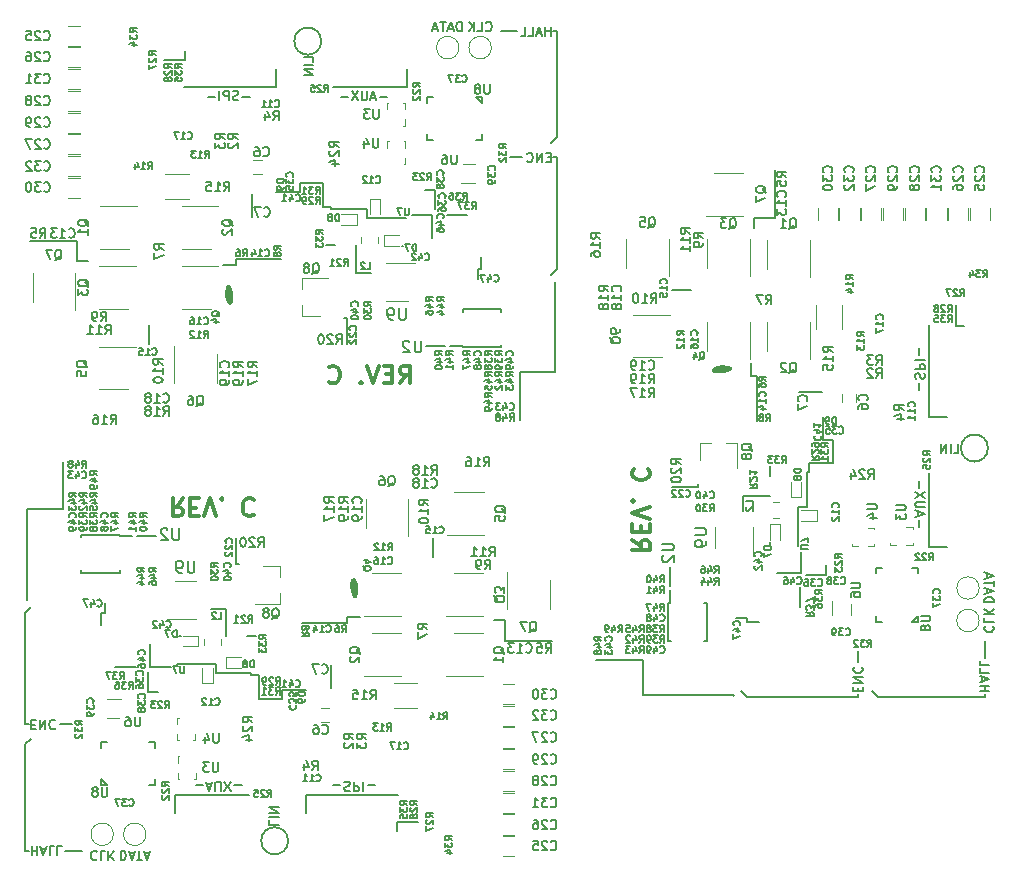
<source format=gbo>
G04 #@! TF.GenerationSoftware,KiCad,Pcbnew,5.0.2-bee76a0~70~ubuntu18.04.1*
G04 #@! TF.CreationDate,2019-02-13T09:30:15+01:00*
G04 #@! TF.ProjectId,motorboard_panel_x3,6d6f746f-7262-46f6-9172-645f70616e65,rev?*
G04 #@! TF.SameCoordinates,Original*
G04 #@! TF.FileFunction,Legend,Bot*
G04 #@! TF.FilePolarity,Positive*
%FSLAX46Y46*%
G04 Gerber Fmt 4.6, Leading zero omitted, Abs format (unit mm)*
G04 Created by KiCad (PCBNEW 5.0.2-bee76a0~70~ubuntu18.04.1) date Wed 13 Feb 2019 09:30:15 CET*
%MOMM*%
%LPD*%
G01*
G04 APERTURE LIST*
%ADD10C,0.200000*%
%ADD11C,0.150000*%
%ADD12C,0.300000*%
%ADD13C,0.120000*%
%ADD14C,0.010000*%
G04 APERTURE END LIST*
D10*
X117050000Y-143800000D02*
X109250000Y-143800000D01*
X85600000Y-127250000D02*
X85650000Y-127200000D01*
X85650000Y-119600000D02*
X85650000Y-127200000D01*
X89450000Y-137800000D02*
X88450000Y-137800000D01*
X109250000Y-143800000D02*
X109250000Y-145300000D01*
X88650000Y-119600000D02*
X85650000Y-119600000D01*
X95850000Y-135050000D02*
X96700000Y-135050000D01*
X94850000Y-132900000D02*
X93100000Y-132900000D01*
X95850000Y-133400000D02*
X95850000Y-135050000D01*
D11*
X86009523Y-137807142D02*
X86276190Y-137807142D01*
X86390476Y-137388095D02*
X86009523Y-137388095D01*
X86009523Y-138188095D01*
X86390476Y-138188095D01*
X86733333Y-137388095D02*
X86733333Y-138188095D01*
X87190476Y-137388095D01*
X87190476Y-138188095D01*
X88028571Y-137464285D02*
X87990476Y-137426190D01*
X87876190Y-137388095D01*
X87800000Y-137388095D01*
X87685714Y-137426190D01*
X87609523Y-137502380D01*
X87571428Y-137578571D01*
X87533333Y-137730952D01*
X87533333Y-137845238D01*
X87571428Y-137997619D01*
X87609523Y-138073809D01*
X87685714Y-138150000D01*
X87800000Y-138188095D01*
X87876190Y-138188095D01*
X87990476Y-138150000D01*
X88028571Y-138111904D01*
X111528571Y-142942857D02*
X112138095Y-142942857D01*
X112480952Y-142676190D02*
X112595238Y-142638095D01*
X112785714Y-142638095D01*
X112861904Y-142676190D01*
X112900000Y-142714285D01*
X112938095Y-142790476D01*
X112938095Y-142866666D01*
X112900000Y-142942857D01*
X112861904Y-142980952D01*
X112785714Y-143019047D01*
X112633333Y-143057142D01*
X112557142Y-143095238D01*
X112519047Y-143133333D01*
X112480952Y-143209523D01*
X112480952Y-143285714D01*
X112519047Y-143361904D01*
X112557142Y-143400000D01*
X112633333Y-143438095D01*
X112823809Y-143438095D01*
X112938095Y-143400000D01*
X113280952Y-142638095D02*
X113280952Y-143438095D01*
X113585714Y-143438095D01*
X113661904Y-143400000D01*
X113700000Y-143361904D01*
X113738095Y-143285714D01*
X113738095Y-143171428D01*
X113700000Y-143095238D01*
X113661904Y-143057142D01*
X113585714Y-143019047D01*
X113280952Y-143019047D01*
X114080952Y-142638095D02*
X114080952Y-143438095D01*
X114461904Y-142942857D02*
X115071428Y-142942857D01*
X86030952Y-148088095D02*
X86030952Y-148888095D01*
X86030952Y-148507142D02*
X86488095Y-148507142D01*
X86488095Y-148088095D02*
X86488095Y-148888095D01*
X86830952Y-148316666D02*
X87211904Y-148316666D01*
X86754761Y-148088095D02*
X87021428Y-148888095D01*
X87288095Y-148088095D01*
X87935714Y-148088095D02*
X87554761Y-148088095D01*
X87554761Y-148888095D01*
X88583333Y-148088095D02*
X88202380Y-148088095D01*
X88202380Y-148888095D01*
D12*
X98814285Y-118671428D02*
X98314285Y-119385714D01*
X97957142Y-118671428D02*
X97957142Y-120171428D01*
X98528571Y-120171428D01*
X98671428Y-120100000D01*
X98742857Y-120028571D01*
X98814285Y-119885714D01*
X98814285Y-119671428D01*
X98742857Y-119528571D01*
X98671428Y-119457142D01*
X98528571Y-119385714D01*
X97957142Y-119385714D01*
X99457142Y-119457142D02*
X99957142Y-119457142D01*
X100171428Y-118671428D02*
X99457142Y-118671428D01*
X99457142Y-120171428D01*
X100171428Y-120171428D01*
X100600000Y-120171428D02*
X101100000Y-118671428D01*
X101600000Y-120171428D01*
X102100000Y-118814285D02*
X102171428Y-118742857D01*
X102100000Y-118671428D01*
X102028571Y-118742857D01*
X102100000Y-118814285D01*
X102100000Y-118671428D01*
X104814285Y-118814285D02*
X104742857Y-118742857D01*
X104528571Y-118671428D01*
X104385714Y-118671428D01*
X104171428Y-118742857D01*
X104028571Y-118885714D01*
X103957142Y-119028571D01*
X103885714Y-119314285D01*
X103885714Y-119528571D01*
X103957142Y-119814285D01*
X104028571Y-119957142D01*
X104171428Y-120100000D01*
X104385714Y-120171428D01*
X104528571Y-120171428D01*
X104742857Y-120100000D01*
X104814285Y-120028571D01*
D11*
X106138095Y-145911904D02*
X106138095Y-146292857D01*
X106938095Y-146292857D01*
X106138095Y-145645238D02*
X106938095Y-145645238D01*
X106138095Y-145264285D02*
X106938095Y-145264285D01*
X106138095Y-144807142D01*
X106938095Y-144807142D01*
X93550000Y-148488095D02*
X93550000Y-149288095D01*
X93740476Y-149288095D01*
X93854761Y-149250000D01*
X93930952Y-149173809D01*
X93969047Y-149097619D01*
X94007142Y-148945238D01*
X94007142Y-148830952D01*
X93969047Y-148678571D01*
X93930952Y-148602380D01*
X93854761Y-148526190D01*
X93740476Y-148488095D01*
X93550000Y-148488095D01*
X94311904Y-148716666D02*
X94692857Y-148716666D01*
X94235714Y-148488095D02*
X94502380Y-149288095D01*
X94769047Y-148488095D01*
X94921428Y-149288095D02*
X95378571Y-149288095D01*
X95150000Y-148488095D02*
X95150000Y-149288095D01*
X95607142Y-148716666D02*
X95988095Y-148716666D01*
X95530952Y-148488095D02*
X95797619Y-149288095D01*
X96064285Y-148488095D01*
X91523809Y-148564285D02*
X91485714Y-148526190D01*
X91371428Y-148488095D01*
X91295238Y-148488095D01*
X91180952Y-148526190D01*
X91104761Y-148602380D01*
X91066666Y-148678571D01*
X91028571Y-148830952D01*
X91028571Y-148945238D01*
X91066666Y-149097619D01*
X91104761Y-149173809D01*
X91180952Y-149250000D01*
X91295238Y-149288095D01*
X91371428Y-149288095D01*
X91485714Y-149250000D01*
X91523809Y-149211904D01*
X92247619Y-148488095D02*
X91866666Y-148488095D01*
X91866666Y-149288095D01*
X92514285Y-148488095D02*
X92514285Y-149288095D01*
X92971428Y-148488095D02*
X92628571Y-148945238D01*
X92971428Y-149288095D02*
X92514285Y-148830952D01*
D10*
X85500000Y-148500000D02*
X85500000Y-139500000D01*
X88650000Y-115600000D02*
X88650000Y-119600000D01*
X92200000Y-127500000D02*
X92200000Y-128400000D01*
X88850000Y-148500000D02*
X90250000Y-148500000D01*
X85500000Y-137800000D02*
X85500000Y-128350000D01*
X85800000Y-137800000D02*
X85500000Y-137800000D01*
X91900000Y-128400000D02*
X91900000Y-129400000D01*
D11*
X99907142Y-142942857D02*
X100516666Y-142942857D01*
X100859523Y-142866666D02*
X101240476Y-142866666D01*
X100783333Y-142638095D02*
X101050000Y-143438095D01*
X101316666Y-142638095D01*
X101583333Y-143438095D02*
X101583333Y-142790476D01*
X101621428Y-142714285D01*
X101659523Y-142676190D01*
X101735714Y-142638095D01*
X101888095Y-142638095D01*
X101964285Y-142676190D01*
X102002380Y-142714285D01*
X102040476Y-142790476D01*
X102040476Y-143438095D01*
X102345238Y-143438095D02*
X102878571Y-142638095D01*
X102878571Y-143438095D02*
X102345238Y-142638095D01*
X103183333Y-142942857D02*
X103792857Y-142942857D01*
D10*
X104450000Y-143800000D02*
X98200000Y-143800000D01*
X86000000Y-127850000D02*
X85500000Y-128350000D01*
X96050000Y-132950000D02*
X97800000Y-132950000D01*
X92200000Y-128400000D02*
X91900000Y-128400000D01*
X126100000Y-129000000D02*
X125200000Y-129000000D01*
X112700000Y-129200000D02*
X108900000Y-129200000D01*
X111350000Y-132800000D02*
X111350000Y-134700000D01*
X107250000Y-135650000D02*
X105300000Y-135650000D01*
X96050000Y-132850000D02*
X96050000Y-130950000D01*
X96050000Y-132850000D02*
X96050000Y-132950000D01*
X103300000Y-122000000D02*
X103300000Y-124250000D01*
X104600000Y-133650000D02*
X104600000Y-133450000D01*
X107250000Y-134850000D02*
X107250000Y-135650000D01*
X112700000Y-128700000D02*
X113800000Y-128700000D01*
X101600000Y-132700000D02*
X101600000Y-133450000D01*
X130100000Y-130750000D02*
X126100000Y-130750000D01*
X98300000Y-132700000D02*
X101600000Y-132700000D01*
X105300000Y-133650000D02*
X104600000Y-133650000D01*
X102500000Y-128050000D02*
X102500000Y-130350000D01*
X104600000Y-133450000D02*
X103050000Y-133450000D01*
X105300000Y-135650000D02*
X105300000Y-133650000D01*
X126100000Y-130750000D02*
X126100000Y-129000000D01*
X118750000Y-146050000D02*
X116950000Y-146050000D01*
X116950000Y-146050000D02*
X116950000Y-146800000D01*
D11*
X107741271Y-147650000D02*
G75*
G03X107741271Y-147650000I-1141271J0D01*
G01*
D10*
X101250000Y-128050000D02*
X102500000Y-128050000D01*
X120000000Y-123650000D02*
X120000000Y-122000000D01*
X109250000Y-134850000D02*
X107250000Y-134850000D01*
X112700000Y-128700000D02*
X112700000Y-129200000D01*
X98500000Y-130300000D02*
X98650000Y-130300000D01*
X101600000Y-133450000D02*
X103050000Y-133450000D01*
X105050000Y-130350000D02*
X104250000Y-130350000D01*
X103300000Y-124250000D02*
X103550000Y-124250000D01*
X96550000Y-121850000D02*
X94950000Y-121850000D01*
X86000000Y-139000000D02*
X85500000Y-139500000D01*
X85800000Y-148500000D02*
X85500000Y-148500000D01*
X98200000Y-143800000D02*
X98200000Y-145300000D01*
X162000000Y-103950000D02*
X162000000Y-111750000D01*
X145450000Y-135400000D02*
X145400000Y-135350000D01*
X137800000Y-135350000D02*
X145400000Y-135350000D01*
X156000000Y-131550000D02*
X156000000Y-132550000D01*
X162000000Y-111750000D02*
X163500000Y-111750000D01*
X137800000Y-132350000D02*
X137800000Y-135350000D01*
X153250000Y-125150000D02*
X153250000Y-124300000D01*
X151100000Y-126150000D02*
X151100000Y-127900000D01*
X151600000Y-125150000D02*
X153250000Y-125150000D01*
D11*
X156007142Y-134990476D02*
X156007142Y-134723809D01*
X155588095Y-134609523D02*
X155588095Y-134990476D01*
X156388095Y-134990476D01*
X156388095Y-134609523D01*
X155588095Y-134266666D02*
X156388095Y-134266666D01*
X155588095Y-133809523D01*
X156388095Y-133809523D01*
X155664285Y-132971428D02*
X155626190Y-133009523D01*
X155588095Y-133123809D01*
X155588095Y-133200000D01*
X155626190Y-133314285D01*
X155702380Y-133390476D01*
X155778571Y-133428571D01*
X155930952Y-133466666D01*
X156045238Y-133466666D01*
X156197619Y-133428571D01*
X156273809Y-133390476D01*
X156350000Y-133314285D01*
X156388095Y-133200000D01*
X156388095Y-133123809D01*
X156350000Y-133009523D01*
X156311904Y-132971428D01*
X161142857Y-109471428D02*
X161142857Y-108861904D01*
X160876190Y-108519047D02*
X160838095Y-108404761D01*
X160838095Y-108214285D01*
X160876190Y-108138095D01*
X160914285Y-108100000D01*
X160990476Y-108061904D01*
X161066666Y-108061904D01*
X161142857Y-108100000D01*
X161180952Y-108138095D01*
X161219047Y-108214285D01*
X161257142Y-108366666D01*
X161295238Y-108442857D01*
X161333333Y-108480952D01*
X161409523Y-108519047D01*
X161485714Y-108519047D01*
X161561904Y-108480952D01*
X161600000Y-108442857D01*
X161638095Y-108366666D01*
X161638095Y-108176190D01*
X161600000Y-108061904D01*
X160838095Y-107719047D02*
X161638095Y-107719047D01*
X161638095Y-107414285D01*
X161600000Y-107338095D01*
X161561904Y-107300000D01*
X161485714Y-107261904D01*
X161371428Y-107261904D01*
X161295238Y-107300000D01*
X161257142Y-107338095D01*
X161219047Y-107414285D01*
X161219047Y-107719047D01*
X160838095Y-106919047D02*
X161638095Y-106919047D01*
X161142857Y-106538095D02*
X161142857Y-105928571D01*
X166288095Y-134969047D02*
X167088095Y-134969047D01*
X166707142Y-134969047D02*
X166707142Y-134511904D01*
X166288095Y-134511904D02*
X167088095Y-134511904D01*
X166516666Y-134169047D02*
X166516666Y-133788095D01*
X166288095Y-134245238D02*
X167088095Y-133978571D01*
X166288095Y-133711904D01*
X166288095Y-133064285D02*
X166288095Y-133445238D01*
X167088095Y-133445238D01*
X166288095Y-132416666D02*
X166288095Y-132797619D01*
X167088095Y-132797619D01*
D12*
X136871428Y-122185714D02*
X137585714Y-122685714D01*
X136871428Y-123042857D02*
X138371428Y-123042857D01*
X138371428Y-122471428D01*
X138300000Y-122328571D01*
X138228571Y-122257142D01*
X138085714Y-122185714D01*
X137871428Y-122185714D01*
X137728571Y-122257142D01*
X137657142Y-122328571D01*
X137585714Y-122471428D01*
X137585714Y-123042857D01*
X137657142Y-121542857D02*
X137657142Y-121042857D01*
X136871428Y-120828571D02*
X136871428Y-121542857D01*
X138371428Y-121542857D01*
X138371428Y-120828571D01*
X138371428Y-120400000D02*
X136871428Y-119900000D01*
X138371428Y-119400000D01*
X137014285Y-118900000D02*
X136942857Y-118828571D01*
X136871428Y-118900000D01*
X136942857Y-118971428D01*
X137014285Y-118900000D01*
X136871428Y-118900000D01*
X137014285Y-116185714D02*
X136942857Y-116257142D01*
X136871428Y-116471428D01*
X136871428Y-116614285D01*
X136942857Y-116828571D01*
X137085714Y-116971428D01*
X137228571Y-117042857D01*
X137514285Y-117114285D01*
X137728571Y-117114285D01*
X138014285Y-117042857D01*
X138157142Y-116971428D01*
X138300000Y-116828571D01*
X138371428Y-116614285D01*
X138371428Y-116471428D01*
X138300000Y-116257142D01*
X138228571Y-116185714D01*
D11*
X164111904Y-114861904D02*
X164492857Y-114861904D01*
X164492857Y-114061904D01*
X163845238Y-114861904D02*
X163845238Y-114061904D01*
X163464285Y-114861904D02*
X163464285Y-114061904D01*
X163007142Y-114861904D01*
X163007142Y-114061904D01*
X166688095Y-127450000D02*
X167488095Y-127450000D01*
X167488095Y-127259523D01*
X167450000Y-127145238D01*
X167373809Y-127069047D01*
X167297619Y-127030952D01*
X167145238Y-126992857D01*
X167030952Y-126992857D01*
X166878571Y-127030952D01*
X166802380Y-127069047D01*
X166726190Y-127145238D01*
X166688095Y-127259523D01*
X166688095Y-127450000D01*
X166916666Y-126688095D02*
X166916666Y-126307142D01*
X166688095Y-126764285D02*
X167488095Y-126497619D01*
X166688095Y-126230952D01*
X167488095Y-126078571D02*
X167488095Y-125621428D01*
X166688095Y-125850000D02*
X167488095Y-125850000D01*
X166916666Y-125392857D02*
X166916666Y-125011904D01*
X166688095Y-125469047D02*
X167488095Y-125202380D01*
X166688095Y-124935714D01*
X166764285Y-129476190D02*
X166726190Y-129514285D01*
X166688095Y-129628571D01*
X166688095Y-129704761D01*
X166726190Y-129819047D01*
X166802380Y-129895238D01*
X166878571Y-129933333D01*
X167030952Y-129971428D01*
X167145238Y-129971428D01*
X167297619Y-129933333D01*
X167373809Y-129895238D01*
X167450000Y-129819047D01*
X167488095Y-129704761D01*
X167488095Y-129628571D01*
X167450000Y-129514285D01*
X167411904Y-129476190D01*
X166688095Y-128752380D02*
X166688095Y-129133333D01*
X167488095Y-129133333D01*
X166688095Y-128485714D02*
X167488095Y-128485714D01*
X166688095Y-128028571D02*
X167145238Y-128371428D01*
X167488095Y-128028571D02*
X167030952Y-128485714D01*
D10*
X166700000Y-135500000D02*
X157700000Y-135500000D01*
X133800000Y-132350000D02*
X137800000Y-132350000D01*
X145700000Y-128800000D02*
X146600000Y-128800000D01*
X166700000Y-132150000D02*
X166700000Y-130750000D01*
X156000000Y-135500000D02*
X146550000Y-135500000D01*
X156000000Y-135200000D02*
X156000000Y-135500000D01*
X146600000Y-129100000D02*
X147600000Y-129100000D01*
D11*
X161142857Y-121092857D02*
X161142857Y-120483333D01*
X161066666Y-120140476D02*
X161066666Y-119759523D01*
X160838095Y-120216666D02*
X161638095Y-119950000D01*
X160838095Y-119683333D01*
X161638095Y-119416666D02*
X160990476Y-119416666D01*
X160914285Y-119378571D01*
X160876190Y-119340476D01*
X160838095Y-119264285D01*
X160838095Y-119111904D01*
X160876190Y-119035714D01*
X160914285Y-118997619D01*
X160990476Y-118959523D01*
X161638095Y-118959523D01*
X161638095Y-118654761D02*
X160838095Y-118121428D01*
X161638095Y-118121428D02*
X160838095Y-118654761D01*
X161142857Y-117816666D02*
X161142857Y-117207142D01*
D10*
X162000000Y-116550000D02*
X162000000Y-122800000D01*
X146050000Y-135000000D02*
X146550000Y-135500000D01*
X151150000Y-124950000D02*
X151150000Y-123200000D01*
X146600000Y-128800000D02*
X146600000Y-129100000D01*
X147200000Y-94900000D02*
X147200000Y-95800000D01*
X147400000Y-108300000D02*
X147400000Y-112100000D01*
X151000000Y-109650000D02*
X152900000Y-109650000D01*
X153850000Y-113750000D02*
X153850000Y-115700000D01*
X151050000Y-124950000D02*
X149150000Y-124950000D01*
X151050000Y-124950000D02*
X151150000Y-124950000D01*
X140200000Y-117700000D02*
X142450000Y-117700000D01*
X151850000Y-116400000D02*
X151650000Y-116400000D01*
X153050000Y-113750000D02*
X153850000Y-113750000D01*
X146900000Y-108300000D02*
X146900000Y-107200000D01*
X150900000Y-119400000D02*
X151650000Y-119400000D01*
X148950000Y-90900000D02*
X148950000Y-94900000D01*
X150900000Y-122700000D02*
X150900000Y-119400000D01*
X151850000Y-115700000D02*
X151850000Y-116400000D01*
X146250000Y-118500000D02*
X148550000Y-118500000D01*
X151650000Y-116400000D02*
X151650000Y-117950000D01*
X153850000Y-115700000D02*
X151850000Y-115700000D01*
X148950000Y-94900000D02*
X147200000Y-94900000D01*
X164250000Y-102250000D02*
X164250000Y-104050000D01*
X164250000Y-104050000D02*
X165000000Y-104050000D01*
D11*
X166991271Y-114400000D02*
G75*
G03X166991271Y-114400000I-1141271J0D01*
G01*
D10*
X146250000Y-119750000D02*
X146250000Y-118500000D01*
X141850000Y-101000000D02*
X140200000Y-101000000D01*
X153050000Y-111750000D02*
X153050000Y-113750000D01*
X146900000Y-108300000D02*
X147400000Y-108300000D01*
X148500000Y-122500000D02*
X148500000Y-122350000D01*
X151650000Y-119400000D02*
X151650000Y-117950000D01*
X148550000Y-115950000D02*
X148550000Y-116750000D01*
X142450000Y-117700000D02*
X142450000Y-117450000D01*
X140050000Y-124450000D02*
X140050000Y-126050000D01*
X157200000Y-135000000D02*
X157700000Y-135500000D01*
X166700000Y-135200000D02*
X166700000Y-135500000D01*
X162000000Y-122800000D02*
X163500000Y-122800000D01*
X127150000Y-79100000D02*
X125750000Y-79100000D01*
X130000000Y-88600000D02*
X130500000Y-88100000D01*
X130500000Y-79100000D02*
X130500000Y-88100000D01*
X130200000Y-79100000D02*
X130500000Y-79100000D01*
X130000000Y-99750000D02*
X130500000Y-99250000D01*
X130500000Y-89800000D02*
X130500000Y-99250000D01*
X130200000Y-89800000D02*
X130500000Y-89800000D01*
X126550000Y-89800000D02*
X127550000Y-89800000D01*
X117800000Y-83800000D02*
X117800000Y-82300000D01*
X111550000Y-83800000D02*
X117800000Y-83800000D01*
X106750000Y-83800000D02*
X106750000Y-82300000D01*
X98950000Y-83800000D02*
X106750000Y-83800000D01*
D11*
X129969047Y-79511904D02*
X129969047Y-78711904D01*
X129969047Y-79092857D02*
X129511904Y-79092857D01*
X129511904Y-79511904D02*
X129511904Y-78711904D01*
X129169047Y-79283333D02*
X128788095Y-79283333D01*
X129245238Y-79511904D02*
X128978571Y-78711904D01*
X128711904Y-79511904D01*
X128064285Y-79511904D02*
X128445238Y-79511904D01*
X128445238Y-78711904D01*
X127416666Y-79511904D02*
X127797619Y-79511904D01*
X127797619Y-78711904D01*
X129990476Y-89792857D02*
X129723809Y-89792857D01*
X129609523Y-90211904D02*
X129990476Y-90211904D01*
X129990476Y-89411904D01*
X129609523Y-89411904D01*
X129266666Y-90211904D02*
X129266666Y-89411904D01*
X128809523Y-90211904D01*
X128809523Y-89411904D01*
X127971428Y-90135714D02*
X128009523Y-90173809D01*
X128123809Y-90211904D01*
X128200000Y-90211904D01*
X128314285Y-90173809D01*
X128390476Y-90097619D01*
X128428571Y-90021428D01*
X128466666Y-89869047D01*
X128466666Y-89754761D01*
X128428571Y-89602380D01*
X128390476Y-89526190D01*
X128314285Y-89450000D01*
X128200000Y-89411904D01*
X128123809Y-89411904D01*
X128009523Y-89450000D01*
X127971428Y-89488095D01*
X116092857Y-84657142D02*
X115483333Y-84657142D01*
X115140476Y-84733333D02*
X114759523Y-84733333D01*
X115216666Y-84961904D02*
X114950000Y-84161904D01*
X114683333Y-84961904D01*
X114416666Y-84161904D02*
X114416666Y-84809523D01*
X114378571Y-84885714D01*
X114340476Y-84923809D01*
X114264285Y-84961904D01*
X114111904Y-84961904D01*
X114035714Y-84923809D01*
X113997619Y-84885714D01*
X113959523Y-84809523D01*
X113959523Y-84161904D01*
X113654761Y-84161904D02*
X113121428Y-84961904D01*
X113121428Y-84161904D02*
X113654761Y-84961904D01*
X112816666Y-84657142D02*
X112207142Y-84657142D01*
X104471428Y-84657142D02*
X103861904Y-84657142D01*
X103519047Y-84923809D02*
X103404761Y-84961904D01*
X103214285Y-84961904D01*
X103138095Y-84923809D01*
X103100000Y-84885714D01*
X103061904Y-84809523D01*
X103061904Y-84733333D01*
X103100000Y-84657142D01*
X103138095Y-84619047D01*
X103214285Y-84580952D01*
X103366666Y-84542857D01*
X103442857Y-84504761D01*
X103480952Y-84466666D01*
X103519047Y-84390476D01*
X103519047Y-84314285D01*
X103480952Y-84238095D01*
X103442857Y-84200000D01*
X103366666Y-84161904D01*
X103176190Y-84161904D01*
X103061904Y-84200000D01*
X102719047Y-84961904D02*
X102719047Y-84161904D01*
X102414285Y-84161904D01*
X102338095Y-84200000D01*
X102300000Y-84238095D01*
X102261904Y-84314285D01*
X102261904Y-84428571D01*
X102300000Y-84504761D01*
X102338095Y-84542857D01*
X102414285Y-84580952D01*
X102719047Y-84580952D01*
X101919047Y-84961904D02*
X101919047Y-84161904D01*
X101538095Y-84657142D02*
X100928571Y-84657142D01*
D10*
X130400000Y-100350000D02*
X130350000Y-100400000D01*
X130350000Y-108000000D02*
X130350000Y-100400000D01*
X127350000Y-108000000D02*
X130350000Y-108000000D01*
X127350000Y-112000000D02*
X127350000Y-108000000D01*
X119450000Y-105750000D02*
X121050000Y-105750000D01*
X124100000Y-99200000D02*
X124100000Y-98200000D01*
X123800000Y-99200000D02*
X124100000Y-99200000D01*
X123800000Y-100100000D02*
X123800000Y-99200000D01*
X120150000Y-92550000D02*
X119300000Y-92550000D01*
X120150000Y-94200000D02*
X120150000Y-92550000D01*
X121150000Y-94700000D02*
X122900000Y-94700000D01*
X119950000Y-94650000D02*
X118200000Y-94650000D01*
X119950000Y-94750000D02*
X119950000Y-94650000D01*
X119950000Y-94750000D02*
X119950000Y-96650000D01*
X111400000Y-94150000D02*
X112950000Y-94150000D01*
X111400000Y-93950000D02*
X111400000Y-94150000D01*
X110700000Y-93950000D02*
X111400000Y-93950000D01*
X110700000Y-91950000D02*
X110700000Y-93950000D01*
X108750000Y-91950000D02*
X110700000Y-91950000D01*
X108750000Y-92750000D02*
X108750000Y-91950000D01*
X106750000Y-92750000D02*
X108750000Y-92750000D01*
X104650000Y-94800000D02*
X104650000Y-92900000D01*
X110950000Y-97250000D02*
X111750000Y-97250000D01*
X117500000Y-97300000D02*
X117350000Y-97300000D01*
D11*
X110541271Y-79950000D02*
G75*
G03X110541271Y-79950000I-1141271J0D01*
G01*
D10*
X96000000Y-103950000D02*
X96000000Y-105600000D01*
D12*
X117185714Y-108928571D02*
X117685714Y-108214285D01*
X118042857Y-108928571D02*
X118042857Y-107428571D01*
X117471428Y-107428571D01*
X117328571Y-107500000D01*
X117257142Y-107571428D01*
X117185714Y-107714285D01*
X117185714Y-107928571D01*
X117257142Y-108071428D01*
X117328571Y-108142857D01*
X117471428Y-108214285D01*
X118042857Y-108214285D01*
X116542857Y-108142857D02*
X116042857Y-108142857D01*
X115828571Y-108928571D02*
X116542857Y-108928571D01*
X116542857Y-107428571D01*
X115828571Y-107428571D01*
X115400000Y-107428571D02*
X114900000Y-108928571D01*
X114400000Y-107428571D01*
X113900000Y-108785714D02*
X113828571Y-108857142D01*
X113900000Y-108928571D01*
X113971428Y-108857142D01*
X113900000Y-108785714D01*
X113900000Y-108928571D01*
X111185714Y-108785714D02*
X111257142Y-108857142D01*
X111471428Y-108928571D01*
X111614285Y-108928571D01*
X111828571Y-108857142D01*
X111971428Y-108714285D01*
X112042857Y-108571428D01*
X112114285Y-108285714D01*
X112114285Y-108071428D01*
X112042857Y-107785714D01*
X111971428Y-107642857D01*
X111828571Y-107500000D01*
X111614285Y-107428571D01*
X111471428Y-107428571D01*
X111257142Y-107500000D01*
X111185714Y-107571428D01*
D10*
X99050000Y-81550000D02*
X99050000Y-80800000D01*
X97250000Y-81550000D02*
X99050000Y-81550000D01*
X113500000Y-99550000D02*
X113500000Y-97250000D01*
X114750000Y-99550000D02*
X113500000Y-99550000D01*
X114400000Y-94150000D02*
X112950000Y-94150000D01*
X114400000Y-94900000D02*
X114400000Y-94150000D01*
X117700000Y-94900000D02*
X114400000Y-94900000D01*
X112700000Y-103350000D02*
X112450000Y-103350000D01*
X112700000Y-105600000D02*
X112700000Y-103350000D01*
X103300000Y-98400000D02*
X107100000Y-98400000D01*
X103300000Y-98900000D02*
X103300000Y-98400000D01*
D11*
X124476190Y-79035714D02*
X124514285Y-79073809D01*
X124628571Y-79111904D01*
X124704761Y-79111904D01*
X124819047Y-79073809D01*
X124895238Y-78997619D01*
X124933333Y-78921428D01*
X124971428Y-78769047D01*
X124971428Y-78654761D01*
X124933333Y-78502380D01*
X124895238Y-78426190D01*
X124819047Y-78350000D01*
X124704761Y-78311904D01*
X124628571Y-78311904D01*
X124514285Y-78350000D01*
X124476190Y-78388095D01*
X123752380Y-79111904D02*
X124133333Y-79111904D01*
X124133333Y-78311904D01*
X123485714Y-79111904D02*
X123485714Y-78311904D01*
X123028571Y-79111904D02*
X123371428Y-78654761D01*
X123028571Y-78311904D02*
X123485714Y-78769047D01*
X122450000Y-79111904D02*
X122450000Y-78311904D01*
X122259523Y-78311904D01*
X122145238Y-78350000D01*
X122069047Y-78426190D01*
X122030952Y-78502380D01*
X121992857Y-78654761D01*
X121992857Y-78769047D01*
X122030952Y-78921428D01*
X122069047Y-78997619D01*
X122145238Y-79073809D01*
X122259523Y-79111904D01*
X122450000Y-79111904D01*
X121688095Y-78883333D02*
X121307142Y-78883333D01*
X121764285Y-79111904D02*
X121497619Y-78311904D01*
X121230952Y-79111904D01*
X121078571Y-78311904D02*
X120621428Y-78311904D01*
X120850000Y-79111904D02*
X120850000Y-78311904D01*
X120392857Y-78883333D02*
X120011904Y-78883333D01*
X120469047Y-79111904D02*
X120202380Y-78311904D01*
X119935714Y-79111904D01*
X109861904Y-81688095D02*
X109861904Y-81307142D01*
X109061904Y-81307142D01*
X109861904Y-81954761D02*
X109061904Y-81954761D01*
X109861904Y-82335714D02*
X109061904Y-82335714D01*
X109861904Y-82792857D01*
X109061904Y-82792857D01*
D10*
X103300000Y-98900000D02*
X102200000Y-98900000D01*
X89900000Y-98600000D02*
X90800000Y-98600000D01*
X89900000Y-96850000D02*
X89900000Y-98600000D01*
X85900000Y-96850000D02*
X89900000Y-96850000D01*
D11*
G04 #@! TO.C,U2*
X93475000Y-121850000D02*
X94550000Y-121850000D01*
X93475000Y-124975000D02*
X90225000Y-124975000D01*
X93475000Y-121725000D02*
X90225000Y-121725000D01*
X93475000Y-124975000D02*
X93475000Y-124750000D01*
X90225000Y-124975000D02*
X90225000Y-124750000D01*
X90225000Y-121725000D02*
X90225000Y-121950000D01*
X93475000Y-121725000D02*
X93475000Y-121850000D01*
D13*
G04 #@! TO.C,Q7*
X129883000Y-125582500D02*
X129883000Y-128042500D01*
X126283000Y-124912500D02*
X126283000Y-128042500D01*
G04 #@! TO.C,D7*
X98850000Y-131200000D02*
X100150000Y-131200000D01*
X98850000Y-130300000D02*
X100150000Y-130300000D01*
X100150000Y-130300000D02*
X100150000Y-131200000D01*
G04 #@! TO.C,Q8*
X107060000Y-124420000D02*
X105600000Y-124420000D01*
X107060000Y-127580000D02*
X104900000Y-127580000D01*
X107060000Y-127580000D02*
X107060000Y-126650000D01*
X107060000Y-124420000D02*
X107060000Y-125350000D01*
G04 #@! TO.C,C26*
X126900250Y-147125250D02*
X125900250Y-147125250D01*
X125900250Y-145425250D02*
X126900250Y-145425250D01*
G04 #@! TO.C,C25*
X126900250Y-148966750D02*
X125900250Y-148966750D01*
X125900250Y-147266750D02*
X126900250Y-147266750D01*
G04 #@! TO.C,C28*
X126900250Y-143442250D02*
X125900250Y-143442250D01*
X125900250Y-141742250D02*
X126900250Y-141742250D01*
G04 #@! TO.C,C31*
X126900250Y-145283750D02*
X125900250Y-145283750D01*
X125900250Y-143583750D02*
X126900250Y-143583750D01*
G04 #@! TO.C,Q1*
X121076750Y-133684750D02*
X124206750Y-133684750D01*
X121746750Y-130084750D02*
X124206750Y-130084750D01*
G04 #@! TO.C,Q2*
X114155250Y-133684750D02*
X117285250Y-133684750D01*
X114825250Y-130084750D02*
X117285250Y-130084750D01*
D11*
G04 #@! TO.C,U8*
X91880000Y-142390000D02*
X92380000Y-142890000D01*
X91880000Y-139290000D02*
X91880000Y-139790000D01*
X91880000Y-139290000D02*
X92380000Y-139290000D01*
X96480000Y-139290000D02*
X95980000Y-139290000D01*
X96480000Y-139290000D02*
X96480000Y-139790000D01*
X96480000Y-142890000D02*
X96480000Y-142390000D01*
X96480000Y-142890000D02*
X95980000Y-142890000D01*
X91880000Y-142390000D02*
X91880000Y-142890000D01*
X91880000Y-142890000D02*
X92380000Y-142890000D01*
D13*
G04 #@! TO.C,L2*
X102060000Y-130591422D02*
X102060000Y-131108578D01*
X100640000Y-130591422D02*
X100640000Y-131108578D01*
G04 #@! TO.C,D8*
X102450000Y-133000000D02*
X102450000Y-132100000D01*
X103750000Y-133000000D02*
X102450000Y-133000000D01*
X103750000Y-132100000D02*
X102450000Y-132100000D01*
G04 #@! TO.C,U9*
X99950000Y-128860000D02*
X97500000Y-128860000D01*
X98150000Y-125640000D02*
X99950000Y-125640000D01*
G04 #@! TO.C,C30*
X126900250Y-136076250D02*
X125900250Y-136076250D01*
X125900250Y-134376250D02*
X126900250Y-134376250D01*
G04 #@! TO.C,J8*
X95700000Y-147100000D02*
G75*
G03X95700000Y-147100000I-950000J0D01*
G01*
G04 #@! TO.C,C29*
X126900250Y-141600750D02*
X125900250Y-141600750D01*
X125900250Y-139900750D02*
X126900250Y-139900750D01*
G04 #@! TO.C,U6*
X92425000Y-135625000D02*
X93625000Y-135625000D01*
X92425000Y-137225000D02*
X93425000Y-137225000D01*
D14*
G04 #@! TO.C,G\002A\002A\002A*
G36*
X113378201Y-127020262D02*
X113398348Y-127018035D01*
X113415863Y-127014436D01*
X113431188Y-127008692D01*
X113444766Y-127000029D01*
X113457039Y-126987676D01*
X113468450Y-126970860D01*
X113479440Y-126948807D01*
X113490453Y-126920745D01*
X113501931Y-126885901D01*
X113514316Y-126843502D01*
X113528050Y-126792775D01*
X113543577Y-126732948D01*
X113544299Y-126730133D01*
X113561506Y-126657526D01*
X113575540Y-126585724D01*
X113586689Y-126512557D01*
X113595238Y-126435850D01*
X113601474Y-126353431D01*
X113605609Y-126265240D01*
X113606717Y-126231595D01*
X113607222Y-126205475D01*
X113606933Y-126184251D01*
X113605658Y-126165297D01*
X113603208Y-126145986D01*
X113599391Y-126123691D01*
X113594016Y-126095783D01*
X113592872Y-126089980D01*
X113576391Y-126011289D01*
X113558865Y-125936594D01*
X113540546Y-125866661D01*
X113521687Y-125802259D01*
X113502541Y-125744155D01*
X113483359Y-125693118D01*
X113464394Y-125649915D01*
X113445900Y-125615314D01*
X113428657Y-125590707D01*
X113417953Y-125577251D01*
X113403677Y-125558283D01*
X113387975Y-125536689D01*
X113377487Y-125521848D01*
X113351986Y-125487725D01*
X113328222Y-125460799D01*
X113306922Y-125441816D01*
X113289823Y-125431894D01*
X113277848Y-125429302D01*
X113260149Y-125427642D01*
X113245639Y-125427288D01*
X113229049Y-125428134D01*
X113213769Y-125430976D01*
X113196746Y-125436697D01*
X113174929Y-125446182D01*
X113165960Y-125450382D01*
X113143192Y-125462106D01*
X113121706Y-125474819D01*
X113104652Y-125486582D01*
X113098199Y-125492045D01*
X113075298Y-125520290D01*
X113055228Y-125558117D01*
X113037972Y-125605580D01*
X113023507Y-125662731D01*
X113014959Y-125708980D01*
X113012442Y-125726236D01*
X113010422Y-125744413D01*
X113008848Y-125764826D01*
X113007672Y-125788792D01*
X113006843Y-125817625D01*
X113006312Y-125852641D01*
X113006029Y-125895156D01*
X113005945Y-125946484D01*
X113005945Y-125947740D01*
X113006068Y-126004222D01*
X113006514Y-126052569D01*
X113007403Y-126094808D01*
X113008857Y-126132963D01*
X113010997Y-126169058D01*
X113013942Y-126205118D01*
X113017814Y-126243167D01*
X113022734Y-126285231D01*
X113028823Y-126333333D01*
X113029068Y-126335222D01*
X113038126Y-126392246D01*
X113050976Y-126454701D01*
X113067031Y-126520699D01*
X113085706Y-126588352D01*
X113106413Y-126655773D01*
X113128565Y-126721073D01*
X113151577Y-126782365D01*
X113174862Y-126837761D01*
X113197832Y-126885374D01*
X113203030Y-126895063D01*
X113230897Y-126939165D01*
X113261983Y-126976483D01*
X113262588Y-126977104D01*
X113285380Y-126998381D01*
X113306068Y-127012098D01*
X113327763Y-127019417D01*
X113353575Y-127021498D01*
X113378201Y-127020262D01*
X113378201Y-127020262D01*
G37*
X113378201Y-127020262D02*
X113398348Y-127018035D01*
X113415863Y-127014436D01*
X113431188Y-127008692D01*
X113444766Y-127000029D01*
X113457039Y-126987676D01*
X113468450Y-126970860D01*
X113479440Y-126948807D01*
X113490453Y-126920745D01*
X113501931Y-126885901D01*
X113514316Y-126843502D01*
X113528050Y-126792775D01*
X113543577Y-126732948D01*
X113544299Y-126730133D01*
X113561506Y-126657526D01*
X113575540Y-126585724D01*
X113586689Y-126512557D01*
X113595238Y-126435850D01*
X113601474Y-126353431D01*
X113605609Y-126265240D01*
X113606717Y-126231595D01*
X113607222Y-126205475D01*
X113606933Y-126184251D01*
X113605658Y-126165297D01*
X113603208Y-126145986D01*
X113599391Y-126123691D01*
X113594016Y-126095783D01*
X113592872Y-126089980D01*
X113576391Y-126011289D01*
X113558865Y-125936594D01*
X113540546Y-125866661D01*
X113521687Y-125802259D01*
X113502541Y-125744155D01*
X113483359Y-125693118D01*
X113464394Y-125649915D01*
X113445900Y-125615314D01*
X113428657Y-125590707D01*
X113417953Y-125577251D01*
X113403677Y-125558283D01*
X113387975Y-125536689D01*
X113377487Y-125521848D01*
X113351986Y-125487725D01*
X113328222Y-125460799D01*
X113306922Y-125441816D01*
X113289823Y-125431894D01*
X113277848Y-125429302D01*
X113260149Y-125427642D01*
X113245639Y-125427288D01*
X113229049Y-125428134D01*
X113213769Y-125430976D01*
X113196746Y-125436697D01*
X113174929Y-125446182D01*
X113165960Y-125450382D01*
X113143192Y-125462106D01*
X113121706Y-125474819D01*
X113104652Y-125486582D01*
X113098199Y-125492045D01*
X113075298Y-125520290D01*
X113055228Y-125558117D01*
X113037972Y-125605580D01*
X113023507Y-125662731D01*
X113014959Y-125708980D01*
X113012442Y-125726236D01*
X113010422Y-125744413D01*
X113008848Y-125764826D01*
X113007672Y-125788792D01*
X113006843Y-125817625D01*
X113006312Y-125852641D01*
X113006029Y-125895156D01*
X113005945Y-125946484D01*
X113005945Y-125947740D01*
X113006068Y-126004222D01*
X113006514Y-126052569D01*
X113007403Y-126094808D01*
X113008857Y-126132963D01*
X113010997Y-126169058D01*
X113013942Y-126205118D01*
X113017814Y-126243167D01*
X113022734Y-126285231D01*
X113028823Y-126333333D01*
X113029068Y-126335222D01*
X113038126Y-126392246D01*
X113050976Y-126454701D01*
X113067031Y-126520699D01*
X113085706Y-126588352D01*
X113106413Y-126655773D01*
X113128565Y-126721073D01*
X113151577Y-126782365D01*
X113174862Y-126837761D01*
X113197832Y-126885374D01*
X113203030Y-126895063D01*
X113230897Y-126939165D01*
X113261983Y-126976483D01*
X113262588Y-126977104D01*
X113285380Y-126998381D01*
X113306068Y-127012098D01*
X113327763Y-127019417D01*
X113353575Y-127021498D01*
X113378201Y-127020262D01*
D13*
G04 #@! TO.C,D9*
X100450000Y-133000000D02*
X100450000Y-134300000D01*
X101350000Y-133000000D02*
X101350000Y-134300000D01*
X101350000Y-134300000D02*
X100450000Y-134300000D01*
G04 #@! TO.C,U3*
X99910000Y-142410000D02*
X99910000Y-141875000D01*
X98390000Y-140490000D02*
X98525000Y-140490000D01*
X99775000Y-142410000D02*
X99910000Y-142410000D01*
X98390000Y-142410000D02*
X98525000Y-142410000D01*
X98390000Y-142410000D02*
X98390000Y-141875000D01*
X98390000Y-141025000D02*
X98390000Y-140490000D01*
G04 #@! TO.C,U4*
X99860000Y-139160000D02*
X99860000Y-138625000D01*
X98340000Y-137240000D02*
X98475000Y-137240000D01*
X99725000Y-139160000D02*
X99860000Y-139160000D01*
X98340000Y-139160000D02*
X98475000Y-139160000D01*
X98340000Y-139160000D02*
X98340000Y-138625000D01*
X98340000Y-137775000D02*
X98340000Y-137240000D01*
G04 #@! TO.C,C27*
X126900250Y-139759250D02*
X125900250Y-139759250D01*
X125900250Y-138059250D02*
X126900250Y-138059250D01*
G04 #@! TO.C,J9*
X92950000Y-147100000D02*
G75*
G03X92950000Y-147100000I-950000J0D01*
G01*
G04 #@! TO.C,Q3*
X121140250Y-128604750D02*
X124270250Y-128604750D01*
X121810250Y-125004750D02*
X124270250Y-125004750D01*
G04 #@! TO.C,Q4*
X114155250Y-128604750D02*
X117285250Y-128604750D01*
X114825250Y-125004750D02*
X117285250Y-125004750D01*
G04 #@! TO.C,C32*
X126900250Y-137917750D02*
X125900250Y-137917750D01*
X125900250Y-136217750D02*
X126900250Y-136217750D01*
G04 #@! TO.C,Q5*
X121152950Y-121759450D02*
X124282950Y-121759450D01*
X121822950Y-118159450D02*
X124282950Y-118159450D01*
G04 #@! TO.C,C6*
X110500000Y-137625000D02*
X111200000Y-137625000D01*
X111200000Y-136425000D02*
X110500000Y-136425000D01*
G04 #@! TO.C,Q6*
X117894200Y-121867200D02*
X117894200Y-118737200D01*
X114294200Y-121197200D02*
X114294200Y-118737200D01*
G04 #@! TO.C,R15*
X116668800Y-136406000D02*
X118668800Y-136406000D01*
X118668800Y-134266000D02*
X116668800Y-134266000D01*
D11*
G04 #@! TO.C,U2*
X140050000Y-127525000D02*
X140050000Y-126450000D01*
X143175000Y-127525000D02*
X143175000Y-130775000D01*
X139925000Y-127525000D02*
X139925000Y-130775000D01*
X143175000Y-127525000D02*
X142950000Y-127525000D01*
X143175000Y-130775000D02*
X142950000Y-130775000D01*
X139925000Y-130775000D02*
X140150000Y-130775000D01*
X139925000Y-127525000D02*
X140050000Y-127525000D01*
D13*
G04 #@! TO.C,Q7*
X143782500Y-91117000D02*
X146242500Y-91117000D01*
X143112500Y-94717000D02*
X146242500Y-94717000D01*
G04 #@! TO.C,D7*
X149400000Y-122150000D02*
X149400000Y-120850000D01*
X148500000Y-122150000D02*
X148500000Y-120850000D01*
X148500000Y-120850000D02*
X149400000Y-120850000D01*
G04 #@! TO.C,Q8*
X142620000Y-113940000D02*
X142620000Y-115400000D01*
X145780000Y-113940000D02*
X145780000Y-116100000D01*
X145780000Y-113940000D02*
X144850000Y-113940000D01*
X142620000Y-113940000D02*
X143550000Y-113940000D01*
G04 #@! TO.C,C26*
X165325250Y-94099750D02*
X165325250Y-95099750D01*
X163625250Y-95099750D02*
X163625250Y-94099750D01*
G04 #@! TO.C,C25*
X167166750Y-94099750D02*
X167166750Y-95099750D01*
X165466750Y-95099750D02*
X165466750Y-94099750D01*
G04 #@! TO.C,C28*
X161642250Y-94099750D02*
X161642250Y-95099750D01*
X159942250Y-95099750D02*
X159942250Y-94099750D01*
G04 #@! TO.C,C31*
X163483750Y-94099750D02*
X163483750Y-95099750D01*
X161783750Y-95099750D02*
X161783750Y-94099750D01*
G04 #@! TO.C,Q1*
X151884750Y-99923250D02*
X151884750Y-96793250D01*
X148284750Y-99253250D02*
X148284750Y-96793250D01*
G04 #@! TO.C,Q2*
X151884750Y-106844750D02*
X151884750Y-103714750D01*
X148284750Y-106174750D02*
X148284750Y-103714750D01*
D11*
G04 #@! TO.C,U8*
X160590000Y-129120000D02*
X161090000Y-128620000D01*
X157490000Y-129120000D02*
X157990000Y-129120000D01*
X157490000Y-129120000D02*
X157490000Y-128620000D01*
X157490000Y-124520000D02*
X157490000Y-125020000D01*
X157490000Y-124520000D02*
X157990000Y-124520000D01*
X161090000Y-124520000D02*
X160590000Y-124520000D01*
X161090000Y-124520000D02*
X161090000Y-125020000D01*
X160590000Y-129120000D02*
X161090000Y-129120000D01*
X161090000Y-129120000D02*
X161090000Y-128620000D01*
D13*
G04 #@! TO.C,L2*
X148791422Y-118940000D02*
X149308578Y-118940000D01*
X148791422Y-120360000D02*
X149308578Y-120360000D01*
G04 #@! TO.C,D8*
X151200000Y-118550000D02*
X150300000Y-118550000D01*
X151200000Y-117250000D02*
X151200000Y-118550000D01*
X150300000Y-117250000D02*
X150300000Y-118550000D01*
G04 #@! TO.C,U9*
X147060000Y-121050000D02*
X147060000Y-123500000D01*
X143840000Y-122850000D02*
X143840000Y-121050000D01*
G04 #@! TO.C,C30*
X154276250Y-94099750D02*
X154276250Y-95099750D01*
X152576250Y-95099750D02*
X152576250Y-94099750D01*
G04 #@! TO.C,J8*
X166250000Y-126250000D02*
G75*
G03X166250000Y-126250000I-950000J0D01*
G01*
G04 #@! TO.C,C29*
X159800750Y-94099750D02*
X159800750Y-95099750D01*
X158100750Y-95099750D02*
X158100750Y-94099750D01*
G04 #@! TO.C,U6*
X153825000Y-128575000D02*
X153825000Y-127375000D01*
X155425000Y-128575000D02*
X155425000Y-127575000D01*
D14*
G04 #@! TO.C,G\002A\002A\002A*
G36*
X145220262Y-107621799D02*
X145218035Y-107601652D01*
X145214436Y-107584137D01*
X145208692Y-107568812D01*
X145200029Y-107555234D01*
X145187676Y-107542961D01*
X145170860Y-107531550D01*
X145148807Y-107520560D01*
X145120745Y-107509547D01*
X145085901Y-107498069D01*
X145043502Y-107485684D01*
X144992775Y-107471950D01*
X144932948Y-107456423D01*
X144930133Y-107455701D01*
X144857526Y-107438494D01*
X144785724Y-107424460D01*
X144712557Y-107413311D01*
X144635850Y-107404762D01*
X144553431Y-107398526D01*
X144465240Y-107394391D01*
X144431595Y-107393283D01*
X144405475Y-107392778D01*
X144384251Y-107393067D01*
X144365297Y-107394342D01*
X144345986Y-107396792D01*
X144323691Y-107400609D01*
X144295783Y-107405984D01*
X144289980Y-107407128D01*
X144211289Y-107423609D01*
X144136594Y-107441135D01*
X144066661Y-107459454D01*
X144002259Y-107478313D01*
X143944155Y-107497459D01*
X143893118Y-107516641D01*
X143849915Y-107535606D01*
X143815314Y-107554100D01*
X143790707Y-107571343D01*
X143777251Y-107582047D01*
X143758283Y-107596323D01*
X143736689Y-107612025D01*
X143721848Y-107622513D01*
X143687725Y-107648014D01*
X143660799Y-107671778D01*
X143641816Y-107693078D01*
X143631894Y-107710177D01*
X143629302Y-107722152D01*
X143627642Y-107739851D01*
X143627288Y-107754361D01*
X143628134Y-107770951D01*
X143630976Y-107786231D01*
X143636697Y-107803254D01*
X143646182Y-107825071D01*
X143650382Y-107834040D01*
X143662106Y-107856808D01*
X143674819Y-107878294D01*
X143686582Y-107895348D01*
X143692045Y-107901801D01*
X143720290Y-107924702D01*
X143758117Y-107944772D01*
X143805580Y-107962028D01*
X143862731Y-107976493D01*
X143908980Y-107985041D01*
X143926236Y-107987558D01*
X143944413Y-107989578D01*
X143964826Y-107991152D01*
X143988792Y-107992328D01*
X144017625Y-107993157D01*
X144052641Y-107993688D01*
X144095156Y-107993971D01*
X144146484Y-107994055D01*
X144147740Y-107994055D01*
X144204222Y-107993932D01*
X144252569Y-107993486D01*
X144294808Y-107992597D01*
X144332963Y-107991143D01*
X144369058Y-107989003D01*
X144405118Y-107986058D01*
X144443167Y-107982186D01*
X144485231Y-107977266D01*
X144533333Y-107971177D01*
X144535222Y-107970932D01*
X144592246Y-107961874D01*
X144654701Y-107949024D01*
X144720699Y-107932969D01*
X144788352Y-107914294D01*
X144855773Y-107893587D01*
X144921073Y-107871435D01*
X144982365Y-107848423D01*
X145037761Y-107825138D01*
X145085374Y-107802168D01*
X145095063Y-107796970D01*
X145139165Y-107769103D01*
X145176483Y-107738017D01*
X145177104Y-107737412D01*
X145198381Y-107714620D01*
X145212098Y-107693932D01*
X145219417Y-107672237D01*
X145221498Y-107646425D01*
X145220262Y-107621799D01*
X145220262Y-107621799D01*
G37*
X145220262Y-107621799D02*
X145218035Y-107601652D01*
X145214436Y-107584137D01*
X145208692Y-107568812D01*
X145200029Y-107555234D01*
X145187676Y-107542961D01*
X145170860Y-107531550D01*
X145148807Y-107520560D01*
X145120745Y-107509547D01*
X145085901Y-107498069D01*
X145043502Y-107485684D01*
X144992775Y-107471950D01*
X144932948Y-107456423D01*
X144930133Y-107455701D01*
X144857526Y-107438494D01*
X144785724Y-107424460D01*
X144712557Y-107413311D01*
X144635850Y-107404762D01*
X144553431Y-107398526D01*
X144465240Y-107394391D01*
X144431595Y-107393283D01*
X144405475Y-107392778D01*
X144384251Y-107393067D01*
X144365297Y-107394342D01*
X144345986Y-107396792D01*
X144323691Y-107400609D01*
X144295783Y-107405984D01*
X144289980Y-107407128D01*
X144211289Y-107423609D01*
X144136594Y-107441135D01*
X144066661Y-107459454D01*
X144002259Y-107478313D01*
X143944155Y-107497459D01*
X143893118Y-107516641D01*
X143849915Y-107535606D01*
X143815314Y-107554100D01*
X143790707Y-107571343D01*
X143777251Y-107582047D01*
X143758283Y-107596323D01*
X143736689Y-107612025D01*
X143721848Y-107622513D01*
X143687725Y-107648014D01*
X143660799Y-107671778D01*
X143641816Y-107693078D01*
X143631894Y-107710177D01*
X143629302Y-107722152D01*
X143627642Y-107739851D01*
X143627288Y-107754361D01*
X143628134Y-107770951D01*
X143630976Y-107786231D01*
X143636697Y-107803254D01*
X143646182Y-107825071D01*
X143650382Y-107834040D01*
X143662106Y-107856808D01*
X143674819Y-107878294D01*
X143686582Y-107895348D01*
X143692045Y-107901801D01*
X143720290Y-107924702D01*
X143758117Y-107944772D01*
X143805580Y-107962028D01*
X143862731Y-107976493D01*
X143908980Y-107985041D01*
X143926236Y-107987558D01*
X143944413Y-107989578D01*
X143964826Y-107991152D01*
X143988792Y-107992328D01*
X144017625Y-107993157D01*
X144052641Y-107993688D01*
X144095156Y-107993971D01*
X144146484Y-107994055D01*
X144147740Y-107994055D01*
X144204222Y-107993932D01*
X144252569Y-107993486D01*
X144294808Y-107992597D01*
X144332963Y-107991143D01*
X144369058Y-107989003D01*
X144405118Y-107986058D01*
X144443167Y-107982186D01*
X144485231Y-107977266D01*
X144533333Y-107971177D01*
X144535222Y-107970932D01*
X144592246Y-107961874D01*
X144654701Y-107949024D01*
X144720699Y-107932969D01*
X144788352Y-107914294D01*
X144855773Y-107893587D01*
X144921073Y-107871435D01*
X144982365Y-107848423D01*
X145037761Y-107825138D01*
X145085374Y-107802168D01*
X145095063Y-107796970D01*
X145139165Y-107769103D01*
X145176483Y-107738017D01*
X145177104Y-107737412D01*
X145198381Y-107714620D01*
X145212098Y-107693932D01*
X145219417Y-107672237D01*
X145221498Y-107646425D01*
X145220262Y-107621799D01*
D13*
G04 #@! TO.C,D9*
X151200000Y-120550000D02*
X152500000Y-120550000D01*
X151200000Y-119650000D02*
X152500000Y-119650000D01*
X152500000Y-119650000D02*
X152500000Y-120550000D01*
G04 #@! TO.C,U3*
X160610000Y-121090000D02*
X160075000Y-121090000D01*
X158690000Y-122610000D02*
X158690000Y-122475000D01*
X160610000Y-121225000D02*
X160610000Y-121090000D01*
X160610000Y-122610000D02*
X160610000Y-122475000D01*
X160610000Y-122610000D02*
X160075000Y-122610000D01*
X159225000Y-122610000D02*
X158690000Y-122610000D01*
G04 #@! TO.C,U4*
X157360000Y-121140000D02*
X156825000Y-121140000D01*
X155440000Y-122660000D02*
X155440000Y-122525000D01*
X157360000Y-121275000D02*
X157360000Y-121140000D01*
X157360000Y-122660000D02*
X157360000Y-122525000D01*
X157360000Y-122660000D02*
X156825000Y-122660000D01*
X155975000Y-122660000D02*
X155440000Y-122660000D01*
G04 #@! TO.C,C27*
X157959250Y-94099750D02*
X157959250Y-95099750D01*
X156259250Y-95099750D02*
X156259250Y-94099750D01*
G04 #@! TO.C,J9*
X166250000Y-129000000D02*
G75*
G03X166250000Y-129000000I-950000J0D01*
G01*
G04 #@! TO.C,Q3*
X146804750Y-99859750D02*
X146804750Y-96729750D01*
X143204750Y-99189750D02*
X143204750Y-96729750D01*
G04 #@! TO.C,Q4*
X146804750Y-106844750D02*
X146804750Y-103714750D01*
X143204750Y-106174750D02*
X143204750Y-103714750D01*
G04 #@! TO.C,C32*
X156117750Y-94099750D02*
X156117750Y-95099750D01*
X154417750Y-95099750D02*
X154417750Y-94099750D01*
G04 #@! TO.C,Q5*
X139959450Y-99847050D02*
X139959450Y-96717050D01*
X136359450Y-99177050D02*
X136359450Y-96717050D01*
G04 #@! TO.C,C6*
X155825000Y-110500000D02*
X155825000Y-109800000D01*
X154625000Y-109800000D02*
X154625000Y-110500000D01*
G04 #@! TO.C,Q6*
X140067200Y-103105800D02*
X136937200Y-103105800D01*
X139397200Y-106705800D02*
X136937200Y-106705800D01*
G04 #@! TO.C,R15*
X154606000Y-104331200D02*
X154606000Y-102331200D01*
X152466000Y-102331200D02*
X152466000Y-104331200D01*
G04 #@! TO.C,Q7*
X89717000Y-102687500D02*
X89717000Y-99557500D01*
X86117000Y-102017500D02*
X86117000Y-99557500D01*
G04 #@! TO.C,Q8*
X108940000Y-103180000D02*
X108940000Y-102250000D01*
X108940000Y-100020000D02*
X108940000Y-100950000D01*
X108940000Y-100020000D02*
X111100000Y-100020000D01*
X108940000Y-103180000D02*
X110400000Y-103180000D01*
G04 #@! TO.C,R15*
X97331200Y-93334000D02*
X99331200Y-93334000D01*
X99331200Y-91194000D02*
X97331200Y-91194000D01*
G04 #@! TO.C,C6*
X104800000Y-91175000D02*
X105500000Y-91175000D01*
X105500000Y-89975000D02*
X104800000Y-89975000D01*
G04 #@! TO.C,C25*
X90099750Y-80333250D02*
X89099750Y-80333250D01*
X89099750Y-78633250D02*
X90099750Y-78633250D01*
G04 #@! TO.C,C26*
X90099750Y-82174750D02*
X89099750Y-82174750D01*
X89099750Y-80474750D02*
X90099750Y-80474750D01*
G04 #@! TO.C,C27*
X90099750Y-89540750D02*
X89099750Y-89540750D01*
X89099750Y-87840750D02*
X90099750Y-87840750D01*
G04 #@! TO.C,C28*
X90099750Y-85857750D02*
X89099750Y-85857750D01*
X89099750Y-84157750D02*
X90099750Y-84157750D01*
G04 #@! TO.C,C29*
X90099750Y-87699250D02*
X89099750Y-87699250D01*
X89099750Y-85999250D02*
X90099750Y-85999250D01*
G04 #@! TO.C,C30*
X90099750Y-93223750D02*
X89099750Y-93223750D01*
X89099750Y-91523750D02*
X90099750Y-91523750D01*
G04 #@! TO.C,C31*
X90099750Y-84016250D02*
X89099750Y-84016250D01*
X89099750Y-82316250D02*
X90099750Y-82316250D01*
G04 #@! TO.C,C32*
X90099750Y-91382250D02*
X89099750Y-91382250D01*
X89099750Y-89682250D02*
X90099750Y-89682250D01*
G04 #@! TO.C,Q1*
X94253250Y-97515250D02*
X91793250Y-97515250D01*
X94923250Y-93915250D02*
X91793250Y-93915250D01*
G04 #@! TO.C,Q2*
X101174750Y-97515250D02*
X98714750Y-97515250D01*
X101844750Y-93915250D02*
X98714750Y-93915250D01*
G04 #@! TO.C,Q3*
X94189750Y-102595250D02*
X91729750Y-102595250D01*
X94859750Y-98995250D02*
X91729750Y-98995250D01*
G04 #@! TO.C,Q4*
X101174750Y-102595250D02*
X98714750Y-102595250D01*
X101844750Y-98995250D02*
X98714750Y-98995250D01*
G04 #@! TO.C,Q5*
X94177050Y-109440550D02*
X91717050Y-109440550D01*
X94847050Y-105840550D02*
X91717050Y-105840550D01*
G04 #@! TO.C,Q6*
X101705800Y-106402800D02*
X101705800Y-108862800D01*
X98105800Y-105732800D02*
X98105800Y-108862800D01*
G04 #@! TO.C,U3*
X117610000Y-86575000D02*
X117610000Y-87110000D01*
X117610000Y-85190000D02*
X117610000Y-85725000D01*
X117610000Y-85190000D02*
X117475000Y-85190000D01*
X116225000Y-85190000D02*
X116090000Y-85190000D01*
X117610000Y-87110000D02*
X117475000Y-87110000D01*
X116090000Y-85190000D02*
X116090000Y-85725000D01*
G04 #@! TO.C,U4*
X117660000Y-89825000D02*
X117660000Y-90360000D01*
X117660000Y-88440000D02*
X117660000Y-88975000D01*
X117660000Y-88440000D02*
X117525000Y-88440000D01*
X116275000Y-88440000D02*
X116140000Y-88440000D01*
X117660000Y-90360000D02*
X117525000Y-90360000D01*
X116140000Y-88440000D02*
X116140000Y-88975000D01*
G04 #@! TO.C,U6*
X123575000Y-90375000D02*
X122575000Y-90375000D01*
X123575000Y-91975000D02*
X122375000Y-91975000D01*
G04 #@! TO.C,J8*
X122200000Y-80500000D02*
G75*
G03X122200000Y-80500000I-950000J0D01*
G01*
G04 #@! TO.C,J9*
X124950000Y-80500000D02*
G75*
G03X124950000Y-80500000I-950000J0D01*
G01*
D14*
G04 #@! TO.C,G\002A\002A\002A*
G36*
X102621799Y-100579738D02*
X102601652Y-100581965D01*
X102584137Y-100585564D01*
X102568812Y-100591308D01*
X102555234Y-100599971D01*
X102542961Y-100612324D01*
X102531550Y-100629140D01*
X102520560Y-100651193D01*
X102509547Y-100679255D01*
X102498069Y-100714099D01*
X102485684Y-100756498D01*
X102471950Y-100807225D01*
X102456423Y-100867052D01*
X102455701Y-100869867D01*
X102438494Y-100942474D01*
X102424460Y-101014276D01*
X102413311Y-101087443D01*
X102404762Y-101164150D01*
X102398526Y-101246569D01*
X102394391Y-101334760D01*
X102393283Y-101368405D01*
X102392778Y-101394525D01*
X102393067Y-101415749D01*
X102394342Y-101434703D01*
X102396792Y-101454014D01*
X102400609Y-101476309D01*
X102405984Y-101504217D01*
X102407128Y-101510020D01*
X102423609Y-101588711D01*
X102441135Y-101663406D01*
X102459454Y-101733339D01*
X102478313Y-101797741D01*
X102497459Y-101855845D01*
X102516641Y-101906882D01*
X102535606Y-101950085D01*
X102554100Y-101984686D01*
X102571343Y-102009293D01*
X102582047Y-102022749D01*
X102596323Y-102041717D01*
X102612025Y-102063311D01*
X102622513Y-102078152D01*
X102648014Y-102112275D01*
X102671778Y-102139201D01*
X102693078Y-102158184D01*
X102710177Y-102168106D01*
X102722152Y-102170698D01*
X102739851Y-102172358D01*
X102754361Y-102172712D01*
X102770951Y-102171866D01*
X102786231Y-102169024D01*
X102803254Y-102163303D01*
X102825071Y-102153818D01*
X102834040Y-102149618D01*
X102856808Y-102137894D01*
X102878294Y-102125181D01*
X102895348Y-102113418D01*
X102901801Y-102107955D01*
X102924702Y-102079710D01*
X102944772Y-102041883D01*
X102962028Y-101994420D01*
X102976493Y-101937269D01*
X102985041Y-101891020D01*
X102987558Y-101873764D01*
X102989578Y-101855587D01*
X102991152Y-101835174D01*
X102992328Y-101811208D01*
X102993157Y-101782375D01*
X102993688Y-101747359D01*
X102993971Y-101704844D01*
X102994055Y-101653516D01*
X102994055Y-101652260D01*
X102993932Y-101595778D01*
X102993486Y-101547431D01*
X102992597Y-101505192D01*
X102991143Y-101467037D01*
X102989003Y-101430942D01*
X102986058Y-101394882D01*
X102982186Y-101356833D01*
X102977266Y-101314769D01*
X102971177Y-101266667D01*
X102970932Y-101264778D01*
X102961874Y-101207754D01*
X102949024Y-101145299D01*
X102932969Y-101079301D01*
X102914294Y-101011648D01*
X102893587Y-100944227D01*
X102871435Y-100878927D01*
X102848423Y-100817635D01*
X102825138Y-100762239D01*
X102802168Y-100714626D01*
X102796970Y-100704937D01*
X102769103Y-100660835D01*
X102738017Y-100623517D01*
X102737412Y-100622896D01*
X102714620Y-100601619D01*
X102693932Y-100587902D01*
X102672237Y-100580583D01*
X102646425Y-100578502D01*
X102621799Y-100579738D01*
X102621799Y-100579738D01*
G37*
X102621799Y-100579738D02*
X102601652Y-100581965D01*
X102584137Y-100585564D01*
X102568812Y-100591308D01*
X102555234Y-100599971D01*
X102542961Y-100612324D01*
X102531550Y-100629140D01*
X102520560Y-100651193D01*
X102509547Y-100679255D01*
X102498069Y-100714099D01*
X102485684Y-100756498D01*
X102471950Y-100807225D01*
X102456423Y-100867052D01*
X102455701Y-100869867D01*
X102438494Y-100942474D01*
X102424460Y-101014276D01*
X102413311Y-101087443D01*
X102404762Y-101164150D01*
X102398526Y-101246569D01*
X102394391Y-101334760D01*
X102393283Y-101368405D01*
X102392778Y-101394525D01*
X102393067Y-101415749D01*
X102394342Y-101434703D01*
X102396792Y-101454014D01*
X102400609Y-101476309D01*
X102405984Y-101504217D01*
X102407128Y-101510020D01*
X102423609Y-101588711D01*
X102441135Y-101663406D01*
X102459454Y-101733339D01*
X102478313Y-101797741D01*
X102497459Y-101855845D01*
X102516641Y-101906882D01*
X102535606Y-101950085D01*
X102554100Y-101984686D01*
X102571343Y-102009293D01*
X102582047Y-102022749D01*
X102596323Y-102041717D01*
X102612025Y-102063311D01*
X102622513Y-102078152D01*
X102648014Y-102112275D01*
X102671778Y-102139201D01*
X102693078Y-102158184D01*
X102710177Y-102168106D01*
X102722152Y-102170698D01*
X102739851Y-102172358D01*
X102754361Y-102172712D01*
X102770951Y-102171866D01*
X102786231Y-102169024D01*
X102803254Y-102163303D01*
X102825071Y-102153818D01*
X102834040Y-102149618D01*
X102856808Y-102137894D01*
X102878294Y-102125181D01*
X102895348Y-102113418D01*
X102901801Y-102107955D01*
X102924702Y-102079710D01*
X102944772Y-102041883D01*
X102962028Y-101994420D01*
X102976493Y-101937269D01*
X102985041Y-101891020D01*
X102987558Y-101873764D01*
X102989578Y-101855587D01*
X102991152Y-101835174D01*
X102992328Y-101811208D01*
X102993157Y-101782375D01*
X102993688Y-101747359D01*
X102993971Y-101704844D01*
X102994055Y-101653516D01*
X102994055Y-101652260D01*
X102993932Y-101595778D01*
X102993486Y-101547431D01*
X102992597Y-101505192D01*
X102991143Y-101467037D01*
X102989003Y-101430942D01*
X102986058Y-101394882D01*
X102982186Y-101356833D01*
X102977266Y-101314769D01*
X102971177Y-101266667D01*
X102970932Y-101264778D01*
X102961874Y-101207754D01*
X102949024Y-101145299D01*
X102932969Y-101079301D01*
X102914294Y-101011648D01*
X102893587Y-100944227D01*
X102871435Y-100878927D01*
X102848423Y-100817635D01*
X102825138Y-100762239D01*
X102802168Y-100714626D01*
X102796970Y-100704937D01*
X102769103Y-100660835D01*
X102738017Y-100623517D01*
X102737412Y-100622896D01*
X102714620Y-100601619D01*
X102693932Y-100587902D01*
X102672237Y-100580583D01*
X102646425Y-100578502D01*
X102621799Y-100579738D01*
D13*
G04 #@! TO.C,D7*
X115850000Y-97300000D02*
X115850000Y-96400000D01*
X117150000Y-97300000D02*
X115850000Y-97300000D01*
X117150000Y-96400000D02*
X115850000Y-96400000D01*
D11*
G04 #@! TO.C,U8*
X124120000Y-84710000D02*
X123620000Y-84710000D01*
X124120000Y-85210000D02*
X124120000Y-84710000D01*
X119520000Y-84710000D02*
X120020000Y-84710000D01*
X119520000Y-84710000D02*
X119520000Y-85210000D01*
X119520000Y-88310000D02*
X119520000Y-87810000D01*
X119520000Y-88310000D02*
X120020000Y-88310000D01*
X124120000Y-88310000D02*
X123620000Y-88310000D01*
X124120000Y-88310000D02*
X124120000Y-87810000D01*
X124120000Y-85210000D02*
X123620000Y-84710000D01*
D13*
G04 #@! TO.C,U9*
X117850000Y-101960000D02*
X116050000Y-101960000D01*
X116050000Y-98740000D02*
X118500000Y-98740000D01*
G04 #@! TO.C,L2*
X115360000Y-97008578D02*
X115360000Y-96491422D01*
X113940000Y-97008578D02*
X113940000Y-96491422D01*
G04 #@! TO.C,D8*
X112250000Y-95500000D02*
X113550000Y-95500000D01*
X112250000Y-94600000D02*
X113550000Y-94600000D01*
X113550000Y-94600000D02*
X113550000Y-95500000D01*
G04 #@! TO.C,D9*
X114650000Y-93300000D02*
X115550000Y-93300000D01*
X114650000Y-94600000D02*
X114650000Y-93300000D01*
X115550000Y-94600000D02*
X115550000Y-93300000D01*
D11*
G04 #@! TO.C,U2*
X122525000Y-105875000D02*
X122525000Y-105750000D01*
X125775000Y-105875000D02*
X125775000Y-105650000D01*
X125775000Y-102625000D02*
X125775000Y-102850000D01*
X122525000Y-102625000D02*
X122525000Y-102850000D01*
X122525000Y-105875000D02*
X125775000Y-105875000D01*
X122525000Y-102625000D02*
X125775000Y-102625000D01*
X122525000Y-105750000D02*
X121450000Y-105750000D01*
G04 #@! TO.C,R12*
X116185714Y-123071428D02*
X116385714Y-122785714D01*
X116528571Y-123071428D02*
X116528571Y-122471428D01*
X116300000Y-122471428D01*
X116242857Y-122500000D01*
X116214285Y-122528571D01*
X116185714Y-122585714D01*
X116185714Y-122671428D01*
X116214285Y-122728571D01*
X116242857Y-122757142D01*
X116300000Y-122785714D01*
X116528571Y-122785714D01*
X115614285Y-123071428D02*
X115957142Y-123071428D01*
X115785714Y-123071428D02*
X115785714Y-122471428D01*
X115842857Y-122557142D01*
X115900000Y-122614285D01*
X115957142Y-122642857D01*
X115385714Y-122528571D02*
X115357142Y-122500000D01*
X115300000Y-122471428D01*
X115157142Y-122471428D01*
X115100000Y-122500000D01*
X115071428Y-122528571D01*
X115042857Y-122585714D01*
X115042857Y-122642857D01*
X115071428Y-122728571D01*
X115414285Y-123071428D01*
X115042857Y-123071428D01*
G04 #@! TO.C,R14*
X120885714Y-137371428D02*
X121085714Y-137085714D01*
X121228571Y-137371428D02*
X121228571Y-136771428D01*
X121000000Y-136771428D01*
X120942857Y-136800000D01*
X120914285Y-136828571D01*
X120885714Y-136885714D01*
X120885714Y-136971428D01*
X120914285Y-137028571D01*
X120942857Y-137057142D01*
X121000000Y-137085714D01*
X121228571Y-137085714D01*
X120314285Y-137371428D02*
X120657142Y-137371428D01*
X120485714Y-137371428D02*
X120485714Y-136771428D01*
X120542857Y-136857142D01*
X120600000Y-136914285D01*
X120657142Y-136942857D01*
X119800000Y-136971428D02*
X119800000Y-137371428D01*
X119942857Y-136742857D02*
X120085714Y-137171428D01*
X119714285Y-137171428D01*
G04 #@! TO.C,R22*
X97621428Y-143014285D02*
X97335714Y-142814285D01*
X97621428Y-142671428D02*
X97021428Y-142671428D01*
X97021428Y-142900000D01*
X97050000Y-142957142D01*
X97078571Y-142985714D01*
X97135714Y-143014285D01*
X97221428Y-143014285D01*
X97278571Y-142985714D01*
X97307142Y-142957142D01*
X97335714Y-142900000D01*
X97335714Y-142671428D01*
X97078571Y-143242857D02*
X97050000Y-143271428D01*
X97021428Y-143328571D01*
X97021428Y-143471428D01*
X97050000Y-143528571D01*
X97078571Y-143557142D01*
X97135714Y-143585714D01*
X97192857Y-143585714D01*
X97278571Y-143557142D01*
X97621428Y-143214285D01*
X97621428Y-143585714D01*
X97078571Y-143814285D02*
X97050000Y-143842857D01*
X97021428Y-143900000D01*
X97021428Y-144042857D01*
X97050000Y-144100000D01*
X97078571Y-144128571D01*
X97135714Y-144157142D01*
X97192857Y-144157142D01*
X97278571Y-144128571D01*
X97621428Y-143785714D01*
X97621428Y-144157142D01*
G04 #@! TO.C,R23*
X97285714Y-136421428D02*
X97485714Y-136135714D01*
X97628571Y-136421428D02*
X97628571Y-135821428D01*
X97400000Y-135821428D01*
X97342857Y-135850000D01*
X97314285Y-135878571D01*
X97285714Y-135935714D01*
X97285714Y-136021428D01*
X97314285Y-136078571D01*
X97342857Y-136107142D01*
X97400000Y-136135714D01*
X97628571Y-136135714D01*
X97057142Y-135878571D02*
X97028571Y-135850000D01*
X96971428Y-135821428D01*
X96828571Y-135821428D01*
X96771428Y-135850000D01*
X96742857Y-135878571D01*
X96714285Y-135935714D01*
X96714285Y-135992857D01*
X96742857Y-136078571D01*
X97085714Y-136421428D01*
X96714285Y-136421428D01*
X96514285Y-135821428D02*
X96142857Y-135821428D01*
X96342857Y-136050000D01*
X96257142Y-136050000D01*
X96200000Y-136078571D01*
X96171428Y-136107142D01*
X96142857Y-136164285D01*
X96142857Y-136307142D01*
X96171428Y-136364285D01*
X96200000Y-136392857D01*
X96257142Y-136421428D01*
X96428571Y-136421428D01*
X96485714Y-136392857D01*
X96514285Y-136364285D01*
G04 #@! TO.C,R20*
X105214285Y-122761904D02*
X105480952Y-122380952D01*
X105671428Y-122761904D02*
X105671428Y-121961904D01*
X105366666Y-121961904D01*
X105290476Y-122000000D01*
X105252380Y-122038095D01*
X105214285Y-122114285D01*
X105214285Y-122228571D01*
X105252380Y-122304761D01*
X105290476Y-122342857D01*
X105366666Y-122380952D01*
X105671428Y-122380952D01*
X104909523Y-122038095D02*
X104871428Y-122000000D01*
X104795238Y-121961904D01*
X104604761Y-121961904D01*
X104528571Y-122000000D01*
X104490476Y-122038095D01*
X104452380Y-122114285D01*
X104452380Y-122190476D01*
X104490476Y-122304761D01*
X104947619Y-122761904D01*
X104452380Y-122761904D01*
X103957142Y-121961904D02*
X103880952Y-121961904D01*
X103804761Y-122000000D01*
X103766666Y-122038095D01*
X103728571Y-122114285D01*
X103690476Y-122266666D01*
X103690476Y-122457142D01*
X103728571Y-122609523D01*
X103766666Y-122685714D01*
X103804761Y-122723809D01*
X103880952Y-122761904D01*
X103957142Y-122761904D01*
X104033333Y-122723809D01*
X104071428Y-122685714D01*
X104109523Y-122609523D01*
X104147619Y-122457142D01*
X104147619Y-122266666D01*
X104109523Y-122114285D01*
X104071428Y-122038095D01*
X104033333Y-122000000D01*
X103957142Y-121961904D01*
G04 #@! TO.C,R30*
X101771428Y-124464285D02*
X101485714Y-124264285D01*
X101771428Y-124121428D02*
X101171428Y-124121428D01*
X101171428Y-124350000D01*
X101200000Y-124407142D01*
X101228571Y-124435714D01*
X101285714Y-124464285D01*
X101371428Y-124464285D01*
X101428571Y-124435714D01*
X101457142Y-124407142D01*
X101485714Y-124350000D01*
X101485714Y-124121428D01*
X101171428Y-124664285D02*
X101171428Y-125035714D01*
X101400000Y-124835714D01*
X101400000Y-124921428D01*
X101428571Y-124978571D01*
X101457142Y-125007142D01*
X101514285Y-125035714D01*
X101657142Y-125035714D01*
X101714285Y-125007142D01*
X101742857Y-124978571D01*
X101771428Y-124921428D01*
X101771428Y-124750000D01*
X101742857Y-124692857D01*
X101714285Y-124664285D01*
X101171428Y-125407142D02*
X101171428Y-125464285D01*
X101200000Y-125521428D01*
X101228571Y-125550000D01*
X101285714Y-125578571D01*
X101400000Y-125607142D01*
X101542857Y-125607142D01*
X101657142Y-125578571D01*
X101714285Y-125550000D01*
X101742857Y-125521428D01*
X101771428Y-125464285D01*
X101771428Y-125407142D01*
X101742857Y-125350000D01*
X101714285Y-125321428D01*
X101657142Y-125292857D01*
X101542857Y-125264285D01*
X101400000Y-125264285D01*
X101285714Y-125292857D01*
X101228571Y-125321428D01*
X101200000Y-125350000D01*
X101171428Y-125407142D01*
G04 #@! TO.C,R21*
X104335714Y-129171428D02*
X104535714Y-128885714D01*
X104678571Y-129171428D02*
X104678571Y-128571428D01*
X104450000Y-128571428D01*
X104392857Y-128600000D01*
X104364285Y-128628571D01*
X104335714Y-128685714D01*
X104335714Y-128771428D01*
X104364285Y-128828571D01*
X104392857Y-128857142D01*
X104450000Y-128885714D01*
X104678571Y-128885714D01*
X104107142Y-128628571D02*
X104078571Y-128600000D01*
X104021428Y-128571428D01*
X103878571Y-128571428D01*
X103821428Y-128600000D01*
X103792857Y-128628571D01*
X103764285Y-128685714D01*
X103764285Y-128742857D01*
X103792857Y-128828571D01*
X104135714Y-129171428D01*
X103764285Y-129171428D01*
X103192857Y-129171428D02*
X103535714Y-129171428D01*
X103364285Y-129171428D02*
X103364285Y-128571428D01*
X103421428Y-128657142D01*
X103478571Y-128714285D01*
X103535714Y-128742857D01*
G04 #@! TO.C,R32*
X90321428Y-137814285D02*
X90035714Y-137614285D01*
X90321428Y-137471428D02*
X89721428Y-137471428D01*
X89721428Y-137700000D01*
X89750000Y-137757142D01*
X89778571Y-137785714D01*
X89835714Y-137814285D01*
X89921428Y-137814285D01*
X89978571Y-137785714D01*
X90007142Y-137757142D01*
X90035714Y-137700000D01*
X90035714Y-137471428D01*
X89721428Y-138014285D02*
X89721428Y-138385714D01*
X89950000Y-138185714D01*
X89950000Y-138271428D01*
X89978571Y-138328571D01*
X90007142Y-138357142D01*
X90064285Y-138385714D01*
X90207142Y-138385714D01*
X90264285Y-138357142D01*
X90292857Y-138328571D01*
X90321428Y-138271428D01*
X90321428Y-138100000D01*
X90292857Y-138042857D01*
X90264285Y-138014285D01*
X89778571Y-138614285D02*
X89750000Y-138642857D01*
X89721428Y-138700000D01*
X89721428Y-138842857D01*
X89750000Y-138900000D01*
X89778571Y-138928571D01*
X89835714Y-138957142D01*
X89892857Y-138957142D01*
X89978571Y-138928571D01*
X90321428Y-138585714D01*
X90321428Y-138957142D01*
G04 #@! TO.C,R49*
X91571428Y-116714285D02*
X91285714Y-116514285D01*
X91571428Y-116371428D02*
X90971428Y-116371428D01*
X90971428Y-116600000D01*
X91000000Y-116657142D01*
X91028571Y-116685714D01*
X91085714Y-116714285D01*
X91171428Y-116714285D01*
X91228571Y-116685714D01*
X91257142Y-116657142D01*
X91285714Y-116600000D01*
X91285714Y-116371428D01*
X91171428Y-117228571D02*
X91571428Y-117228571D01*
X90942857Y-117085714D02*
X91371428Y-116942857D01*
X91371428Y-117314285D01*
X91571428Y-117571428D02*
X91571428Y-117685714D01*
X91542857Y-117742857D01*
X91514285Y-117771428D01*
X91428571Y-117828571D01*
X91314285Y-117857142D01*
X91085714Y-117857142D01*
X91028571Y-117828571D01*
X91000000Y-117800000D01*
X90971428Y-117742857D01*
X90971428Y-117628571D01*
X91000000Y-117571428D01*
X91028571Y-117542857D01*
X91085714Y-117514285D01*
X91228571Y-117514285D01*
X91285714Y-117542857D01*
X91314285Y-117571428D01*
X91342857Y-117628571D01*
X91342857Y-117742857D01*
X91314285Y-117800000D01*
X91285714Y-117828571D01*
X91228571Y-117857142D01*
G04 #@! TO.C,R34*
X121621428Y-147614285D02*
X121335714Y-147414285D01*
X121621428Y-147271428D02*
X121021428Y-147271428D01*
X121021428Y-147500000D01*
X121050000Y-147557142D01*
X121078571Y-147585714D01*
X121135714Y-147614285D01*
X121221428Y-147614285D01*
X121278571Y-147585714D01*
X121307142Y-147557142D01*
X121335714Y-147500000D01*
X121335714Y-147271428D01*
X121021428Y-147814285D02*
X121021428Y-148185714D01*
X121250000Y-147985714D01*
X121250000Y-148071428D01*
X121278571Y-148128571D01*
X121307142Y-148157142D01*
X121364285Y-148185714D01*
X121507142Y-148185714D01*
X121564285Y-148157142D01*
X121592857Y-148128571D01*
X121621428Y-148071428D01*
X121621428Y-147900000D01*
X121592857Y-147842857D01*
X121564285Y-147814285D01*
X121221428Y-148700000D02*
X121621428Y-148700000D01*
X120992857Y-148557142D02*
X121421428Y-148414285D01*
X121421428Y-148785714D01*
G04 #@! TO.C,R43*
X89771428Y-118514285D02*
X89485714Y-118314285D01*
X89771428Y-118171428D02*
X89171428Y-118171428D01*
X89171428Y-118400000D01*
X89200000Y-118457142D01*
X89228571Y-118485714D01*
X89285714Y-118514285D01*
X89371428Y-118514285D01*
X89428571Y-118485714D01*
X89457142Y-118457142D01*
X89485714Y-118400000D01*
X89485714Y-118171428D01*
X89371428Y-119028571D02*
X89771428Y-119028571D01*
X89142857Y-118885714D02*
X89571428Y-118742857D01*
X89571428Y-119114285D01*
X89171428Y-119285714D02*
X89171428Y-119657142D01*
X89400000Y-119457142D01*
X89400000Y-119542857D01*
X89428571Y-119600000D01*
X89457142Y-119628571D01*
X89514285Y-119657142D01*
X89657142Y-119657142D01*
X89714285Y-119628571D01*
X89742857Y-119600000D01*
X89771428Y-119542857D01*
X89771428Y-119371428D01*
X89742857Y-119314285D01*
X89714285Y-119285714D01*
G04 #@! TO.C,R36*
X94235714Y-134771428D02*
X94435714Y-134485714D01*
X94578571Y-134771428D02*
X94578571Y-134171428D01*
X94350000Y-134171428D01*
X94292857Y-134200000D01*
X94264285Y-134228571D01*
X94235714Y-134285714D01*
X94235714Y-134371428D01*
X94264285Y-134428571D01*
X94292857Y-134457142D01*
X94350000Y-134485714D01*
X94578571Y-134485714D01*
X94035714Y-134171428D02*
X93664285Y-134171428D01*
X93864285Y-134400000D01*
X93778571Y-134400000D01*
X93721428Y-134428571D01*
X93692857Y-134457142D01*
X93664285Y-134514285D01*
X93664285Y-134657142D01*
X93692857Y-134714285D01*
X93721428Y-134742857D01*
X93778571Y-134771428D01*
X93950000Y-134771428D01*
X94007142Y-134742857D01*
X94035714Y-134714285D01*
X93150000Y-134171428D02*
X93264285Y-134171428D01*
X93321428Y-134200000D01*
X93350000Y-134228571D01*
X93407142Y-134314285D01*
X93435714Y-134428571D01*
X93435714Y-134657142D01*
X93407142Y-134714285D01*
X93378571Y-134742857D01*
X93321428Y-134771428D01*
X93207142Y-134771428D01*
X93150000Y-134742857D01*
X93121428Y-134714285D01*
X93092857Y-134657142D01*
X93092857Y-134514285D01*
X93121428Y-134457142D01*
X93150000Y-134428571D01*
X93207142Y-134400000D01*
X93321428Y-134400000D01*
X93378571Y-134428571D01*
X93407142Y-134457142D01*
X93435714Y-134514285D01*
G04 #@! TO.C,C47*
X91585714Y-127764285D02*
X91614285Y-127792857D01*
X91700000Y-127821428D01*
X91757142Y-127821428D01*
X91842857Y-127792857D01*
X91900000Y-127735714D01*
X91928571Y-127678571D01*
X91957142Y-127564285D01*
X91957142Y-127478571D01*
X91928571Y-127364285D01*
X91900000Y-127307142D01*
X91842857Y-127250000D01*
X91757142Y-127221428D01*
X91700000Y-127221428D01*
X91614285Y-127250000D01*
X91585714Y-127278571D01*
X91071428Y-127421428D02*
X91071428Y-127821428D01*
X91214285Y-127192857D02*
X91357142Y-127621428D01*
X90985714Y-127621428D01*
X90814285Y-127221428D02*
X90414285Y-127221428D01*
X90671428Y-127821428D01*
G04 #@! TO.C,U2*
X98511904Y-121202380D02*
X98511904Y-122011904D01*
X98464285Y-122107142D01*
X98416666Y-122154761D01*
X98321428Y-122202380D01*
X98130952Y-122202380D01*
X98035714Y-122154761D01*
X97988095Y-122107142D01*
X97940476Y-122011904D01*
X97940476Y-121202380D01*
X97511904Y-121297619D02*
X97464285Y-121250000D01*
X97369047Y-121202380D01*
X97130952Y-121202380D01*
X97035714Y-121250000D01*
X96988095Y-121297619D01*
X96940476Y-121392857D01*
X96940476Y-121488095D01*
X96988095Y-121630952D01*
X97559523Y-122202380D01*
X96940476Y-122202380D01*
G04 #@! TO.C,C49*
X89714285Y-120264285D02*
X89742857Y-120235714D01*
X89771428Y-120150000D01*
X89771428Y-120092857D01*
X89742857Y-120007142D01*
X89685714Y-119950000D01*
X89628571Y-119921428D01*
X89514285Y-119892857D01*
X89428571Y-119892857D01*
X89314285Y-119921428D01*
X89257142Y-119950000D01*
X89200000Y-120007142D01*
X89171428Y-120092857D01*
X89171428Y-120150000D01*
X89200000Y-120235714D01*
X89228571Y-120264285D01*
X89371428Y-120778571D02*
X89771428Y-120778571D01*
X89142857Y-120635714D02*
X89571428Y-120492857D01*
X89571428Y-120864285D01*
X89771428Y-121121428D02*
X89771428Y-121235714D01*
X89742857Y-121292857D01*
X89714285Y-121321428D01*
X89628571Y-121378571D01*
X89514285Y-121407142D01*
X89285714Y-121407142D01*
X89228571Y-121378571D01*
X89200000Y-121350000D01*
X89171428Y-121292857D01*
X89171428Y-121178571D01*
X89200000Y-121121428D01*
X89228571Y-121092857D01*
X89285714Y-121064285D01*
X89428571Y-121064285D01*
X89485714Y-121092857D01*
X89514285Y-121121428D01*
X89542857Y-121178571D01*
X89542857Y-121292857D01*
X89514285Y-121350000D01*
X89485714Y-121378571D01*
X89428571Y-121407142D01*
G04 #@! TO.C,C46*
X95564285Y-131864285D02*
X95592857Y-131835714D01*
X95621428Y-131750000D01*
X95621428Y-131692857D01*
X95592857Y-131607142D01*
X95535714Y-131550000D01*
X95478571Y-131521428D01*
X95364285Y-131492857D01*
X95278571Y-131492857D01*
X95164285Y-131521428D01*
X95107142Y-131550000D01*
X95050000Y-131607142D01*
X95021428Y-131692857D01*
X95021428Y-131750000D01*
X95050000Y-131835714D01*
X95078571Y-131864285D01*
X95221428Y-132378571D02*
X95621428Y-132378571D01*
X94992857Y-132235714D02*
X95421428Y-132092857D01*
X95421428Y-132464285D01*
X95021428Y-132950000D02*
X95021428Y-132835714D01*
X95050000Y-132778571D01*
X95078571Y-132750000D01*
X95164285Y-132692857D01*
X95278571Y-132664285D01*
X95507142Y-132664285D01*
X95564285Y-132692857D01*
X95592857Y-132721428D01*
X95621428Y-132778571D01*
X95621428Y-132892857D01*
X95592857Y-132950000D01*
X95564285Y-132978571D01*
X95507142Y-133007142D01*
X95364285Y-133007142D01*
X95307142Y-132978571D01*
X95278571Y-132950000D01*
X95250000Y-132892857D01*
X95250000Y-132778571D01*
X95278571Y-132721428D01*
X95307142Y-132692857D01*
X95364285Y-132664285D01*
G04 #@! TO.C,C43*
X90285714Y-116914285D02*
X90314285Y-116942857D01*
X90400000Y-116971428D01*
X90457142Y-116971428D01*
X90542857Y-116942857D01*
X90600000Y-116885714D01*
X90628571Y-116828571D01*
X90657142Y-116714285D01*
X90657142Y-116628571D01*
X90628571Y-116514285D01*
X90600000Y-116457142D01*
X90542857Y-116400000D01*
X90457142Y-116371428D01*
X90400000Y-116371428D01*
X90314285Y-116400000D01*
X90285714Y-116428571D01*
X89771428Y-116571428D02*
X89771428Y-116971428D01*
X89914285Y-116342857D02*
X90057142Y-116771428D01*
X89685714Y-116771428D01*
X89514285Y-116371428D02*
X89142857Y-116371428D01*
X89342857Y-116600000D01*
X89257142Y-116600000D01*
X89200000Y-116628571D01*
X89171428Y-116657142D01*
X89142857Y-116714285D01*
X89142857Y-116857142D01*
X89171428Y-116914285D01*
X89200000Y-116942857D01*
X89257142Y-116971428D01*
X89428571Y-116971428D01*
X89485714Y-116942857D01*
X89514285Y-116914285D01*
G04 #@! TO.C,R42*
X90671428Y-118514285D02*
X90385714Y-118314285D01*
X90671428Y-118171428D02*
X90071428Y-118171428D01*
X90071428Y-118400000D01*
X90100000Y-118457142D01*
X90128571Y-118485714D01*
X90185714Y-118514285D01*
X90271428Y-118514285D01*
X90328571Y-118485714D01*
X90357142Y-118457142D01*
X90385714Y-118400000D01*
X90385714Y-118171428D01*
X90271428Y-119028571D02*
X90671428Y-119028571D01*
X90042857Y-118885714D02*
X90471428Y-118742857D01*
X90471428Y-119114285D01*
X90128571Y-119314285D02*
X90100000Y-119342857D01*
X90071428Y-119400000D01*
X90071428Y-119542857D01*
X90100000Y-119600000D01*
X90128571Y-119628571D01*
X90185714Y-119657142D01*
X90242857Y-119657142D01*
X90328571Y-119628571D01*
X90671428Y-119285714D01*
X90671428Y-119657142D01*
G04 #@! TO.C,Q7*
X128176190Y-129988095D02*
X128252380Y-129950000D01*
X128328571Y-129873809D01*
X128442857Y-129759523D01*
X128519047Y-129721428D01*
X128595238Y-129721428D01*
X128557142Y-129911904D02*
X128633333Y-129873809D01*
X128709523Y-129797619D01*
X128747619Y-129645238D01*
X128747619Y-129378571D01*
X128709523Y-129226190D01*
X128633333Y-129150000D01*
X128557142Y-129111904D01*
X128404761Y-129111904D01*
X128328571Y-129150000D01*
X128252380Y-129226190D01*
X128214285Y-129378571D01*
X128214285Y-129645238D01*
X128252380Y-129797619D01*
X128328571Y-129873809D01*
X128404761Y-129911904D01*
X128557142Y-129911904D01*
X127947619Y-129111904D02*
X127414285Y-129111904D01*
X127757142Y-129911904D01*
G04 #@! TO.C,R39*
X90671428Y-120264285D02*
X90385714Y-120064285D01*
X90671428Y-119921428D02*
X90071428Y-119921428D01*
X90071428Y-120150000D01*
X90100000Y-120207142D01*
X90128571Y-120235714D01*
X90185714Y-120264285D01*
X90271428Y-120264285D01*
X90328571Y-120235714D01*
X90357142Y-120207142D01*
X90385714Y-120150000D01*
X90385714Y-119921428D01*
X90071428Y-120464285D02*
X90071428Y-120835714D01*
X90300000Y-120635714D01*
X90300000Y-120721428D01*
X90328571Y-120778571D01*
X90357142Y-120807142D01*
X90414285Y-120835714D01*
X90557142Y-120835714D01*
X90614285Y-120807142D01*
X90642857Y-120778571D01*
X90671428Y-120721428D01*
X90671428Y-120550000D01*
X90642857Y-120492857D01*
X90614285Y-120464285D01*
X90671428Y-121121428D02*
X90671428Y-121235714D01*
X90642857Y-121292857D01*
X90614285Y-121321428D01*
X90528571Y-121378571D01*
X90414285Y-121407142D01*
X90185714Y-121407142D01*
X90128571Y-121378571D01*
X90100000Y-121350000D01*
X90071428Y-121292857D01*
X90071428Y-121178571D01*
X90100000Y-121121428D01*
X90128571Y-121092857D01*
X90185714Y-121064285D01*
X90328571Y-121064285D01*
X90385714Y-121092857D01*
X90414285Y-121121428D01*
X90442857Y-121178571D01*
X90442857Y-121292857D01*
X90414285Y-121350000D01*
X90385714Y-121378571D01*
X90328571Y-121407142D01*
G04 #@! TO.C,C22*
X102964285Y-122414285D02*
X102992857Y-122385714D01*
X103021428Y-122300000D01*
X103021428Y-122242857D01*
X102992857Y-122157142D01*
X102935714Y-122100000D01*
X102878571Y-122071428D01*
X102764285Y-122042857D01*
X102678571Y-122042857D01*
X102564285Y-122071428D01*
X102507142Y-122100000D01*
X102450000Y-122157142D01*
X102421428Y-122242857D01*
X102421428Y-122300000D01*
X102450000Y-122385714D01*
X102478571Y-122414285D01*
X102478571Y-122642857D02*
X102450000Y-122671428D01*
X102421428Y-122728571D01*
X102421428Y-122871428D01*
X102450000Y-122928571D01*
X102478571Y-122957142D01*
X102535714Y-122985714D01*
X102592857Y-122985714D01*
X102678571Y-122957142D01*
X103021428Y-122614285D01*
X103021428Y-122985714D01*
X102478571Y-123214285D02*
X102450000Y-123242857D01*
X102421428Y-123300000D01*
X102421428Y-123442857D01*
X102450000Y-123500000D01*
X102478571Y-123528571D01*
X102535714Y-123557142D01*
X102592857Y-123557142D01*
X102678571Y-123528571D01*
X103021428Y-123185714D01*
X103021428Y-123557142D01*
G04 #@! TO.C,D7*
X98292857Y-130421428D02*
X98292857Y-129821428D01*
X98150000Y-129821428D01*
X98064285Y-129850000D01*
X98007142Y-129907142D01*
X97978571Y-129964285D01*
X97950000Y-130078571D01*
X97950000Y-130164285D01*
X97978571Y-130278571D01*
X98007142Y-130335714D01*
X98064285Y-130392857D01*
X98150000Y-130421428D01*
X98292857Y-130421428D01*
X97750000Y-129821428D02*
X97350000Y-129821428D01*
X97607142Y-130421428D01*
G04 #@! TO.C,C15*
X120535714Y-121564285D02*
X120564285Y-121592857D01*
X120650000Y-121621428D01*
X120707142Y-121621428D01*
X120792857Y-121592857D01*
X120850000Y-121535714D01*
X120878571Y-121478571D01*
X120907142Y-121364285D01*
X120907142Y-121278571D01*
X120878571Y-121164285D01*
X120850000Y-121107142D01*
X120792857Y-121050000D01*
X120707142Y-121021428D01*
X120650000Y-121021428D01*
X120564285Y-121050000D01*
X120535714Y-121078571D01*
X119964285Y-121621428D02*
X120307142Y-121621428D01*
X120135714Y-121621428D02*
X120135714Y-121021428D01*
X120192857Y-121107142D01*
X120250000Y-121164285D01*
X120307142Y-121192857D01*
X119421428Y-121021428D02*
X119707142Y-121021428D01*
X119735714Y-121307142D01*
X119707142Y-121278571D01*
X119650000Y-121250000D01*
X119507142Y-121250000D01*
X119450000Y-121278571D01*
X119421428Y-121307142D01*
X119392857Y-121364285D01*
X119392857Y-121507142D01*
X119421428Y-121564285D01*
X119450000Y-121592857D01*
X119507142Y-121621428D01*
X119650000Y-121621428D01*
X119707142Y-121592857D01*
X119735714Y-121564285D01*
G04 #@! TO.C,R38*
X91571428Y-120264285D02*
X91285714Y-120064285D01*
X91571428Y-119921428D02*
X90971428Y-119921428D01*
X90971428Y-120150000D01*
X91000000Y-120207142D01*
X91028571Y-120235714D01*
X91085714Y-120264285D01*
X91171428Y-120264285D01*
X91228571Y-120235714D01*
X91257142Y-120207142D01*
X91285714Y-120150000D01*
X91285714Y-119921428D01*
X90971428Y-120464285D02*
X90971428Y-120835714D01*
X91200000Y-120635714D01*
X91200000Y-120721428D01*
X91228571Y-120778571D01*
X91257142Y-120807142D01*
X91314285Y-120835714D01*
X91457142Y-120835714D01*
X91514285Y-120807142D01*
X91542857Y-120778571D01*
X91571428Y-120721428D01*
X91571428Y-120550000D01*
X91542857Y-120492857D01*
X91514285Y-120464285D01*
X91228571Y-121178571D02*
X91200000Y-121121428D01*
X91171428Y-121092857D01*
X91114285Y-121064285D01*
X91085714Y-121064285D01*
X91028571Y-121092857D01*
X91000000Y-121121428D01*
X90971428Y-121178571D01*
X90971428Y-121292857D01*
X91000000Y-121350000D01*
X91028571Y-121378571D01*
X91085714Y-121407142D01*
X91114285Y-121407142D01*
X91171428Y-121378571D01*
X91200000Y-121350000D01*
X91228571Y-121292857D01*
X91228571Y-121178571D01*
X91257142Y-121121428D01*
X91285714Y-121092857D01*
X91342857Y-121064285D01*
X91457142Y-121064285D01*
X91514285Y-121092857D01*
X91542857Y-121121428D01*
X91571428Y-121178571D01*
X91571428Y-121292857D01*
X91542857Y-121350000D01*
X91514285Y-121378571D01*
X91457142Y-121407142D01*
X91342857Y-121407142D01*
X91285714Y-121378571D01*
X91257142Y-121350000D01*
X91228571Y-121292857D01*
G04 #@! TO.C,R9*
X124383333Y-124661904D02*
X124650000Y-124280952D01*
X124840476Y-124661904D02*
X124840476Y-123861904D01*
X124535714Y-123861904D01*
X124459523Y-123900000D01*
X124421428Y-123938095D01*
X124383333Y-124014285D01*
X124383333Y-124128571D01*
X124421428Y-124204761D01*
X124459523Y-124242857D01*
X124535714Y-124280952D01*
X124840476Y-124280952D01*
X124002380Y-124661904D02*
X123850000Y-124661904D01*
X123773809Y-124623809D01*
X123735714Y-124585714D01*
X123659523Y-124471428D01*
X123621428Y-124319047D01*
X123621428Y-124014285D01*
X123659523Y-123938095D01*
X123697619Y-123900000D01*
X123773809Y-123861904D01*
X123926190Y-123861904D01*
X124002380Y-123900000D01*
X124040476Y-123938095D01*
X124078571Y-124014285D01*
X124078571Y-124204761D01*
X124040476Y-124280952D01*
X124002380Y-124319047D01*
X123926190Y-124357142D01*
X123773809Y-124357142D01*
X123697619Y-124319047D01*
X123659523Y-124280952D01*
X123621428Y-124204761D01*
G04 #@! TO.C,R8*
X108878571Y-130000000D02*
X109164285Y-130200000D01*
X108878571Y-130342857D02*
X109478571Y-130342857D01*
X109478571Y-130114285D01*
X109450000Y-130057142D01*
X109421428Y-130028571D01*
X109364285Y-130000000D01*
X109278571Y-130000000D01*
X109221428Y-130028571D01*
X109192857Y-130057142D01*
X109164285Y-130114285D01*
X109164285Y-130342857D01*
X109221428Y-129657142D02*
X109250000Y-129714285D01*
X109278571Y-129742857D01*
X109335714Y-129771428D01*
X109364285Y-129771428D01*
X109421428Y-129742857D01*
X109450000Y-129714285D01*
X109478571Y-129657142D01*
X109478571Y-129542857D01*
X109450000Y-129485714D01*
X109421428Y-129457142D01*
X109364285Y-129428571D01*
X109335714Y-129428571D01*
X109278571Y-129457142D01*
X109250000Y-129485714D01*
X109221428Y-129542857D01*
X109221428Y-129657142D01*
X109192857Y-129714285D01*
X109164285Y-129742857D01*
X109107142Y-129771428D01*
X108992857Y-129771428D01*
X108935714Y-129742857D01*
X108907142Y-129714285D01*
X108878571Y-129657142D01*
X108878571Y-129542857D01*
X108907142Y-129485714D01*
X108935714Y-129457142D01*
X108992857Y-129428571D01*
X109107142Y-129428571D01*
X109164285Y-129457142D01*
X109192857Y-129485714D01*
X109221428Y-129542857D01*
G04 #@! TO.C,Q8*
X106376190Y-128838095D02*
X106452380Y-128800000D01*
X106528571Y-128723809D01*
X106642857Y-128609523D01*
X106719047Y-128571428D01*
X106795238Y-128571428D01*
X106757142Y-128761904D02*
X106833333Y-128723809D01*
X106909523Y-128647619D01*
X106947619Y-128495238D01*
X106947619Y-128228571D01*
X106909523Y-128076190D01*
X106833333Y-128000000D01*
X106757142Y-127961904D01*
X106604761Y-127961904D01*
X106528571Y-128000000D01*
X106452380Y-128076190D01*
X106414285Y-128228571D01*
X106414285Y-128495238D01*
X106452380Y-128647619D01*
X106528571Y-128723809D01*
X106604761Y-128761904D01*
X106757142Y-128761904D01*
X105957142Y-128304761D02*
X106033333Y-128266666D01*
X106071428Y-128228571D01*
X106109523Y-128152380D01*
X106109523Y-128114285D01*
X106071428Y-128038095D01*
X106033333Y-128000000D01*
X105957142Y-127961904D01*
X105804761Y-127961904D01*
X105728571Y-128000000D01*
X105690476Y-128038095D01*
X105652380Y-128114285D01*
X105652380Y-128152380D01*
X105690476Y-128228571D01*
X105728571Y-128266666D01*
X105804761Y-128304761D01*
X105957142Y-128304761D01*
X106033333Y-128342857D01*
X106071428Y-128380952D01*
X106109523Y-128457142D01*
X106109523Y-128609523D01*
X106071428Y-128685714D01*
X106033333Y-128723809D01*
X105957142Y-128761904D01*
X105804761Y-128761904D01*
X105728571Y-128723809D01*
X105690476Y-128685714D01*
X105652380Y-128609523D01*
X105652380Y-128457142D01*
X105690476Y-128380952D01*
X105728571Y-128342857D01*
X105804761Y-128304761D01*
G04 #@! TO.C,C26*
X129964285Y-146585714D02*
X130002380Y-146623809D01*
X130116666Y-146661904D01*
X130192857Y-146661904D01*
X130307142Y-146623809D01*
X130383333Y-146547619D01*
X130421428Y-146471428D01*
X130459523Y-146319047D01*
X130459523Y-146204761D01*
X130421428Y-146052380D01*
X130383333Y-145976190D01*
X130307142Y-145900000D01*
X130192857Y-145861904D01*
X130116666Y-145861904D01*
X130002380Y-145900000D01*
X129964285Y-145938095D01*
X129659523Y-145938095D02*
X129621428Y-145900000D01*
X129545238Y-145861904D01*
X129354761Y-145861904D01*
X129278571Y-145900000D01*
X129240476Y-145938095D01*
X129202380Y-146014285D01*
X129202380Y-146090476D01*
X129240476Y-146204761D01*
X129697619Y-146661904D01*
X129202380Y-146661904D01*
X128516666Y-145861904D02*
X128669047Y-145861904D01*
X128745238Y-145900000D01*
X128783333Y-145938095D01*
X128859523Y-146052380D01*
X128897619Y-146204761D01*
X128897619Y-146509523D01*
X128859523Y-146585714D01*
X128821428Y-146623809D01*
X128745238Y-146661904D01*
X128592857Y-146661904D01*
X128516666Y-146623809D01*
X128478571Y-146585714D01*
X128440476Y-146509523D01*
X128440476Y-146319047D01*
X128478571Y-146242857D01*
X128516666Y-146204761D01*
X128592857Y-146166666D01*
X128745238Y-146166666D01*
X128821428Y-146204761D01*
X128859523Y-146242857D01*
X128897619Y-146319047D01*
G04 #@! TO.C,C25*
X129964285Y-148385714D02*
X130002380Y-148423809D01*
X130116666Y-148461904D01*
X130192857Y-148461904D01*
X130307142Y-148423809D01*
X130383333Y-148347619D01*
X130421428Y-148271428D01*
X130459523Y-148119047D01*
X130459523Y-148004761D01*
X130421428Y-147852380D01*
X130383333Y-147776190D01*
X130307142Y-147700000D01*
X130192857Y-147661904D01*
X130116666Y-147661904D01*
X130002380Y-147700000D01*
X129964285Y-147738095D01*
X129659523Y-147738095D02*
X129621428Y-147700000D01*
X129545238Y-147661904D01*
X129354761Y-147661904D01*
X129278571Y-147700000D01*
X129240476Y-147738095D01*
X129202380Y-147814285D01*
X129202380Y-147890476D01*
X129240476Y-148004761D01*
X129697619Y-148461904D01*
X129202380Y-148461904D01*
X128478571Y-147661904D02*
X128859523Y-147661904D01*
X128897619Y-148042857D01*
X128859523Y-148004761D01*
X128783333Y-147966666D01*
X128592857Y-147966666D01*
X128516666Y-148004761D01*
X128478571Y-148042857D01*
X128440476Y-148119047D01*
X128440476Y-148309523D01*
X128478571Y-148385714D01*
X128516666Y-148423809D01*
X128592857Y-148461904D01*
X128783333Y-148461904D01*
X128859523Y-148423809D01*
X128897619Y-148385714D01*
G04 #@! TO.C,C28*
X129964285Y-142885714D02*
X130002380Y-142923809D01*
X130116666Y-142961904D01*
X130192857Y-142961904D01*
X130307142Y-142923809D01*
X130383333Y-142847619D01*
X130421428Y-142771428D01*
X130459523Y-142619047D01*
X130459523Y-142504761D01*
X130421428Y-142352380D01*
X130383333Y-142276190D01*
X130307142Y-142200000D01*
X130192857Y-142161904D01*
X130116666Y-142161904D01*
X130002380Y-142200000D01*
X129964285Y-142238095D01*
X129659523Y-142238095D02*
X129621428Y-142200000D01*
X129545238Y-142161904D01*
X129354761Y-142161904D01*
X129278571Y-142200000D01*
X129240476Y-142238095D01*
X129202380Y-142314285D01*
X129202380Y-142390476D01*
X129240476Y-142504761D01*
X129697619Y-142961904D01*
X129202380Y-142961904D01*
X128745238Y-142504761D02*
X128821428Y-142466666D01*
X128859523Y-142428571D01*
X128897619Y-142352380D01*
X128897619Y-142314285D01*
X128859523Y-142238095D01*
X128821428Y-142200000D01*
X128745238Y-142161904D01*
X128592857Y-142161904D01*
X128516666Y-142200000D01*
X128478571Y-142238095D01*
X128440476Y-142314285D01*
X128440476Y-142352380D01*
X128478571Y-142428571D01*
X128516666Y-142466666D01*
X128592857Y-142504761D01*
X128745238Y-142504761D01*
X128821428Y-142542857D01*
X128859523Y-142580952D01*
X128897619Y-142657142D01*
X128897619Y-142809523D01*
X128859523Y-142885714D01*
X128821428Y-142923809D01*
X128745238Y-142961904D01*
X128592857Y-142961904D01*
X128516666Y-142923809D01*
X128478571Y-142885714D01*
X128440476Y-142809523D01*
X128440476Y-142657142D01*
X128478571Y-142580952D01*
X128516666Y-142542857D01*
X128592857Y-142504761D01*
G04 #@! TO.C,C31*
X129964285Y-144735714D02*
X130002380Y-144773809D01*
X130116666Y-144811904D01*
X130192857Y-144811904D01*
X130307142Y-144773809D01*
X130383333Y-144697619D01*
X130421428Y-144621428D01*
X130459523Y-144469047D01*
X130459523Y-144354761D01*
X130421428Y-144202380D01*
X130383333Y-144126190D01*
X130307142Y-144050000D01*
X130192857Y-144011904D01*
X130116666Y-144011904D01*
X130002380Y-144050000D01*
X129964285Y-144088095D01*
X129697619Y-144011904D02*
X129202380Y-144011904D01*
X129469047Y-144316666D01*
X129354761Y-144316666D01*
X129278571Y-144354761D01*
X129240476Y-144392857D01*
X129202380Y-144469047D01*
X129202380Y-144659523D01*
X129240476Y-144735714D01*
X129278571Y-144773809D01*
X129354761Y-144811904D01*
X129583333Y-144811904D01*
X129659523Y-144773809D01*
X129697619Y-144735714D01*
X128440476Y-144811904D02*
X128897619Y-144811904D01*
X128669047Y-144811904D02*
X128669047Y-144011904D01*
X128745238Y-144126190D01*
X128821428Y-144202380D01*
X128897619Y-144240476D01*
G04 #@! TO.C,C11*
X110135714Y-142564285D02*
X110164285Y-142592857D01*
X110250000Y-142621428D01*
X110307142Y-142621428D01*
X110392857Y-142592857D01*
X110450000Y-142535714D01*
X110478571Y-142478571D01*
X110507142Y-142364285D01*
X110507142Y-142278571D01*
X110478571Y-142164285D01*
X110450000Y-142107142D01*
X110392857Y-142050000D01*
X110307142Y-142021428D01*
X110250000Y-142021428D01*
X110164285Y-142050000D01*
X110135714Y-142078571D01*
X109564285Y-142621428D02*
X109907142Y-142621428D01*
X109735714Y-142621428D02*
X109735714Y-142021428D01*
X109792857Y-142107142D01*
X109850000Y-142164285D01*
X109907142Y-142192857D01*
X108992857Y-142621428D02*
X109335714Y-142621428D01*
X109164285Y-142621428D02*
X109164285Y-142021428D01*
X109221428Y-142107142D01*
X109278571Y-142164285D01*
X109335714Y-142192857D01*
G04 #@! TO.C,R2*
X113261904Y-139066666D02*
X112880952Y-138800000D01*
X113261904Y-138609523D02*
X112461904Y-138609523D01*
X112461904Y-138914285D01*
X112500000Y-138990476D01*
X112538095Y-139028571D01*
X112614285Y-139066666D01*
X112728571Y-139066666D01*
X112804761Y-139028571D01*
X112842857Y-138990476D01*
X112880952Y-138914285D01*
X112880952Y-138609523D01*
X112538095Y-139371428D02*
X112500000Y-139409523D01*
X112461904Y-139485714D01*
X112461904Y-139676190D01*
X112500000Y-139752380D01*
X112538095Y-139790476D01*
X112614285Y-139828571D01*
X112690476Y-139828571D01*
X112804761Y-139790476D01*
X113261904Y-139333333D01*
X113261904Y-139828571D01*
G04 #@! TO.C,C35*
X107885714Y-136185714D02*
X107857142Y-136214285D01*
X107828571Y-136300000D01*
X107828571Y-136357142D01*
X107857142Y-136442857D01*
X107914285Y-136500000D01*
X107971428Y-136528571D01*
X108085714Y-136557142D01*
X108171428Y-136557142D01*
X108285714Y-136528571D01*
X108342857Y-136500000D01*
X108400000Y-136442857D01*
X108428571Y-136357142D01*
X108428571Y-136300000D01*
X108400000Y-136214285D01*
X108371428Y-136185714D01*
X108428571Y-135985714D02*
X108428571Y-135614285D01*
X108200000Y-135814285D01*
X108200000Y-135728571D01*
X108171428Y-135671428D01*
X108142857Y-135642857D01*
X108085714Y-135614285D01*
X107942857Y-135614285D01*
X107885714Y-135642857D01*
X107857142Y-135671428D01*
X107828571Y-135728571D01*
X107828571Y-135900000D01*
X107857142Y-135957142D01*
X107885714Y-135985714D01*
X108428571Y-135071428D02*
X108428571Y-135357142D01*
X108142857Y-135385714D01*
X108171428Y-135357142D01*
X108200000Y-135300000D01*
X108200000Y-135157142D01*
X108171428Y-135100000D01*
X108142857Y-135071428D01*
X108085714Y-135042857D01*
X107942857Y-135042857D01*
X107885714Y-135071428D01*
X107857142Y-135100000D01*
X107828571Y-135157142D01*
X107828571Y-135300000D01*
X107857142Y-135357142D01*
X107885714Y-135385714D01*
G04 #@! TO.C,R45*
X91571428Y-118514285D02*
X91285714Y-118314285D01*
X91571428Y-118171428D02*
X90971428Y-118171428D01*
X90971428Y-118400000D01*
X91000000Y-118457142D01*
X91028571Y-118485714D01*
X91085714Y-118514285D01*
X91171428Y-118514285D01*
X91228571Y-118485714D01*
X91257142Y-118457142D01*
X91285714Y-118400000D01*
X91285714Y-118171428D01*
X91171428Y-119028571D02*
X91571428Y-119028571D01*
X90942857Y-118885714D02*
X91371428Y-118742857D01*
X91371428Y-119114285D01*
X90971428Y-119628571D02*
X90971428Y-119342857D01*
X91257142Y-119314285D01*
X91228571Y-119342857D01*
X91200000Y-119400000D01*
X91200000Y-119542857D01*
X91228571Y-119600000D01*
X91257142Y-119628571D01*
X91314285Y-119657142D01*
X91457142Y-119657142D01*
X91514285Y-119628571D01*
X91542857Y-119600000D01*
X91571428Y-119542857D01*
X91571428Y-119400000D01*
X91542857Y-119342857D01*
X91514285Y-119314285D01*
G04 #@! TO.C,C7*
X110583333Y-133435714D02*
X110621428Y-133473809D01*
X110735714Y-133511904D01*
X110811904Y-133511904D01*
X110926190Y-133473809D01*
X111002380Y-133397619D01*
X111040476Y-133321428D01*
X111078571Y-133169047D01*
X111078571Y-133054761D01*
X111040476Y-132902380D01*
X111002380Y-132826190D01*
X110926190Y-132750000D01*
X110811904Y-132711904D01*
X110735714Y-132711904D01*
X110621428Y-132750000D01*
X110583333Y-132788095D01*
X110316666Y-132711904D02*
X109783333Y-132711904D01*
X110126190Y-133511904D01*
G04 #@! TO.C,Q1*
X126038095Y-131823809D02*
X126000000Y-131747619D01*
X125923809Y-131671428D01*
X125809523Y-131557142D01*
X125771428Y-131480952D01*
X125771428Y-131404761D01*
X125961904Y-131442857D02*
X125923809Y-131366666D01*
X125847619Y-131290476D01*
X125695238Y-131252380D01*
X125428571Y-131252380D01*
X125276190Y-131290476D01*
X125200000Y-131366666D01*
X125161904Y-131442857D01*
X125161904Y-131595238D01*
X125200000Y-131671428D01*
X125276190Y-131747619D01*
X125428571Y-131785714D01*
X125695238Y-131785714D01*
X125847619Y-131747619D01*
X125923809Y-131671428D01*
X125961904Y-131595238D01*
X125961904Y-131442857D01*
X125961904Y-132547619D02*
X125961904Y-132090476D01*
X125961904Y-132319047D02*
X125161904Y-132319047D01*
X125276190Y-132242857D01*
X125352380Y-132166666D01*
X125390476Y-132090476D01*
G04 #@! TO.C,Q2*
X113838095Y-131823809D02*
X113800000Y-131747619D01*
X113723809Y-131671428D01*
X113609523Y-131557142D01*
X113571428Y-131480952D01*
X113571428Y-131404761D01*
X113761904Y-131442857D02*
X113723809Y-131366666D01*
X113647619Y-131290476D01*
X113495238Y-131252380D01*
X113228571Y-131252380D01*
X113076190Y-131290476D01*
X113000000Y-131366666D01*
X112961904Y-131442857D01*
X112961904Y-131595238D01*
X113000000Y-131671428D01*
X113076190Y-131747619D01*
X113228571Y-131785714D01*
X113495238Y-131785714D01*
X113647619Y-131747619D01*
X113723809Y-131671428D01*
X113761904Y-131595238D01*
X113761904Y-131442857D01*
X113038095Y-132090476D02*
X113000000Y-132128571D01*
X112961904Y-132204761D01*
X112961904Y-132395238D01*
X113000000Y-132471428D01*
X113038095Y-132509523D01*
X113114285Y-132547619D01*
X113190476Y-132547619D01*
X113304761Y-132509523D01*
X113761904Y-132052380D01*
X113761904Y-132547619D01*
G04 #@! TO.C,C18*
X119864285Y-117685714D02*
X119902380Y-117723809D01*
X120016666Y-117761904D01*
X120092857Y-117761904D01*
X120207142Y-117723809D01*
X120283333Y-117647619D01*
X120321428Y-117571428D01*
X120359523Y-117419047D01*
X120359523Y-117304761D01*
X120321428Y-117152380D01*
X120283333Y-117076190D01*
X120207142Y-117000000D01*
X120092857Y-116961904D01*
X120016666Y-116961904D01*
X119902380Y-117000000D01*
X119864285Y-117038095D01*
X119102380Y-117761904D02*
X119559523Y-117761904D01*
X119330952Y-117761904D02*
X119330952Y-116961904D01*
X119407142Y-117076190D01*
X119483333Y-117152380D01*
X119559523Y-117190476D01*
X118645238Y-117304761D02*
X118721428Y-117266666D01*
X118759523Y-117228571D01*
X118797619Y-117152380D01*
X118797619Y-117114285D01*
X118759523Y-117038095D01*
X118721428Y-117000000D01*
X118645238Y-116961904D01*
X118492857Y-116961904D01*
X118416666Y-117000000D01*
X118378571Y-117038095D01*
X118340476Y-117114285D01*
X118340476Y-117152380D01*
X118378571Y-117228571D01*
X118416666Y-117266666D01*
X118492857Y-117304761D01*
X118645238Y-117304761D01*
X118721428Y-117342857D01*
X118759523Y-117380952D01*
X118797619Y-117457142D01*
X118797619Y-117609523D01*
X118759523Y-117685714D01*
X118721428Y-117723809D01*
X118645238Y-117761904D01*
X118492857Y-117761904D01*
X118416666Y-117723809D01*
X118378571Y-117685714D01*
X118340476Y-117609523D01*
X118340476Y-117457142D01*
X118378571Y-117380952D01*
X118416666Y-117342857D01*
X118492857Y-117304761D01*
G04 #@! TO.C,U8*
X92409523Y-143111904D02*
X92409523Y-143759523D01*
X92371428Y-143835714D01*
X92333333Y-143873809D01*
X92257142Y-143911904D01*
X92104761Y-143911904D01*
X92028571Y-143873809D01*
X91990476Y-143835714D01*
X91952380Y-143759523D01*
X91952380Y-143111904D01*
X91457142Y-143454761D02*
X91533333Y-143416666D01*
X91571428Y-143378571D01*
X91609523Y-143302380D01*
X91609523Y-143264285D01*
X91571428Y-143188095D01*
X91533333Y-143150000D01*
X91457142Y-143111904D01*
X91304761Y-143111904D01*
X91228571Y-143150000D01*
X91190476Y-143188095D01*
X91152380Y-143264285D01*
X91152380Y-143302380D01*
X91190476Y-143378571D01*
X91228571Y-143416666D01*
X91304761Y-143454761D01*
X91457142Y-143454761D01*
X91533333Y-143492857D01*
X91571428Y-143530952D01*
X91609523Y-143607142D01*
X91609523Y-143759523D01*
X91571428Y-143835714D01*
X91533333Y-143873809D01*
X91457142Y-143911904D01*
X91304761Y-143911904D01*
X91228571Y-143873809D01*
X91190476Y-143835714D01*
X91152380Y-143759523D01*
X91152380Y-143607142D01*
X91190476Y-143530952D01*
X91228571Y-143492857D01*
X91304761Y-143454761D01*
G04 #@! TO.C,C14*
X110985714Y-129914285D02*
X111014285Y-129942857D01*
X111100000Y-129971428D01*
X111157142Y-129971428D01*
X111242857Y-129942857D01*
X111300000Y-129885714D01*
X111328571Y-129828571D01*
X111357142Y-129714285D01*
X111357142Y-129628571D01*
X111328571Y-129514285D01*
X111300000Y-129457142D01*
X111242857Y-129400000D01*
X111157142Y-129371428D01*
X111100000Y-129371428D01*
X111014285Y-129400000D01*
X110985714Y-129428571D01*
X110414285Y-129971428D02*
X110757142Y-129971428D01*
X110585714Y-129971428D02*
X110585714Y-129371428D01*
X110642857Y-129457142D01*
X110700000Y-129514285D01*
X110757142Y-129542857D01*
X109900000Y-129571428D02*
X109900000Y-129971428D01*
X110042857Y-129342857D02*
X110185714Y-129771428D01*
X109814285Y-129771428D01*
G04 #@! TO.C,C17*
X117535714Y-139864285D02*
X117564285Y-139892857D01*
X117650000Y-139921428D01*
X117707142Y-139921428D01*
X117792857Y-139892857D01*
X117850000Y-139835714D01*
X117878571Y-139778571D01*
X117907142Y-139664285D01*
X117907142Y-139578571D01*
X117878571Y-139464285D01*
X117850000Y-139407142D01*
X117792857Y-139350000D01*
X117707142Y-139321428D01*
X117650000Y-139321428D01*
X117564285Y-139350000D01*
X117535714Y-139378571D01*
X116964285Y-139921428D02*
X117307142Y-139921428D01*
X117135714Y-139921428D02*
X117135714Y-139321428D01*
X117192857Y-139407142D01*
X117250000Y-139464285D01*
X117307142Y-139492857D01*
X116764285Y-139321428D02*
X116364285Y-139321428D01*
X116621428Y-139921428D01*
G04 #@! TO.C,C16*
X116185714Y-124164285D02*
X116214285Y-124192857D01*
X116300000Y-124221428D01*
X116357142Y-124221428D01*
X116442857Y-124192857D01*
X116500000Y-124135714D01*
X116528571Y-124078571D01*
X116557142Y-123964285D01*
X116557142Y-123878571D01*
X116528571Y-123764285D01*
X116500000Y-123707142D01*
X116442857Y-123650000D01*
X116357142Y-123621428D01*
X116300000Y-123621428D01*
X116214285Y-123650000D01*
X116185714Y-123678571D01*
X115614285Y-124221428D02*
X115957142Y-124221428D01*
X115785714Y-124221428D02*
X115785714Y-123621428D01*
X115842857Y-123707142D01*
X115900000Y-123764285D01*
X115957142Y-123792857D01*
X115100000Y-123621428D02*
X115214285Y-123621428D01*
X115271428Y-123650000D01*
X115300000Y-123678571D01*
X115357142Y-123764285D01*
X115385714Y-123878571D01*
X115385714Y-124107142D01*
X115357142Y-124164285D01*
X115328571Y-124192857D01*
X115271428Y-124221428D01*
X115157142Y-124221428D01*
X115100000Y-124192857D01*
X115071428Y-124164285D01*
X115042857Y-124107142D01*
X115042857Y-123964285D01*
X115071428Y-123907142D01*
X115100000Y-123878571D01*
X115157142Y-123850000D01*
X115271428Y-123850000D01*
X115328571Y-123878571D01*
X115357142Y-123907142D01*
X115385714Y-123964285D01*
G04 #@! TO.C,R35*
X117821428Y-144614285D02*
X117535714Y-144414285D01*
X117821428Y-144271428D02*
X117221428Y-144271428D01*
X117221428Y-144500000D01*
X117250000Y-144557142D01*
X117278571Y-144585714D01*
X117335714Y-144614285D01*
X117421428Y-144614285D01*
X117478571Y-144585714D01*
X117507142Y-144557142D01*
X117535714Y-144500000D01*
X117535714Y-144271428D01*
X117221428Y-144814285D02*
X117221428Y-145185714D01*
X117450000Y-144985714D01*
X117450000Y-145071428D01*
X117478571Y-145128571D01*
X117507142Y-145157142D01*
X117564285Y-145185714D01*
X117707142Y-145185714D01*
X117764285Y-145157142D01*
X117792857Y-145128571D01*
X117821428Y-145071428D01*
X117821428Y-144900000D01*
X117792857Y-144842857D01*
X117764285Y-144814285D01*
X117221428Y-145728571D02*
X117221428Y-145442857D01*
X117507142Y-145414285D01*
X117478571Y-145442857D01*
X117450000Y-145500000D01*
X117450000Y-145642857D01*
X117478571Y-145700000D01*
X117507142Y-145728571D01*
X117564285Y-145757142D01*
X117707142Y-145757142D01*
X117764285Y-145728571D01*
X117792857Y-145700000D01*
X117821428Y-145642857D01*
X117821428Y-145500000D01*
X117792857Y-145442857D01*
X117764285Y-145414285D01*
G04 #@! TO.C,C48*
X92414285Y-120264285D02*
X92442857Y-120235714D01*
X92471428Y-120150000D01*
X92471428Y-120092857D01*
X92442857Y-120007142D01*
X92385714Y-119950000D01*
X92328571Y-119921428D01*
X92214285Y-119892857D01*
X92128571Y-119892857D01*
X92014285Y-119921428D01*
X91957142Y-119950000D01*
X91900000Y-120007142D01*
X91871428Y-120092857D01*
X91871428Y-120150000D01*
X91900000Y-120235714D01*
X91928571Y-120264285D01*
X92071428Y-120778571D02*
X92471428Y-120778571D01*
X91842857Y-120635714D02*
X92271428Y-120492857D01*
X92271428Y-120864285D01*
X92128571Y-121178571D02*
X92100000Y-121121428D01*
X92071428Y-121092857D01*
X92014285Y-121064285D01*
X91985714Y-121064285D01*
X91928571Y-121092857D01*
X91900000Y-121121428D01*
X91871428Y-121178571D01*
X91871428Y-121292857D01*
X91900000Y-121350000D01*
X91928571Y-121378571D01*
X91985714Y-121407142D01*
X92014285Y-121407142D01*
X92071428Y-121378571D01*
X92100000Y-121350000D01*
X92128571Y-121292857D01*
X92128571Y-121178571D01*
X92157142Y-121121428D01*
X92185714Y-121092857D01*
X92242857Y-121064285D01*
X92357142Y-121064285D01*
X92414285Y-121092857D01*
X92442857Y-121121428D01*
X92471428Y-121178571D01*
X92471428Y-121292857D01*
X92442857Y-121350000D01*
X92414285Y-121378571D01*
X92357142Y-121407142D01*
X92242857Y-121407142D01*
X92185714Y-121378571D01*
X92157142Y-121350000D01*
X92128571Y-121292857D01*
G04 #@! TO.C,R25*
X105985714Y-143921428D02*
X106185714Y-143635714D01*
X106328571Y-143921428D02*
X106328571Y-143321428D01*
X106100000Y-143321428D01*
X106042857Y-143350000D01*
X106014285Y-143378571D01*
X105985714Y-143435714D01*
X105985714Y-143521428D01*
X106014285Y-143578571D01*
X106042857Y-143607142D01*
X106100000Y-143635714D01*
X106328571Y-143635714D01*
X105757142Y-143378571D02*
X105728571Y-143350000D01*
X105671428Y-143321428D01*
X105528571Y-143321428D01*
X105471428Y-143350000D01*
X105442857Y-143378571D01*
X105414285Y-143435714D01*
X105414285Y-143492857D01*
X105442857Y-143578571D01*
X105785714Y-143921428D01*
X105414285Y-143921428D01*
X104871428Y-143321428D02*
X105157142Y-143321428D01*
X105185714Y-143607142D01*
X105157142Y-143578571D01*
X105100000Y-143550000D01*
X104957142Y-143550000D01*
X104900000Y-143578571D01*
X104871428Y-143607142D01*
X104842857Y-143664285D01*
X104842857Y-143807142D01*
X104871428Y-143864285D01*
X104900000Y-143892857D01*
X104957142Y-143921428D01*
X105100000Y-143921428D01*
X105157142Y-143892857D01*
X105185714Y-143864285D01*
G04 #@! TO.C,R48*
X90285714Y-116071428D02*
X90485714Y-115785714D01*
X90628571Y-116071428D02*
X90628571Y-115471428D01*
X90400000Y-115471428D01*
X90342857Y-115500000D01*
X90314285Y-115528571D01*
X90285714Y-115585714D01*
X90285714Y-115671428D01*
X90314285Y-115728571D01*
X90342857Y-115757142D01*
X90400000Y-115785714D01*
X90628571Y-115785714D01*
X89771428Y-115671428D02*
X89771428Y-116071428D01*
X89914285Y-115442857D02*
X90057142Y-115871428D01*
X89685714Y-115871428D01*
X89371428Y-115728571D02*
X89428571Y-115700000D01*
X89457142Y-115671428D01*
X89485714Y-115614285D01*
X89485714Y-115585714D01*
X89457142Y-115528571D01*
X89428571Y-115500000D01*
X89371428Y-115471428D01*
X89257142Y-115471428D01*
X89200000Y-115500000D01*
X89171428Y-115528571D01*
X89142857Y-115585714D01*
X89142857Y-115614285D01*
X89171428Y-115671428D01*
X89200000Y-115700000D01*
X89257142Y-115728571D01*
X89371428Y-115728571D01*
X89428571Y-115757142D01*
X89457142Y-115785714D01*
X89485714Y-115842857D01*
X89485714Y-115957142D01*
X89457142Y-116014285D01*
X89428571Y-116042857D01*
X89371428Y-116071428D01*
X89257142Y-116071428D01*
X89200000Y-116042857D01*
X89171428Y-116014285D01*
X89142857Y-115957142D01*
X89142857Y-115842857D01*
X89171428Y-115785714D01*
X89200000Y-115757142D01*
X89257142Y-115728571D01*
G04 #@! TO.C,R28*
X118671428Y-144614285D02*
X118385714Y-144414285D01*
X118671428Y-144271428D02*
X118071428Y-144271428D01*
X118071428Y-144500000D01*
X118100000Y-144557142D01*
X118128571Y-144585714D01*
X118185714Y-144614285D01*
X118271428Y-144614285D01*
X118328571Y-144585714D01*
X118357142Y-144557142D01*
X118385714Y-144500000D01*
X118385714Y-144271428D01*
X118128571Y-144842857D02*
X118100000Y-144871428D01*
X118071428Y-144928571D01*
X118071428Y-145071428D01*
X118100000Y-145128571D01*
X118128571Y-145157142D01*
X118185714Y-145185714D01*
X118242857Y-145185714D01*
X118328571Y-145157142D01*
X118671428Y-144814285D01*
X118671428Y-145185714D01*
X118328571Y-145528571D02*
X118300000Y-145471428D01*
X118271428Y-145442857D01*
X118214285Y-145414285D01*
X118185714Y-145414285D01*
X118128571Y-145442857D01*
X118100000Y-145471428D01*
X118071428Y-145528571D01*
X118071428Y-145642857D01*
X118100000Y-145700000D01*
X118128571Y-145728571D01*
X118185714Y-145757142D01*
X118214285Y-145757142D01*
X118271428Y-145728571D01*
X118300000Y-145700000D01*
X118328571Y-145642857D01*
X118328571Y-145528571D01*
X118357142Y-145471428D01*
X118385714Y-145442857D01*
X118442857Y-145414285D01*
X118557142Y-145414285D01*
X118614285Y-145442857D01*
X118642857Y-145471428D01*
X118671428Y-145528571D01*
X118671428Y-145642857D01*
X118642857Y-145700000D01*
X118614285Y-145728571D01*
X118557142Y-145757142D01*
X118442857Y-145757142D01*
X118385714Y-145728571D01*
X118357142Y-145700000D01*
X118328571Y-145642857D01*
G04 #@! TO.C,R40*
X95771428Y-120264285D02*
X95485714Y-120064285D01*
X95771428Y-119921428D02*
X95171428Y-119921428D01*
X95171428Y-120150000D01*
X95200000Y-120207142D01*
X95228571Y-120235714D01*
X95285714Y-120264285D01*
X95371428Y-120264285D01*
X95428571Y-120235714D01*
X95457142Y-120207142D01*
X95485714Y-120150000D01*
X95485714Y-119921428D01*
X95371428Y-120778571D02*
X95771428Y-120778571D01*
X95142857Y-120635714D02*
X95571428Y-120492857D01*
X95571428Y-120864285D01*
X95171428Y-121207142D02*
X95171428Y-121264285D01*
X95200000Y-121321428D01*
X95228571Y-121350000D01*
X95285714Y-121378571D01*
X95400000Y-121407142D01*
X95542857Y-121407142D01*
X95657142Y-121378571D01*
X95714285Y-121350000D01*
X95742857Y-121321428D01*
X95771428Y-121264285D01*
X95771428Y-121207142D01*
X95742857Y-121150000D01*
X95714285Y-121121428D01*
X95657142Y-121092857D01*
X95542857Y-121064285D01*
X95400000Y-121064285D01*
X95285714Y-121092857D01*
X95228571Y-121121428D01*
X95200000Y-121150000D01*
X95171428Y-121207142D01*
G04 #@! TO.C,U7*
X98957142Y-132871428D02*
X98957142Y-133357142D01*
X98928571Y-133414285D01*
X98900000Y-133442857D01*
X98842857Y-133471428D01*
X98728571Y-133471428D01*
X98671428Y-133442857D01*
X98642857Y-133414285D01*
X98614285Y-133357142D01*
X98614285Y-132871428D01*
X98385714Y-132871428D02*
X97985714Y-132871428D01*
X98242857Y-133471428D01*
G04 #@! TO.C,R27*
X120021428Y-145664285D02*
X119735714Y-145464285D01*
X120021428Y-145321428D02*
X119421428Y-145321428D01*
X119421428Y-145550000D01*
X119450000Y-145607142D01*
X119478571Y-145635714D01*
X119535714Y-145664285D01*
X119621428Y-145664285D01*
X119678571Y-145635714D01*
X119707142Y-145607142D01*
X119735714Y-145550000D01*
X119735714Y-145321428D01*
X119478571Y-145892857D02*
X119450000Y-145921428D01*
X119421428Y-145978571D01*
X119421428Y-146121428D01*
X119450000Y-146178571D01*
X119478571Y-146207142D01*
X119535714Y-146235714D01*
X119592857Y-146235714D01*
X119678571Y-146207142D01*
X120021428Y-145864285D01*
X120021428Y-146235714D01*
X119421428Y-146435714D02*
X119421428Y-146835714D01*
X120021428Y-146578571D01*
G04 #@! TO.C,R31*
X106685714Y-135271428D02*
X106885714Y-134985714D01*
X107028571Y-135271428D02*
X107028571Y-134671428D01*
X106800000Y-134671428D01*
X106742857Y-134700000D01*
X106714285Y-134728571D01*
X106685714Y-134785714D01*
X106685714Y-134871428D01*
X106714285Y-134928571D01*
X106742857Y-134957142D01*
X106800000Y-134985714D01*
X107028571Y-134985714D01*
X106485714Y-134671428D02*
X106114285Y-134671428D01*
X106314285Y-134900000D01*
X106228571Y-134900000D01*
X106171428Y-134928571D01*
X106142857Y-134957142D01*
X106114285Y-135014285D01*
X106114285Y-135157142D01*
X106142857Y-135214285D01*
X106171428Y-135242857D01*
X106228571Y-135271428D01*
X106400000Y-135271428D01*
X106457142Y-135242857D01*
X106485714Y-135214285D01*
X105542857Y-135271428D02*
X105885714Y-135271428D01*
X105714285Y-135271428D02*
X105714285Y-134671428D01*
X105771428Y-134757142D01*
X105828571Y-134814285D01*
X105885714Y-134842857D01*
G04 #@! TO.C,L2*
X101800000Y-128871428D02*
X102085714Y-128871428D01*
X102085714Y-128271428D01*
X101628571Y-128328571D02*
X101600000Y-128300000D01*
X101542857Y-128271428D01*
X101400000Y-128271428D01*
X101342857Y-128300000D01*
X101314285Y-128328571D01*
X101285714Y-128385714D01*
X101285714Y-128442857D01*
X101314285Y-128528571D01*
X101657142Y-128871428D01*
X101285714Y-128871428D01*
G04 #@! TO.C,D8*
X104842857Y-132971428D02*
X104842857Y-132371428D01*
X104700000Y-132371428D01*
X104614285Y-132400000D01*
X104557142Y-132457142D01*
X104528571Y-132514285D01*
X104500000Y-132628571D01*
X104500000Y-132714285D01*
X104528571Y-132828571D01*
X104557142Y-132885714D01*
X104614285Y-132942857D01*
X104700000Y-132971428D01*
X104842857Y-132971428D01*
X104157142Y-132628571D02*
X104214285Y-132600000D01*
X104242857Y-132571428D01*
X104271428Y-132514285D01*
X104271428Y-132485714D01*
X104242857Y-132428571D01*
X104214285Y-132400000D01*
X104157142Y-132371428D01*
X104042857Y-132371428D01*
X103985714Y-132400000D01*
X103957142Y-132428571D01*
X103928571Y-132485714D01*
X103928571Y-132514285D01*
X103957142Y-132571428D01*
X103985714Y-132600000D01*
X104042857Y-132628571D01*
X104157142Y-132628571D01*
X104214285Y-132657142D01*
X104242857Y-132685714D01*
X104271428Y-132742857D01*
X104271428Y-132857142D01*
X104242857Y-132914285D01*
X104214285Y-132942857D01*
X104157142Y-132971428D01*
X104042857Y-132971428D01*
X103985714Y-132942857D01*
X103957142Y-132914285D01*
X103928571Y-132857142D01*
X103928571Y-132742857D01*
X103957142Y-132685714D01*
X103985714Y-132657142D01*
X104042857Y-132628571D01*
G04 #@! TO.C,U9*
X99811904Y-123952380D02*
X99811904Y-124761904D01*
X99764285Y-124857142D01*
X99716666Y-124904761D01*
X99621428Y-124952380D01*
X99430952Y-124952380D01*
X99335714Y-124904761D01*
X99288095Y-124857142D01*
X99240476Y-124761904D01*
X99240476Y-123952380D01*
X98716666Y-124952380D02*
X98526190Y-124952380D01*
X98430952Y-124904761D01*
X98383333Y-124857142D01*
X98288095Y-124714285D01*
X98240476Y-124523809D01*
X98240476Y-124142857D01*
X98288095Y-124047619D01*
X98335714Y-124000000D01*
X98430952Y-123952380D01*
X98621428Y-123952380D01*
X98716666Y-124000000D01*
X98764285Y-124047619D01*
X98811904Y-124142857D01*
X98811904Y-124380952D01*
X98764285Y-124476190D01*
X98716666Y-124523809D01*
X98621428Y-124571428D01*
X98430952Y-124571428D01*
X98335714Y-124523809D01*
X98288095Y-124476190D01*
X98240476Y-124380952D01*
G04 #@! TO.C,C30*
X129964285Y-135535714D02*
X130002380Y-135573809D01*
X130116666Y-135611904D01*
X130192857Y-135611904D01*
X130307142Y-135573809D01*
X130383333Y-135497619D01*
X130421428Y-135421428D01*
X130459523Y-135269047D01*
X130459523Y-135154761D01*
X130421428Y-135002380D01*
X130383333Y-134926190D01*
X130307142Y-134850000D01*
X130192857Y-134811904D01*
X130116666Y-134811904D01*
X130002380Y-134850000D01*
X129964285Y-134888095D01*
X129697619Y-134811904D02*
X129202380Y-134811904D01*
X129469047Y-135116666D01*
X129354761Y-135116666D01*
X129278571Y-135154761D01*
X129240476Y-135192857D01*
X129202380Y-135269047D01*
X129202380Y-135459523D01*
X129240476Y-135535714D01*
X129278571Y-135573809D01*
X129354761Y-135611904D01*
X129583333Y-135611904D01*
X129659523Y-135573809D01*
X129697619Y-135535714D01*
X128707142Y-134811904D02*
X128630952Y-134811904D01*
X128554761Y-134850000D01*
X128516666Y-134888095D01*
X128478571Y-134964285D01*
X128440476Y-135116666D01*
X128440476Y-135307142D01*
X128478571Y-135459523D01*
X128516666Y-135535714D01*
X128554761Y-135573809D01*
X128630952Y-135611904D01*
X128707142Y-135611904D01*
X128783333Y-135573809D01*
X128821428Y-135535714D01*
X128859523Y-135459523D01*
X128897619Y-135307142D01*
X128897619Y-135116666D01*
X128859523Y-134964285D01*
X128821428Y-134888095D01*
X128783333Y-134850000D01*
X128707142Y-134811904D01*
G04 #@! TO.C,R29*
X106685714Y-134421428D02*
X106885714Y-134135714D01*
X107028571Y-134421428D02*
X107028571Y-133821428D01*
X106800000Y-133821428D01*
X106742857Y-133850000D01*
X106714285Y-133878571D01*
X106685714Y-133935714D01*
X106685714Y-134021428D01*
X106714285Y-134078571D01*
X106742857Y-134107142D01*
X106800000Y-134135714D01*
X107028571Y-134135714D01*
X106457142Y-133878571D02*
X106428571Y-133850000D01*
X106371428Y-133821428D01*
X106228571Y-133821428D01*
X106171428Y-133850000D01*
X106142857Y-133878571D01*
X106114285Y-133935714D01*
X106114285Y-133992857D01*
X106142857Y-134078571D01*
X106485714Y-134421428D01*
X106114285Y-134421428D01*
X105828571Y-134421428D02*
X105714285Y-134421428D01*
X105657142Y-134392857D01*
X105628571Y-134364285D01*
X105571428Y-134278571D01*
X105542857Y-134164285D01*
X105542857Y-133935714D01*
X105571428Y-133878571D01*
X105600000Y-133850000D01*
X105657142Y-133821428D01*
X105771428Y-133821428D01*
X105828571Y-133850000D01*
X105857142Y-133878571D01*
X105885714Y-133935714D01*
X105885714Y-134078571D01*
X105857142Y-134135714D01*
X105828571Y-134164285D01*
X105771428Y-134192857D01*
X105657142Y-134192857D01*
X105600000Y-134164285D01*
X105571428Y-134135714D01*
X105542857Y-134078571D01*
G04 #@! TO.C,R33*
X105871428Y-130564285D02*
X105585714Y-130364285D01*
X105871428Y-130221428D02*
X105271428Y-130221428D01*
X105271428Y-130450000D01*
X105300000Y-130507142D01*
X105328571Y-130535714D01*
X105385714Y-130564285D01*
X105471428Y-130564285D01*
X105528571Y-130535714D01*
X105557142Y-130507142D01*
X105585714Y-130450000D01*
X105585714Y-130221428D01*
X105271428Y-130764285D02*
X105271428Y-131135714D01*
X105500000Y-130935714D01*
X105500000Y-131021428D01*
X105528571Y-131078571D01*
X105557142Y-131107142D01*
X105614285Y-131135714D01*
X105757142Y-131135714D01*
X105814285Y-131107142D01*
X105842857Y-131078571D01*
X105871428Y-131021428D01*
X105871428Y-130850000D01*
X105842857Y-130792857D01*
X105814285Y-130764285D01*
X105271428Y-131335714D02*
X105271428Y-131707142D01*
X105500000Y-131507142D01*
X105500000Y-131592857D01*
X105528571Y-131650000D01*
X105557142Y-131678571D01*
X105614285Y-131707142D01*
X105757142Y-131707142D01*
X105814285Y-131678571D01*
X105842857Y-131650000D01*
X105871428Y-131592857D01*
X105871428Y-131421428D01*
X105842857Y-131364285D01*
X105814285Y-131335714D01*
G04 #@! TO.C,R41*
X94871428Y-120264285D02*
X94585714Y-120064285D01*
X94871428Y-119921428D02*
X94271428Y-119921428D01*
X94271428Y-120150000D01*
X94300000Y-120207142D01*
X94328571Y-120235714D01*
X94385714Y-120264285D01*
X94471428Y-120264285D01*
X94528571Y-120235714D01*
X94557142Y-120207142D01*
X94585714Y-120150000D01*
X94585714Y-119921428D01*
X94471428Y-120778571D02*
X94871428Y-120778571D01*
X94242857Y-120635714D02*
X94671428Y-120492857D01*
X94671428Y-120864285D01*
X94871428Y-121407142D02*
X94871428Y-121064285D01*
X94871428Y-121235714D02*
X94271428Y-121235714D01*
X94357142Y-121178571D01*
X94414285Y-121121428D01*
X94442857Y-121064285D01*
G04 #@! TO.C,R37*
X93485714Y-133971428D02*
X93685714Y-133685714D01*
X93828571Y-133971428D02*
X93828571Y-133371428D01*
X93600000Y-133371428D01*
X93542857Y-133400000D01*
X93514285Y-133428571D01*
X93485714Y-133485714D01*
X93485714Y-133571428D01*
X93514285Y-133628571D01*
X93542857Y-133657142D01*
X93600000Y-133685714D01*
X93828571Y-133685714D01*
X93285714Y-133371428D02*
X92914285Y-133371428D01*
X93114285Y-133600000D01*
X93028571Y-133600000D01*
X92971428Y-133628571D01*
X92942857Y-133657142D01*
X92914285Y-133714285D01*
X92914285Y-133857142D01*
X92942857Y-133914285D01*
X92971428Y-133942857D01*
X93028571Y-133971428D01*
X93200000Y-133971428D01*
X93257142Y-133942857D01*
X93285714Y-133914285D01*
X92714285Y-133371428D02*
X92314285Y-133371428D01*
X92571428Y-133971428D01*
G04 #@! TO.C,R24*
X104711904Y-137635714D02*
X104330952Y-137369047D01*
X104711904Y-137178571D02*
X103911904Y-137178571D01*
X103911904Y-137483333D01*
X103950000Y-137559523D01*
X103988095Y-137597619D01*
X104064285Y-137635714D01*
X104178571Y-137635714D01*
X104254761Y-137597619D01*
X104292857Y-137559523D01*
X104330952Y-137483333D01*
X104330952Y-137178571D01*
X103988095Y-137940476D02*
X103950000Y-137978571D01*
X103911904Y-138054761D01*
X103911904Y-138245238D01*
X103950000Y-138321428D01*
X103988095Y-138359523D01*
X104064285Y-138397619D01*
X104140476Y-138397619D01*
X104254761Y-138359523D01*
X104711904Y-137902380D01*
X104711904Y-138397619D01*
X104178571Y-139083333D02*
X104711904Y-139083333D01*
X103873809Y-138892857D02*
X104445238Y-138702380D01*
X104445238Y-139197619D01*
G04 #@! TO.C,C29*
X129964285Y-141035714D02*
X130002380Y-141073809D01*
X130116666Y-141111904D01*
X130192857Y-141111904D01*
X130307142Y-141073809D01*
X130383333Y-140997619D01*
X130421428Y-140921428D01*
X130459523Y-140769047D01*
X130459523Y-140654761D01*
X130421428Y-140502380D01*
X130383333Y-140426190D01*
X130307142Y-140350000D01*
X130192857Y-140311904D01*
X130116666Y-140311904D01*
X130002380Y-140350000D01*
X129964285Y-140388095D01*
X129659523Y-140388095D02*
X129621428Y-140350000D01*
X129545238Y-140311904D01*
X129354761Y-140311904D01*
X129278571Y-140350000D01*
X129240476Y-140388095D01*
X129202380Y-140464285D01*
X129202380Y-140540476D01*
X129240476Y-140654761D01*
X129697619Y-141111904D01*
X129202380Y-141111904D01*
X128821428Y-141111904D02*
X128669047Y-141111904D01*
X128592857Y-141073809D01*
X128554761Y-141035714D01*
X128478571Y-140921428D01*
X128440476Y-140769047D01*
X128440476Y-140464285D01*
X128478571Y-140388095D01*
X128516666Y-140350000D01*
X128592857Y-140311904D01*
X128745238Y-140311904D01*
X128821428Y-140350000D01*
X128859523Y-140388095D01*
X128897619Y-140464285D01*
X128897619Y-140654761D01*
X128859523Y-140730952D01*
X128821428Y-140769047D01*
X128745238Y-140807142D01*
X128592857Y-140807142D01*
X128516666Y-140769047D01*
X128478571Y-140730952D01*
X128440476Y-140654761D01*
G04 #@! TO.C,R44*
X95571428Y-124864285D02*
X95285714Y-124664285D01*
X95571428Y-124521428D02*
X94971428Y-124521428D01*
X94971428Y-124750000D01*
X95000000Y-124807142D01*
X95028571Y-124835714D01*
X95085714Y-124864285D01*
X95171428Y-124864285D01*
X95228571Y-124835714D01*
X95257142Y-124807142D01*
X95285714Y-124750000D01*
X95285714Y-124521428D01*
X95171428Y-125378571D02*
X95571428Y-125378571D01*
X94942857Y-125235714D02*
X95371428Y-125092857D01*
X95371428Y-125464285D01*
X95171428Y-125950000D02*
X95571428Y-125950000D01*
X94942857Y-125807142D02*
X95371428Y-125664285D01*
X95371428Y-126035714D01*
G04 #@! TO.C,R47*
X93371428Y-120264285D02*
X93085714Y-120064285D01*
X93371428Y-119921428D02*
X92771428Y-119921428D01*
X92771428Y-120150000D01*
X92800000Y-120207142D01*
X92828571Y-120235714D01*
X92885714Y-120264285D01*
X92971428Y-120264285D01*
X93028571Y-120235714D01*
X93057142Y-120207142D01*
X93085714Y-120150000D01*
X93085714Y-119921428D01*
X92971428Y-120778571D02*
X93371428Y-120778571D01*
X92742857Y-120635714D02*
X93171428Y-120492857D01*
X93171428Y-120864285D01*
X92771428Y-121035714D02*
X92771428Y-121435714D01*
X93371428Y-121178571D01*
G04 #@! TO.C,U6*
X95209523Y-137161904D02*
X95209523Y-137809523D01*
X95171428Y-137885714D01*
X95133333Y-137923809D01*
X95057142Y-137961904D01*
X94904761Y-137961904D01*
X94828571Y-137923809D01*
X94790476Y-137885714D01*
X94752380Y-137809523D01*
X94752380Y-137161904D01*
X94028571Y-137161904D02*
X94180952Y-137161904D01*
X94257142Y-137200000D01*
X94295238Y-137238095D01*
X94371428Y-137352380D01*
X94409523Y-137504761D01*
X94409523Y-137809523D01*
X94371428Y-137885714D01*
X94333333Y-137923809D01*
X94257142Y-137961904D01*
X94104761Y-137961904D01*
X94028571Y-137923809D01*
X93990476Y-137885714D01*
X93952380Y-137809523D01*
X93952380Y-137619047D01*
X93990476Y-137542857D01*
X94028571Y-137504761D01*
X94104761Y-137466666D01*
X94257142Y-137466666D01*
X94333333Y-137504761D01*
X94371428Y-137542857D01*
X94409523Y-137619047D01*
G04 #@! TO.C,D9*
X109171428Y-135057142D02*
X108571428Y-135057142D01*
X108571428Y-135200000D01*
X108600000Y-135285714D01*
X108657142Y-135342857D01*
X108714285Y-135371428D01*
X108828571Y-135400000D01*
X108914285Y-135400000D01*
X109028571Y-135371428D01*
X109085714Y-135342857D01*
X109142857Y-135285714D01*
X109171428Y-135200000D01*
X109171428Y-135057142D01*
X109171428Y-135685714D02*
X109171428Y-135800000D01*
X109142857Y-135857142D01*
X109114285Y-135885714D01*
X109028571Y-135942857D01*
X108914285Y-135971428D01*
X108685714Y-135971428D01*
X108628571Y-135942857D01*
X108600000Y-135914285D01*
X108571428Y-135857142D01*
X108571428Y-135742857D01*
X108600000Y-135685714D01*
X108628571Y-135657142D01*
X108685714Y-135628571D01*
X108828571Y-135628571D01*
X108885714Y-135657142D01*
X108914285Y-135685714D01*
X108942857Y-135742857D01*
X108942857Y-135857142D01*
X108914285Y-135914285D01*
X108885714Y-135942857D01*
X108828571Y-135971428D01*
G04 #@! TO.C,U3*
X101809523Y-141011904D02*
X101809523Y-141659523D01*
X101771428Y-141735714D01*
X101733333Y-141773809D01*
X101657142Y-141811904D01*
X101504761Y-141811904D01*
X101428571Y-141773809D01*
X101390476Y-141735714D01*
X101352380Y-141659523D01*
X101352380Y-141011904D01*
X101047619Y-141011904D02*
X100552380Y-141011904D01*
X100819047Y-141316666D01*
X100704761Y-141316666D01*
X100628571Y-141354761D01*
X100590476Y-141392857D01*
X100552380Y-141469047D01*
X100552380Y-141659523D01*
X100590476Y-141735714D01*
X100628571Y-141773809D01*
X100704761Y-141811904D01*
X100933333Y-141811904D01*
X101009523Y-141773809D01*
X101047619Y-141735714D01*
G04 #@! TO.C,U4*
X101859523Y-138561904D02*
X101859523Y-139209523D01*
X101821428Y-139285714D01*
X101783333Y-139323809D01*
X101707142Y-139361904D01*
X101554761Y-139361904D01*
X101478571Y-139323809D01*
X101440476Y-139285714D01*
X101402380Y-139209523D01*
X101402380Y-138561904D01*
X100678571Y-138828571D02*
X100678571Y-139361904D01*
X100869047Y-138523809D02*
X101059523Y-139095238D01*
X100564285Y-139095238D01*
G04 #@! TO.C,C27*
X129964285Y-139185714D02*
X130002380Y-139223809D01*
X130116666Y-139261904D01*
X130192857Y-139261904D01*
X130307142Y-139223809D01*
X130383333Y-139147619D01*
X130421428Y-139071428D01*
X130459523Y-138919047D01*
X130459523Y-138804761D01*
X130421428Y-138652380D01*
X130383333Y-138576190D01*
X130307142Y-138500000D01*
X130192857Y-138461904D01*
X130116666Y-138461904D01*
X130002380Y-138500000D01*
X129964285Y-138538095D01*
X129659523Y-138538095D02*
X129621428Y-138500000D01*
X129545238Y-138461904D01*
X129354761Y-138461904D01*
X129278571Y-138500000D01*
X129240476Y-138538095D01*
X129202380Y-138614285D01*
X129202380Y-138690476D01*
X129240476Y-138804761D01*
X129697619Y-139261904D01*
X129202380Y-139261904D01*
X128935714Y-138461904D02*
X128402380Y-138461904D01*
X128745238Y-139261904D01*
G04 #@! TO.C,Q3*
X125161904Y-126876190D02*
X125200000Y-126952380D01*
X125276190Y-127028571D01*
X125390476Y-127142857D01*
X125428571Y-127219047D01*
X125428571Y-127295238D01*
X125238095Y-127257142D02*
X125276190Y-127333333D01*
X125352380Y-127409523D01*
X125504761Y-127447619D01*
X125771428Y-127447619D01*
X125923809Y-127409523D01*
X126000000Y-127333333D01*
X126038095Y-127257142D01*
X126038095Y-127104761D01*
X126000000Y-127028571D01*
X125923809Y-126952380D01*
X125771428Y-126914285D01*
X125504761Y-126914285D01*
X125352380Y-126952380D01*
X125276190Y-127028571D01*
X125238095Y-127104761D01*
X125238095Y-127257142D01*
X126038095Y-126647619D02*
X126038095Y-126152380D01*
X125733333Y-126419047D01*
X125733333Y-126304761D01*
X125695238Y-126228571D01*
X125657142Y-126190476D01*
X125580952Y-126152380D01*
X125390476Y-126152380D01*
X125314285Y-126190476D01*
X125276190Y-126228571D01*
X125238095Y-126304761D01*
X125238095Y-126533333D01*
X125276190Y-126609523D01*
X125314285Y-126647619D01*
G04 #@! TO.C,Q4*
X114071428Y-124357142D02*
X114100000Y-124414285D01*
X114157142Y-124471428D01*
X114242857Y-124557142D01*
X114271428Y-124614285D01*
X114271428Y-124671428D01*
X114128571Y-124642857D02*
X114157142Y-124700000D01*
X114214285Y-124757142D01*
X114328571Y-124785714D01*
X114528571Y-124785714D01*
X114642857Y-124757142D01*
X114700000Y-124700000D01*
X114728571Y-124642857D01*
X114728571Y-124528571D01*
X114700000Y-124471428D01*
X114642857Y-124414285D01*
X114528571Y-124385714D01*
X114328571Y-124385714D01*
X114214285Y-124414285D01*
X114157142Y-124471428D01*
X114128571Y-124528571D01*
X114128571Y-124642857D01*
X114528571Y-123871428D02*
X114128571Y-123871428D01*
X114757142Y-124014285D02*
X114328571Y-124157142D01*
X114328571Y-123785714D01*
G04 #@! TO.C,C32*
X129964285Y-137335714D02*
X130002380Y-137373809D01*
X130116666Y-137411904D01*
X130192857Y-137411904D01*
X130307142Y-137373809D01*
X130383333Y-137297619D01*
X130421428Y-137221428D01*
X130459523Y-137069047D01*
X130459523Y-136954761D01*
X130421428Y-136802380D01*
X130383333Y-136726190D01*
X130307142Y-136650000D01*
X130192857Y-136611904D01*
X130116666Y-136611904D01*
X130002380Y-136650000D01*
X129964285Y-136688095D01*
X129697619Y-136611904D02*
X129202380Y-136611904D01*
X129469047Y-136916666D01*
X129354761Y-136916666D01*
X129278571Y-136954761D01*
X129240476Y-136992857D01*
X129202380Y-137069047D01*
X129202380Y-137259523D01*
X129240476Y-137335714D01*
X129278571Y-137373809D01*
X129354761Y-137411904D01*
X129583333Y-137411904D01*
X129659523Y-137373809D01*
X129697619Y-137335714D01*
X128897619Y-136688095D02*
X128859523Y-136650000D01*
X128783333Y-136611904D01*
X128592857Y-136611904D01*
X128516666Y-136650000D01*
X128478571Y-136688095D01*
X128440476Y-136764285D01*
X128440476Y-136840476D01*
X128478571Y-136954761D01*
X128935714Y-137411904D01*
X128440476Y-137411904D01*
G04 #@! TO.C,Q5*
X126138095Y-119873809D02*
X126100000Y-119797619D01*
X126023809Y-119721428D01*
X125909523Y-119607142D01*
X125871428Y-119530952D01*
X125871428Y-119454761D01*
X126061904Y-119492857D02*
X126023809Y-119416666D01*
X125947619Y-119340476D01*
X125795238Y-119302380D01*
X125528571Y-119302380D01*
X125376190Y-119340476D01*
X125300000Y-119416666D01*
X125261904Y-119492857D01*
X125261904Y-119645238D01*
X125300000Y-119721428D01*
X125376190Y-119797619D01*
X125528571Y-119835714D01*
X125795238Y-119835714D01*
X125947619Y-119797619D01*
X126023809Y-119721428D01*
X126061904Y-119645238D01*
X126061904Y-119492857D01*
X125261904Y-120559523D02*
X125261904Y-120178571D01*
X125642857Y-120140476D01*
X125604761Y-120178571D01*
X125566666Y-120254761D01*
X125566666Y-120445238D01*
X125604761Y-120521428D01*
X125642857Y-120559523D01*
X125719047Y-120597619D01*
X125909523Y-120597619D01*
X125985714Y-120559523D01*
X126023809Y-120521428D01*
X126061904Y-120445238D01*
X126061904Y-120254761D01*
X126023809Y-120178571D01*
X125985714Y-120140476D01*
G04 #@! TO.C,R10*
X119611904Y-119235714D02*
X119230952Y-118969047D01*
X119611904Y-118778571D02*
X118811904Y-118778571D01*
X118811904Y-119083333D01*
X118850000Y-119159523D01*
X118888095Y-119197619D01*
X118964285Y-119235714D01*
X119078571Y-119235714D01*
X119154761Y-119197619D01*
X119192857Y-119159523D01*
X119230952Y-119083333D01*
X119230952Y-118778571D01*
X119611904Y-119997619D02*
X119611904Y-119540476D01*
X119611904Y-119769047D02*
X118811904Y-119769047D01*
X118926190Y-119692857D01*
X119002380Y-119616666D01*
X119040476Y-119540476D01*
X118811904Y-120492857D02*
X118811904Y-120569047D01*
X118850000Y-120645238D01*
X118888095Y-120683333D01*
X118964285Y-120721428D01*
X119116666Y-120759523D01*
X119307142Y-120759523D01*
X119459523Y-120721428D01*
X119535714Y-120683333D01*
X119573809Y-120645238D01*
X119611904Y-120569047D01*
X119611904Y-120492857D01*
X119573809Y-120416666D01*
X119535714Y-120378571D01*
X119459523Y-120340476D01*
X119307142Y-120302380D01*
X119116666Y-120302380D01*
X118964285Y-120340476D01*
X118888095Y-120378571D01*
X118850000Y-120416666D01*
X118811904Y-120492857D01*
G04 #@! TO.C,R7*
X119511904Y-129727166D02*
X119130952Y-129460500D01*
X119511904Y-129270023D02*
X118711904Y-129270023D01*
X118711904Y-129574785D01*
X118750000Y-129650976D01*
X118788095Y-129689071D01*
X118864285Y-129727166D01*
X118978571Y-129727166D01*
X119054761Y-129689071D01*
X119092857Y-129650976D01*
X119130952Y-129574785D01*
X119130952Y-129270023D01*
X118711904Y-129993833D02*
X118711904Y-130527166D01*
X119511904Y-130184309D01*
G04 #@! TO.C,R19*
X112811904Y-119035714D02*
X112430952Y-118769047D01*
X112811904Y-118578571D02*
X112011904Y-118578571D01*
X112011904Y-118883333D01*
X112050000Y-118959523D01*
X112088095Y-118997619D01*
X112164285Y-119035714D01*
X112278571Y-119035714D01*
X112354761Y-118997619D01*
X112392857Y-118959523D01*
X112430952Y-118883333D01*
X112430952Y-118578571D01*
X112811904Y-119797619D02*
X112811904Y-119340476D01*
X112811904Y-119569047D02*
X112011904Y-119569047D01*
X112126190Y-119492857D01*
X112202380Y-119416666D01*
X112240476Y-119340476D01*
X112811904Y-120178571D02*
X112811904Y-120330952D01*
X112773809Y-120407142D01*
X112735714Y-120445238D01*
X112621428Y-120521428D01*
X112469047Y-120559523D01*
X112164285Y-120559523D01*
X112088095Y-120521428D01*
X112050000Y-120483333D01*
X112011904Y-120407142D01*
X112011904Y-120254761D01*
X112050000Y-120178571D01*
X112088095Y-120140476D01*
X112164285Y-120102380D01*
X112354761Y-120102380D01*
X112430952Y-120140476D01*
X112469047Y-120178571D01*
X112507142Y-120254761D01*
X112507142Y-120407142D01*
X112469047Y-120483333D01*
X112430952Y-120521428D01*
X112354761Y-120559523D01*
G04 #@! TO.C,C40*
X102814285Y-124464285D02*
X102842857Y-124435714D01*
X102871428Y-124350000D01*
X102871428Y-124292857D01*
X102842857Y-124207142D01*
X102785714Y-124150000D01*
X102728571Y-124121428D01*
X102614285Y-124092857D01*
X102528571Y-124092857D01*
X102414285Y-124121428D01*
X102357142Y-124150000D01*
X102300000Y-124207142D01*
X102271428Y-124292857D01*
X102271428Y-124350000D01*
X102300000Y-124435714D01*
X102328571Y-124464285D01*
X102471428Y-124978571D02*
X102871428Y-124978571D01*
X102242857Y-124835714D02*
X102671428Y-124692857D01*
X102671428Y-125064285D01*
X102271428Y-125407142D02*
X102271428Y-125464285D01*
X102300000Y-125521428D01*
X102328571Y-125550000D01*
X102385714Y-125578571D01*
X102500000Y-125607142D01*
X102642857Y-125607142D01*
X102757142Y-125578571D01*
X102814285Y-125550000D01*
X102842857Y-125521428D01*
X102871428Y-125464285D01*
X102871428Y-125407142D01*
X102842857Y-125350000D01*
X102814285Y-125321428D01*
X102757142Y-125292857D01*
X102642857Y-125264285D01*
X102500000Y-125264285D01*
X102385714Y-125292857D01*
X102328571Y-125321428D01*
X102300000Y-125350000D01*
X102271428Y-125407142D01*
G04 #@! TO.C,R18*
X119864285Y-116661904D02*
X120130952Y-116280952D01*
X120321428Y-116661904D02*
X120321428Y-115861904D01*
X120016666Y-115861904D01*
X119940476Y-115900000D01*
X119902380Y-115938095D01*
X119864285Y-116014285D01*
X119864285Y-116128571D01*
X119902380Y-116204761D01*
X119940476Y-116242857D01*
X120016666Y-116280952D01*
X120321428Y-116280952D01*
X119102380Y-116661904D02*
X119559523Y-116661904D01*
X119330952Y-116661904D02*
X119330952Y-115861904D01*
X119407142Y-115976190D01*
X119483333Y-116052380D01*
X119559523Y-116090476D01*
X118645238Y-116204761D02*
X118721428Y-116166666D01*
X118759523Y-116128571D01*
X118797619Y-116052380D01*
X118797619Y-116014285D01*
X118759523Y-115938095D01*
X118721428Y-115900000D01*
X118645238Y-115861904D01*
X118492857Y-115861904D01*
X118416666Y-115900000D01*
X118378571Y-115938095D01*
X118340476Y-116014285D01*
X118340476Y-116052380D01*
X118378571Y-116128571D01*
X118416666Y-116166666D01*
X118492857Y-116204761D01*
X118645238Y-116204761D01*
X118721428Y-116242857D01*
X118759523Y-116280952D01*
X118797619Y-116357142D01*
X118797619Y-116509523D01*
X118759523Y-116585714D01*
X118721428Y-116623809D01*
X118645238Y-116661904D01*
X118492857Y-116661904D01*
X118416666Y-116623809D01*
X118378571Y-116585714D01*
X118340476Y-116509523D01*
X118340476Y-116357142D01*
X118378571Y-116280952D01*
X118416666Y-116242857D01*
X118492857Y-116204761D01*
G04 #@! TO.C,R6*
X112300000Y-129971428D02*
X112500000Y-129685714D01*
X112642857Y-129971428D02*
X112642857Y-129371428D01*
X112414285Y-129371428D01*
X112357142Y-129400000D01*
X112328571Y-129428571D01*
X112300000Y-129485714D01*
X112300000Y-129571428D01*
X112328571Y-129628571D01*
X112357142Y-129657142D01*
X112414285Y-129685714D01*
X112642857Y-129685714D01*
X111785714Y-129371428D02*
X111900000Y-129371428D01*
X111957142Y-129400000D01*
X111985714Y-129428571D01*
X112042857Y-129514285D01*
X112071428Y-129628571D01*
X112071428Y-129857142D01*
X112042857Y-129914285D01*
X112014285Y-129942857D01*
X111957142Y-129971428D01*
X111842857Y-129971428D01*
X111785714Y-129942857D01*
X111757142Y-129914285D01*
X111728571Y-129857142D01*
X111728571Y-129714285D01*
X111757142Y-129657142D01*
X111785714Y-129628571D01*
X111842857Y-129600000D01*
X111957142Y-129600000D01*
X112014285Y-129628571D01*
X112042857Y-129657142D01*
X112071428Y-129714285D01*
G04 #@! TO.C,C37*
X94285714Y-144664285D02*
X94314285Y-144692857D01*
X94400000Y-144721428D01*
X94457142Y-144721428D01*
X94542857Y-144692857D01*
X94600000Y-144635714D01*
X94628571Y-144578571D01*
X94657142Y-144464285D01*
X94657142Y-144378571D01*
X94628571Y-144264285D01*
X94600000Y-144207142D01*
X94542857Y-144150000D01*
X94457142Y-144121428D01*
X94400000Y-144121428D01*
X94314285Y-144150000D01*
X94285714Y-144178571D01*
X94085714Y-144121428D02*
X93714285Y-144121428D01*
X93914285Y-144350000D01*
X93828571Y-144350000D01*
X93771428Y-144378571D01*
X93742857Y-144407142D01*
X93714285Y-144464285D01*
X93714285Y-144607142D01*
X93742857Y-144664285D01*
X93771428Y-144692857D01*
X93828571Y-144721428D01*
X94000000Y-144721428D01*
X94057142Y-144692857D01*
X94085714Y-144664285D01*
X93514285Y-144121428D02*
X93114285Y-144121428D01*
X93371428Y-144721428D01*
G04 #@! TO.C,R3*
X114361904Y-139066666D02*
X113980952Y-138800000D01*
X114361904Y-138609523D02*
X113561904Y-138609523D01*
X113561904Y-138914285D01*
X113600000Y-138990476D01*
X113638095Y-139028571D01*
X113714285Y-139066666D01*
X113828571Y-139066666D01*
X113904761Y-139028571D01*
X113942857Y-138990476D01*
X113980952Y-138914285D01*
X113980952Y-138609523D01*
X113561904Y-139333333D02*
X113561904Y-139828571D01*
X113866666Y-139561904D01*
X113866666Y-139676190D01*
X113904761Y-139752380D01*
X113942857Y-139790476D01*
X114019047Y-139828571D01*
X114209523Y-139828571D01*
X114285714Y-139790476D01*
X114323809Y-139752380D01*
X114361904Y-139676190D01*
X114361904Y-139447619D01*
X114323809Y-139371428D01*
X114285714Y-139333333D01*
G04 #@! TO.C,C12*
X101585714Y-136114285D02*
X101614285Y-136142857D01*
X101700000Y-136171428D01*
X101757142Y-136171428D01*
X101842857Y-136142857D01*
X101900000Y-136085714D01*
X101928571Y-136028571D01*
X101957142Y-135914285D01*
X101957142Y-135828571D01*
X101928571Y-135714285D01*
X101900000Y-135657142D01*
X101842857Y-135600000D01*
X101757142Y-135571428D01*
X101700000Y-135571428D01*
X101614285Y-135600000D01*
X101585714Y-135628571D01*
X101014285Y-136171428D02*
X101357142Y-136171428D01*
X101185714Y-136171428D02*
X101185714Y-135571428D01*
X101242857Y-135657142D01*
X101300000Y-135714285D01*
X101357142Y-135742857D01*
X100785714Y-135628571D02*
X100757142Y-135600000D01*
X100700000Y-135571428D01*
X100557142Y-135571428D01*
X100500000Y-135600000D01*
X100471428Y-135628571D01*
X100442857Y-135685714D01*
X100442857Y-135742857D01*
X100471428Y-135828571D01*
X100814285Y-136171428D01*
X100442857Y-136171428D01*
G04 #@! TO.C,R17*
X111611904Y-119035714D02*
X111230952Y-118769047D01*
X111611904Y-118578571D02*
X110811904Y-118578571D01*
X110811904Y-118883333D01*
X110850000Y-118959523D01*
X110888095Y-118997619D01*
X110964285Y-119035714D01*
X111078571Y-119035714D01*
X111154761Y-118997619D01*
X111192857Y-118959523D01*
X111230952Y-118883333D01*
X111230952Y-118578571D01*
X111611904Y-119797619D02*
X111611904Y-119340476D01*
X111611904Y-119569047D02*
X110811904Y-119569047D01*
X110926190Y-119492857D01*
X111002380Y-119416666D01*
X111040476Y-119340476D01*
X110811904Y-120064285D02*
X110811904Y-120597619D01*
X111611904Y-120254761D01*
G04 #@! TO.C,C6*
X110633333Y-138535714D02*
X110671428Y-138573809D01*
X110785714Y-138611904D01*
X110861904Y-138611904D01*
X110976190Y-138573809D01*
X111052380Y-138497619D01*
X111090476Y-138421428D01*
X111128571Y-138269047D01*
X111128571Y-138154761D01*
X111090476Y-138002380D01*
X111052380Y-137926190D01*
X110976190Y-137850000D01*
X110861904Y-137811904D01*
X110785714Y-137811904D01*
X110671428Y-137850000D01*
X110633333Y-137888095D01*
X109947619Y-137811904D02*
X110100000Y-137811904D01*
X110176190Y-137850000D01*
X110214285Y-137888095D01*
X110290476Y-138002380D01*
X110328571Y-138154761D01*
X110328571Y-138459523D01*
X110290476Y-138535714D01*
X110252380Y-138573809D01*
X110176190Y-138611904D01*
X110023809Y-138611904D01*
X109947619Y-138573809D01*
X109909523Y-138535714D01*
X109871428Y-138459523D01*
X109871428Y-138269047D01*
X109909523Y-138192857D01*
X109947619Y-138154761D01*
X110023809Y-138116666D01*
X110176190Y-138116666D01*
X110252380Y-138154761D01*
X110290476Y-138192857D01*
X110328571Y-138269047D01*
G04 #@! TO.C,C36*
X95414285Y-133614285D02*
X95442857Y-133585714D01*
X95471428Y-133500000D01*
X95471428Y-133442857D01*
X95442857Y-133357142D01*
X95385714Y-133300000D01*
X95328571Y-133271428D01*
X95214285Y-133242857D01*
X95128571Y-133242857D01*
X95014285Y-133271428D01*
X94957142Y-133300000D01*
X94900000Y-133357142D01*
X94871428Y-133442857D01*
X94871428Y-133500000D01*
X94900000Y-133585714D01*
X94928571Y-133614285D01*
X94871428Y-133814285D02*
X94871428Y-134185714D01*
X95100000Y-133985714D01*
X95100000Y-134071428D01*
X95128571Y-134128571D01*
X95157142Y-134157142D01*
X95214285Y-134185714D01*
X95357142Y-134185714D01*
X95414285Y-134157142D01*
X95442857Y-134128571D01*
X95471428Y-134071428D01*
X95471428Y-133900000D01*
X95442857Y-133842857D01*
X95414285Y-133814285D01*
X94871428Y-134700000D02*
X94871428Y-134585714D01*
X94900000Y-134528571D01*
X94928571Y-134500000D01*
X95014285Y-134442857D01*
X95128571Y-134414285D01*
X95357142Y-134414285D01*
X95414285Y-134442857D01*
X95442857Y-134471428D01*
X95471428Y-134528571D01*
X95471428Y-134642857D01*
X95442857Y-134700000D01*
X95414285Y-134728571D01*
X95357142Y-134757142D01*
X95214285Y-134757142D01*
X95157142Y-134728571D01*
X95128571Y-134700000D01*
X95100000Y-134642857D01*
X95100000Y-134528571D01*
X95128571Y-134471428D01*
X95157142Y-134442857D01*
X95214285Y-134414285D01*
G04 #@! TO.C,Q6*
X116176190Y-117638095D02*
X116252380Y-117600000D01*
X116328571Y-117523809D01*
X116442857Y-117409523D01*
X116519047Y-117371428D01*
X116595238Y-117371428D01*
X116557142Y-117561904D02*
X116633333Y-117523809D01*
X116709523Y-117447619D01*
X116747619Y-117295238D01*
X116747619Y-117028571D01*
X116709523Y-116876190D01*
X116633333Y-116800000D01*
X116557142Y-116761904D01*
X116404761Y-116761904D01*
X116328571Y-116800000D01*
X116252380Y-116876190D01*
X116214285Y-117028571D01*
X116214285Y-117295238D01*
X116252380Y-117447619D01*
X116328571Y-117523809D01*
X116404761Y-117561904D01*
X116557142Y-117561904D01*
X115528571Y-116761904D02*
X115680952Y-116761904D01*
X115757142Y-116800000D01*
X115795238Y-116838095D01*
X115871428Y-116952380D01*
X115909523Y-117104761D01*
X115909523Y-117409523D01*
X115871428Y-117485714D01*
X115833333Y-117523809D01*
X115757142Y-117561904D01*
X115604761Y-117561904D01*
X115528571Y-117523809D01*
X115490476Y-117485714D01*
X115452380Y-117409523D01*
X115452380Y-117219047D01*
X115490476Y-117142857D01*
X115528571Y-117104761D01*
X115604761Y-117066666D01*
X115757142Y-117066666D01*
X115833333Y-117104761D01*
X115871428Y-117142857D01*
X115909523Y-117219047D01*
G04 #@! TO.C,R11*
X124764285Y-123561904D02*
X125030952Y-123180952D01*
X125221428Y-123561904D02*
X125221428Y-122761904D01*
X124916666Y-122761904D01*
X124840476Y-122800000D01*
X124802380Y-122838095D01*
X124764285Y-122914285D01*
X124764285Y-123028571D01*
X124802380Y-123104761D01*
X124840476Y-123142857D01*
X124916666Y-123180952D01*
X125221428Y-123180952D01*
X124002380Y-123561904D02*
X124459523Y-123561904D01*
X124230952Y-123561904D02*
X124230952Y-122761904D01*
X124307142Y-122876190D01*
X124383333Y-122952380D01*
X124459523Y-122990476D01*
X123240476Y-123561904D02*
X123697619Y-123561904D01*
X123469047Y-123561904D02*
X123469047Y-122761904D01*
X123545238Y-122876190D01*
X123621428Y-122952380D01*
X123697619Y-122990476D01*
G04 #@! TO.C,R13*
X116085714Y-138321428D02*
X116285714Y-138035714D01*
X116428571Y-138321428D02*
X116428571Y-137721428D01*
X116200000Y-137721428D01*
X116142857Y-137750000D01*
X116114285Y-137778571D01*
X116085714Y-137835714D01*
X116085714Y-137921428D01*
X116114285Y-137978571D01*
X116142857Y-138007142D01*
X116200000Y-138035714D01*
X116428571Y-138035714D01*
X115514285Y-138321428D02*
X115857142Y-138321428D01*
X115685714Y-138321428D02*
X115685714Y-137721428D01*
X115742857Y-137807142D01*
X115800000Y-137864285D01*
X115857142Y-137892857D01*
X115314285Y-137721428D02*
X114942857Y-137721428D01*
X115142857Y-137950000D01*
X115057142Y-137950000D01*
X115000000Y-137978571D01*
X114971428Y-138007142D01*
X114942857Y-138064285D01*
X114942857Y-138207142D01*
X114971428Y-138264285D01*
X115000000Y-138292857D01*
X115057142Y-138321428D01*
X115228571Y-138321428D01*
X115285714Y-138292857D01*
X115314285Y-138264285D01*
G04 #@! TO.C,R46*
X96571428Y-124864285D02*
X96285714Y-124664285D01*
X96571428Y-124521428D02*
X95971428Y-124521428D01*
X95971428Y-124750000D01*
X96000000Y-124807142D01*
X96028571Y-124835714D01*
X96085714Y-124864285D01*
X96171428Y-124864285D01*
X96228571Y-124835714D01*
X96257142Y-124807142D01*
X96285714Y-124750000D01*
X96285714Y-124521428D01*
X96171428Y-125378571D02*
X96571428Y-125378571D01*
X95942857Y-125235714D02*
X96371428Y-125092857D01*
X96371428Y-125464285D01*
X95971428Y-125950000D02*
X95971428Y-125835714D01*
X96000000Y-125778571D01*
X96028571Y-125750000D01*
X96114285Y-125692857D01*
X96228571Y-125664285D01*
X96457142Y-125664285D01*
X96514285Y-125692857D01*
X96542857Y-125721428D01*
X96571428Y-125778571D01*
X96571428Y-125892857D01*
X96542857Y-125950000D01*
X96514285Y-125978571D01*
X96457142Y-126007142D01*
X96314285Y-126007142D01*
X96257142Y-125978571D01*
X96228571Y-125950000D01*
X96200000Y-125892857D01*
X96200000Y-125778571D01*
X96228571Y-125721428D01*
X96257142Y-125692857D01*
X96314285Y-125664285D01*
G04 #@! TO.C,R4*
X109783333Y-141661904D02*
X110050000Y-141280952D01*
X110240476Y-141661904D02*
X110240476Y-140861904D01*
X109935714Y-140861904D01*
X109859523Y-140900000D01*
X109821428Y-140938095D01*
X109783333Y-141014285D01*
X109783333Y-141128571D01*
X109821428Y-141204761D01*
X109859523Y-141242857D01*
X109935714Y-141280952D01*
X110240476Y-141280952D01*
X109097619Y-141128571D02*
X109097619Y-141661904D01*
X109288095Y-140823809D02*
X109478571Y-141395238D01*
X108983333Y-141395238D01*
G04 #@! TO.C,C38*
X95564285Y-135564285D02*
X95592857Y-135535714D01*
X95621428Y-135450000D01*
X95621428Y-135392857D01*
X95592857Y-135307142D01*
X95535714Y-135250000D01*
X95478571Y-135221428D01*
X95364285Y-135192857D01*
X95278571Y-135192857D01*
X95164285Y-135221428D01*
X95107142Y-135250000D01*
X95050000Y-135307142D01*
X95021428Y-135392857D01*
X95021428Y-135450000D01*
X95050000Y-135535714D01*
X95078571Y-135564285D01*
X95021428Y-135764285D02*
X95021428Y-136135714D01*
X95250000Y-135935714D01*
X95250000Y-136021428D01*
X95278571Y-136078571D01*
X95307142Y-136107142D01*
X95364285Y-136135714D01*
X95507142Y-136135714D01*
X95564285Y-136107142D01*
X95592857Y-136078571D01*
X95621428Y-136021428D01*
X95621428Y-135850000D01*
X95592857Y-135792857D01*
X95564285Y-135764285D01*
X95278571Y-136478571D02*
X95250000Y-136421428D01*
X95221428Y-136392857D01*
X95164285Y-136364285D01*
X95135714Y-136364285D01*
X95078571Y-136392857D01*
X95050000Y-136421428D01*
X95021428Y-136478571D01*
X95021428Y-136592857D01*
X95050000Y-136650000D01*
X95078571Y-136678571D01*
X95135714Y-136707142D01*
X95164285Y-136707142D01*
X95221428Y-136678571D01*
X95250000Y-136650000D01*
X95278571Y-136592857D01*
X95278571Y-136478571D01*
X95307142Y-136421428D01*
X95335714Y-136392857D01*
X95392857Y-136364285D01*
X95507142Y-136364285D01*
X95564285Y-136392857D01*
X95592857Y-136421428D01*
X95621428Y-136478571D01*
X95621428Y-136592857D01*
X95592857Y-136650000D01*
X95564285Y-136678571D01*
X95507142Y-136707142D01*
X95392857Y-136707142D01*
X95335714Y-136678571D01*
X95307142Y-136650000D01*
X95278571Y-136592857D01*
G04 #@! TO.C,C41*
X108385714Y-134564285D02*
X108414285Y-134592857D01*
X108500000Y-134621428D01*
X108557142Y-134621428D01*
X108642857Y-134592857D01*
X108700000Y-134535714D01*
X108728571Y-134478571D01*
X108757142Y-134364285D01*
X108757142Y-134278571D01*
X108728571Y-134164285D01*
X108700000Y-134107142D01*
X108642857Y-134050000D01*
X108557142Y-134021428D01*
X108500000Y-134021428D01*
X108414285Y-134050000D01*
X108385714Y-134078571D01*
X107871428Y-134221428D02*
X107871428Y-134621428D01*
X108014285Y-133992857D02*
X108157142Y-134421428D01*
X107785714Y-134421428D01*
X107242857Y-134621428D02*
X107585714Y-134621428D01*
X107414285Y-134621428D02*
X107414285Y-134021428D01*
X107471428Y-134107142D01*
X107528571Y-134164285D01*
X107585714Y-134192857D01*
G04 #@! TO.C,R5*
X129533333Y-131711904D02*
X129800000Y-131330952D01*
X129990476Y-131711904D02*
X129990476Y-130911904D01*
X129685714Y-130911904D01*
X129609523Y-130950000D01*
X129571428Y-130988095D01*
X129533333Y-131064285D01*
X129533333Y-131178571D01*
X129571428Y-131254761D01*
X129609523Y-131292857D01*
X129685714Y-131330952D01*
X129990476Y-131330952D01*
X128809523Y-130911904D02*
X129190476Y-130911904D01*
X129228571Y-131292857D01*
X129190476Y-131254761D01*
X129114285Y-131216666D01*
X128923809Y-131216666D01*
X128847619Y-131254761D01*
X128809523Y-131292857D01*
X128771428Y-131369047D01*
X128771428Y-131559523D01*
X128809523Y-131635714D01*
X128847619Y-131673809D01*
X128923809Y-131711904D01*
X129114285Y-131711904D01*
X129190476Y-131673809D01*
X129228571Y-131635714D01*
G04 #@! TO.C,C42*
X97435714Y-129564285D02*
X97464285Y-129592857D01*
X97550000Y-129621428D01*
X97607142Y-129621428D01*
X97692857Y-129592857D01*
X97750000Y-129535714D01*
X97778571Y-129478571D01*
X97807142Y-129364285D01*
X97807142Y-129278571D01*
X97778571Y-129164285D01*
X97750000Y-129107142D01*
X97692857Y-129050000D01*
X97607142Y-129021428D01*
X97550000Y-129021428D01*
X97464285Y-129050000D01*
X97435714Y-129078571D01*
X96921428Y-129221428D02*
X96921428Y-129621428D01*
X97064285Y-128992857D02*
X97207142Y-129421428D01*
X96835714Y-129421428D01*
X96635714Y-129078571D02*
X96607142Y-129050000D01*
X96550000Y-129021428D01*
X96407142Y-129021428D01*
X96350000Y-129050000D01*
X96321428Y-129078571D01*
X96292857Y-129135714D01*
X96292857Y-129192857D01*
X96321428Y-129278571D01*
X96664285Y-129621428D01*
X96292857Y-129621428D01*
G04 #@! TO.C,R16*
X124314285Y-115961904D02*
X124580952Y-115580952D01*
X124771428Y-115961904D02*
X124771428Y-115161904D01*
X124466666Y-115161904D01*
X124390476Y-115200000D01*
X124352380Y-115238095D01*
X124314285Y-115314285D01*
X124314285Y-115428571D01*
X124352380Y-115504761D01*
X124390476Y-115542857D01*
X124466666Y-115580952D01*
X124771428Y-115580952D01*
X123552380Y-115961904D02*
X124009523Y-115961904D01*
X123780952Y-115961904D02*
X123780952Y-115161904D01*
X123857142Y-115276190D01*
X123933333Y-115352380D01*
X124009523Y-115390476D01*
X122866666Y-115161904D02*
X123019047Y-115161904D01*
X123095238Y-115200000D01*
X123133333Y-115238095D01*
X123209523Y-115352380D01*
X123247619Y-115504761D01*
X123247619Y-115809523D01*
X123209523Y-115885714D01*
X123171428Y-115923809D01*
X123095238Y-115961904D01*
X122942857Y-115961904D01*
X122866666Y-115923809D01*
X122828571Y-115885714D01*
X122790476Y-115809523D01*
X122790476Y-115619047D01*
X122828571Y-115542857D01*
X122866666Y-115504761D01*
X122942857Y-115466666D01*
X123095238Y-115466666D01*
X123171428Y-115504761D01*
X123209523Y-115542857D01*
X123247619Y-115619047D01*
G04 #@! TO.C,C39*
X91214285Y-135964285D02*
X91242857Y-135935714D01*
X91271428Y-135850000D01*
X91271428Y-135792857D01*
X91242857Y-135707142D01*
X91185714Y-135650000D01*
X91128571Y-135621428D01*
X91014285Y-135592857D01*
X90928571Y-135592857D01*
X90814285Y-135621428D01*
X90757142Y-135650000D01*
X90700000Y-135707142D01*
X90671428Y-135792857D01*
X90671428Y-135850000D01*
X90700000Y-135935714D01*
X90728571Y-135964285D01*
X90671428Y-136164285D02*
X90671428Y-136535714D01*
X90900000Y-136335714D01*
X90900000Y-136421428D01*
X90928571Y-136478571D01*
X90957142Y-136507142D01*
X91014285Y-136535714D01*
X91157142Y-136535714D01*
X91214285Y-136507142D01*
X91242857Y-136478571D01*
X91271428Y-136421428D01*
X91271428Y-136250000D01*
X91242857Y-136192857D01*
X91214285Y-136164285D01*
X91271428Y-136821428D02*
X91271428Y-136935714D01*
X91242857Y-136992857D01*
X91214285Y-137021428D01*
X91128571Y-137078571D01*
X91014285Y-137107142D01*
X90785714Y-137107142D01*
X90728571Y-137078571D01*
X90700000Y-137050000D01*
X90671428Y-136992857D01*
X90671428Y-136878571D01*
X90700000Y-136821428D01*
X90728571Y-136792857D01*
X90785714Y-136764285D01*
X90928571Y-136764285D01*
X90985714Y-136792857D01*
X91014285Y-136821428D01*
X91042857Y-136878571D01*
X91042857Y-136992857D01*
X91014285Y-137050000D01*
X90985714Y-137078571D01*
X90928571Y-137107142D01*
G04 #@! TO.C,R15*
X114714285Y-135661904D02*
X114980952Y-135280952D01*
X115171428Y-135661904D02*
X115171428Y-134861904D01*
X114866666Y-134861904D01*
X114790476Y-134900000D01*
X114752380Y-134938095D01*
X114714285Y-135014285D01*
X114714285Y-135128571D01*
X114752380Y-135204761D01*
X114790476Y-135242857D01*
X114866666Y-135280952D01*
X115171428Y-135280952D01*
X113952380Y-135661904D02*
X114409523Y-135661904D01*
X114180952Y-135661904D02*
X114180952Y-134861904D01*
X114257142Y-134976190D01*
X114333333Y-135052380D01*
X114409523Y-135090476D01*
X113228571Y-134861904D02*
X113609523Y-134861904D01*
X113647619Y-135242857D01*
X113609523Y-135204761D01*
X113533333Y-135166666D01*
X113342857Y-135166666D01*
X113266666Y-135204761D01*
X113228571Y-135242857D01*
X113190476Y-135319047D01*
X113190476Y-135509523D01*
X113228571Y-135585714D01*
X113266666Y-135623809D01*
X113342857Y-135661904D01*
X113533333Y-135661904D01*
X113609523Y-135623809D01*
X113647619Y-135585714D01*
G04 #@! TO.C,C13*
X127864285Y-131635714D02*
X127902380Y-131673809D01*
X128016666Y-131711904D01*
X128092857Y-131711904D01*
X128207142Y-131673809D01*
X128283333Y-131597619D01*
X128321428Y-131521428D01*
X128359523Y-131369047D01*
X128359523Y-131254761D01*
X128321428Y-131102380D01*
X128283333Y-131026190D01*
X128207142Y-130950000D01*
X128092857Y-130911904D01*
X128016666Y-130911904D01*
X127902380Y-130950000D01*
X127864285Y-130988095D01*
X127102380Y-131711904D02*
X127559523Y-131711904D01*
X127330952Y-131711904D02*
X127330952Y-130911904D01*
X127407142Y-131026190D01*
X127483333Y-131102380D01*
X127559523Y-131140476D01*
X126835714Y-130911904D02*
X126340476Y-130911904D01*
X126607142Y-131216666D01*
X126492857Y-131216666D01*
X126416666Y-131254761D01*
X126378571Y-131292857D01*
X126340476Y-131369047D01*
X126340476Y-131559523D01*
X126378571Y-131635714D01*
X126416666Y-131673809D01*
X126492857Y-131711904D01*
X126721428Y-131711904D01*
X126797619Y-131673809D01*
X126835714Y-131635714D01*
G04 #@! TO.C,C19*
X113885714Y-119035714D02*
X113923809Y-118997619D01*
X113961904Y-118883333D01*
X113961904Y-118807142D01*
X113923809Y-118692857D01*
X113847619Y-118616666D01*
X113771428Y-118578571D01*
X113619047Y-118540476D01*
X113504761Y-118540476D01*
X113352380Y-118578571D01*
X113276190Y-118616666D01*
X113200000Y-118692857D01*
X113161904Y-118807142D01*
X113161904Y-118883333D01*
X113200000Y-118997619D01*
X113238095Y-119035714D01*
X113961904Y-119797619D02*
X113961904Y-119340476D01*
X113961904Y-119569047D02*
X113161904Y-119569047D01*
X113276190Y-119492857D01*
X113352380Y-119416666D01*
X113390476Y-119340476D01*
X113961904Y-120178571D02*
X113961904Y-120330952D01*
X113923809Y-120407142D01*
X113885714Y-120445238D01*
X113771428Y-120521428D01*
X113619047Y-120559523D01*
X113314285Y-120559523D01*
X113238095Y-120521428D01*
X113200000Y-120483333D01*
X113161904Y-120407142D01*
X113161904Y-120254761D01*
X113200000Y-120178571D01*
X113238095Y-120140476D01*
X113314285Y-120102380D01*
X113504761Y-120102380D01*
X113580952Y-120140476D01*
X113619047Y-120178571D01*
X113657142Y-120254761D01*
X113657142Y-120407142D01*
X113619047Y-120483333D01*
X113580952Y-120521428D01*
X113504761Y-120559523D01*
G04 #@! TO.C,R12*
X141271428Y-104814285D02*
X140985714Y-104614285D01*
X141271428Y-104471428D02*
X140671428Y-104471428D01*
X140671428Y-104700000D01*
X140700000Y-104757142D01*
X140728571Y-104785714D01*
X140785714Y-104814285D01*
X140871428Y-104814285D01*
X140928571Y-104785714D01*
X140957142Y-104757142D01*
X140985714Y-104700000D01*
X140985714Y-104471428D01*
X141271428Y-105385714D02*
X141271428Y-105042857D01*
X141271428Y-105214285D02*
X140671428Y-105214285D01*
X140757142Y-105157142D01*
X140814285Y-105100000D01*
X140842857Y-105042857D01*
X140728571Y-105614285D02*
X140700000Y-105642857D01*
X140671428Y-105700000D01*
X140671428Y-105842857D01*
X140700000Y-105900000D01*
X140728571Y-105928571D01*
X140785714Y-105957142D01*
X140842857Y-105957142D01*
X140928571Y-105928571D01*
X141271428Y-105585714D01*
X141271428Y-105957142D01*
G04 #@! TO.C,R14*
X155571428Y-100114285D02*
X155285714Y-99914285D01*
X155571428Y-99771428D02*
X154971428Y-99771428D01*
X154971428Y-100000000D01*
X155000000Y-100057142D01*
X155028571Y-100085714D01*
X155085714Y-100114285D01*
X155171428Y-100114285D01*
X155228571Y-100085714D01*
X155257142Y-100057142D01*
X155285714Y-100000000D01*
X155285714Y-99771428D01*
X155571428Y-100685714D02*
X155571428Y-100342857D01*
X155571428Y-100514285D02*
X154971428Y-100514285D01*
X155057142Y-100457142D01*
X155114285Y-100400000D01*
X155142857Y-100342857D01*
X155171428Y-101200000D02*
X155571428Y-101200000D01*
X154942857Y-101057142D02*
X155371428Y-100914285D01*
X155371428Y-101285714D01*
G04 #@! TO.C,R22*
X161985714Y-123921428D02*
X162185714Y-123635714D01*
X162328571Y-123921428D02*
X162328571Y-123321428D01*
X162100000Y-123321428D01*
X162042857Y-123350000D01*
X162014285Y-123378571D01*
X161985714Y-123435714D01*
X161985714Y-123521428D01*
X162014285Y-123578571D01*
X162042857Y-123607142D01*
X162100000Y-123635714D01*
X162328571Y-123635714D01*
X161757142Y-123378571D02*
X161728571Y-123350000D01*
X161671428Y-123321428D01*
X161528571Y-123321428D01*
X161471428Y-123350000D01*
X161442857Y-123378571D01*
X161414285Y-123435714D01*
X161414285Y-123492857D01*
X161442857Y-123578571D01*
X161785714Y-123921428D01*
X161414285Y-123921428D01*
X161185714Y-123378571D02*
X161157142Y-123350000D01*
X161100000Y-123321428D01*
X160957142Y-123321428D01*
X160900000Y-123350000D01*
X160871428Y-123378571D01*
X160842857Y-123435714D01*
X160842857Y-123492857D01*
X160871428Y-123578571D01*
X161214285Y-123921428D01*
X160842857Y-123921428D01*
G04 #@! TO.C,R23*
X154621428Y-123714285D02*
X154335714Y-123514285D01*
X154621428Y-123371428D02*
X154021428Y-123371428D01*
X154021428Y-123600000D01*
X154050000Y-123657142D01*
X154078571Y-123685714D01*
X154135714Y-123714285D01*
X154221428Y-123714285D01*
X154278571Y-123685714D01*
X154307142Y-123657142D01*
X154335714Y-123600000D01*
X154335714Y-123371428D01*
X154078571Y-123942857D02*
X154050000Y-123971428D01*
X154021428Y-124028571D01*
X154021428Y-124171428D01*
X154050000Y-124228571D01*
X154078571Y-124257142D01*
X154135714Y-124285714D01*
X154192857Y-124285714D01*
X154278571Y-124257142D01*
X154621428Y-123914285D01*
X154621428Y-124285714D01*
X154021428Y-124485714D02*
X154021428Y-124857142D01*
X154250000Y-124657142D01*
X154250000Y-124742857D01*
X154278571Y-124800000D01*
X154307142Y-124828571D01*
X154364285Y-124857142D01*
X154507142Y-124857142D01*
X154564285Y-124828571D01*
X154592857Y-124800000D01*
X154621428Y-124742857D01*
X154621428Y-124571428D01*
X154592857Y-124514285D01*
X154564285Y-124485714D01*
G04 #@! TO.C,R20*
X140961904Y-115785714D02*
X140580952Y-115519047D01*
X140961904Y-115328571D02*
X140161904Y-115328571D01*
X140161904Y-115633333D01*
X140200000Y-115709523D01*
X140238095Y-115747619D01*
X140314285Y-115785714D01*
X140428571Y-115785714D01*
X140504761Y-115747619D01*
X140542857Y-115709523D01*
X140580952Y-115633333D01*
X140580952Y-115328571D01*
X140238095Y-116090476D02*
X140200000Y-116128571D01*
X140161904Y-116204761D01*
X140161904Y-116395238D01*
X140200000Y-116471428D01*
X140238095Y-116509523D01*
X140314285Y-116547619D01*
X140390476Y-116547619D01*
X140504761Y-116509523D01*
X140961904Y-116052380D01*
X140961904Y-116547619D01*
X140161904Y-117042857D02*
X140161904Y-117119047D01*
X140200000Y-117195238D01*
X140238095Y-117233333D01*
X140314285Y-117271428D01*
X140466666Y-117309523D01*
X140657142Y-117309523D01*
X140809523Y-117271428D01*
X140885714Y-117233333D01*
X140923809Y-117195238D01*
X140961904Y-117119047D01*
X140961904Y-117042857D01*
X140923809Y-116966666D01*
X140885714Y-116928571D01*
X140809523Y-116890476D01*
X140657142Y-116852380D01*
X140466666Y-116852380D01*
X140314285Y-116890476D01*
X140238095Y-116928571D01*
X140200000Y-116966666D01*
X140161904Y-117042857D01*
G04 #@! TO.C,R30*
X143435714Y-119771428D02*
X143635714Y-119485714D01*
X143778571Y-119771428D02*
X143778571Y-119171428D01*
X143550000Y-119171428D01*
X143492857Y-119200000D01*
X143464285Y-119228571D01*
X143435714Y-119285714D01*
X143435714Y-119371428D01*
X143464285Y-119428571D01*
X143492857Y-119457142D01*
X143550000Y-119485714D01*
X143778571Y-119485714D01*
X143235714Y-119171428D02*
X142864285Y-119171428D01*
X143064285Y-119400000D01*
X142978571Y-119400000D01*
X142921428Y-119428571D01*
X142892857Y-119457142D01*
X142864285Y-119514285D01*
X142864285Y-119657142D01*
X142892857Y-119714285D01*
X142921428Y-119742857D01*
X142978571Y-119771428D01*
X143150000Y-119771428D01*
X143207142Y-119742857D01*
X143235714Y-119714285D01*
X142492857Y-119171428D02*
X142435714Y-119171428D01*
X142378571Y-119200000D01*
X142350000Y-119228571D01*
X142321428Y-119285714D01*
X142292857Y-119400000D01*
X142292857Y-119542857D01*
X142321428Y-119657142D01*
X142350000Y-119714285D01*
X142378571Y-119742857D01*
X142435714Y-119771428D01*
X142492857Y-119771428D01*
X142550000Y-119742857D01*
X142578571Y-119714285D01*
X142607142Y-119657142D01*
X142635714Y-119542857D01*
X142635714Y-119400000D01*
X142607142Y-119285714D01*
X142578571Y-119228571D01*
X142550000Y-119200000D01*
X142492857Y-119171428D01*
G04 #@! TO.C,R21*
X146828571Y-117435714D02*
X147114285Y-117635714D01*
X146828571Y-117778571D02*
X147428571Y-117778571D01*
X147428571Y-117550000D01*
X147400000Y-117492857D01*
X147371428Y-117464285D01*
X147314285Y-117435714D01*
X147228571Y-117435714D01*
X147171428Y-117464285D01*
X147142857Y-117492857D01*
X147114285Y-117550000D01*
X147114285Y-117778571D01*
X147371428Y-117207142D02*
X147400000Y-117178571D01*
X147428571Y-117121428D01*
X147428571Y-116978571D01*
X147400000Y-116921428D01*
X147371428Y-116892857D01*
X147314285Y-116864285D01*
X147257142Y-116864285D01*
X147171428Y-116892857D01*
X146828571Y-117235714D01*
X146828571Y-116864285D01*
X146828571Y-116292857D02*
X146828571Y-116635714D01*
X146828571Y-116464285D02*
X147428571Y-116464285D01*
X147342857Y-116521428D01*
X147285714Y-116578571D01*
X147257142Y-116635714D01*
G04 #@! TO.C,R32*
X156785714Y-131221428D02*
X156985714Y-130935714D01*
X157128571Y-131221428D02*
X157128571Y-130621428D01*
X156900000Y-130621428D01*
X156842857Y-130650000D01*
X156814285Y-130678571D01*
X156785714Y-130735714D01*
X156785714Y-130821428D01*
X156814285Y-130878571D01*
X156842857Y-130907142D01*
X156900000Y-130935714D01*
X157128571Y-130935714D01*
X156585714Y-130621428D02*
X156214285Y-130621428D01*
X156414285Y-130850000D01*
X156328571Y-130850000D01*
X156271428Y-130878571D01*
X156242857Y-130907142D01*
X156214285Y-130964285D01*
X156214285Y-131107142D01*
X156242857Y-131164285D01*
X156271428Y-131192857D01*
X156328571Y-131221428D01*
X156500000Y-131221428D01*
X156557142Y-131192857D01*
X156585714Y-131164285D01*
X155985714Y-130678571D02*
X155957142Y-130650000D01*
X155900000Y-130621428D01*
X155757142Y-130621428D01*
X155700000Y-130650000D01*
X155671428Y-130678571D01*
X155642857Y-130735714D01*
X155642857Y-130792857D01*
X155671428Y-130878571D01*
X156014285Y-131221428D01*
X155642857Y-131221428D01*
G04 #@! TO.C,R49*
X135685714Y-129971428D02*
X135885714Y-129685714D01*
X136028571Y-129971428D02*
X136028571Y-129371428D01*
X135800000Y-129371428D01*
X135742857Y-129400000D01*
X135714285Y-129428571D01*
X135685714Y-129485714D01*
X135685714Y-129571428D01*
X135714285Y-129628571D01*
X135742857Y-129657142D01*
X135800000Y-129685714D01*
X136028571Y-129685714D01*
X135171428Y-129571428D02*
X135171428Y-129971428D01*
X135314285Y-129342857D02*
X135457142Y-129771428D01*
X135085714Y-129771428D01*
X134828571Y-129971428D02*
X134714285Y-129971428D01*
X134657142Y-129942857D01*
X134628571Y-129914285D01*
X134571428Y-129828571D01*
X134542857Y-129714285D01*
X134542857Y-129485714D01*
X134571428Y-129428571D01*
X134600000Y-129400000D01*
X134657142Y-129371428D01*
X134771428Y-129371428D01*
X134828571Y-129400000D01*
X134857142Y-129428571D01*
X134885714Y-129485714D01*
X134885714Y-129628571D01*
X134857142Y-129685714D01*
X134828571Y-129714285D01*
X134771428Y-129742857D01*
X134657142Y-129742857D01*
X134600000Y-129714285D01*
X134571428Y-129685714D01*
X134542857Y-129628571D01*
G04 #@! TO.C,R34*
X166585714Y-99921428D02*
X166785714Y-99635714D01*
X166928571Y-99921428D02*
X166928571Y-99321428D01*
X166700000Y-99321428D01*
X166642857Y-99350000D01*
X166614285Y-99378571D01*
X166585714Y-99435714D01*
X166585714Y-99521428D01*
X166614285Y-99578571D01*
X166642857Y-99607142D01*
X166700000Y-99635714D01*
X166928571Y-99635714D01*
X166385714Y-99321428D02*
X166014285Y-99321428D01*
X166214285Y-99550000D01*
X166128571Y-99550000D01*
X166071428Y-99578571D01*
X166042857Y-99607142D01*
X166014285Y-99664285D01*
X166014285Y-99807142D01*
X166042857Y-99864285D01*
X166071428Y-99892857D01*
X166128571Y-99921428D01*
X166300000Y-99921428D01*
X166357142Y-99892857D01*
X166385714Y-99864285D01*
X165500000Y-99521428D02*
X165500000Y-99921428D01*
X165642857Y-99292857D02*
X165785714Y-99721428D01*
X165414285Y-99721428D01*
G04 #@! TO.C,R43*
X137485714Y-131771428D02*
X137685714Y-131485714D01*
X137828571Y-131771428D02*
X137828571Y-131171428D01*
X137600000Y-131171428D01*
X137542857Y-131200000D01*
X137514285Y-131228571D01*
X137485714Y-131285714D01*
X137485714Y-131371428D01*
X137514285Y-131428571D01*
X137542857Y-131457142D01*
X137600000Y-131485714D01*
X137828571Y-131485714D01*
X136971428Y-131371428D02*
X136971428Y-131771428D01*
X137114285Y-131142857D02*
X137257142Y-131571428D01*
X136885714Y-131571428D01*
X136714285Y-131171428D02*
X136342857Y-131171428D01*
X136542857Y-131400000D01*
X136457142Y-131400000D01*
X136400000Y-131428571D01*
X136371428Y-131457142D01*
X136342857Y-131514285D01*
X136342857Y-131657142D01*
X136371428Y-131714285D01*
X136400000Y-131742857D01*
X136457142Y-131771428D01*
X136628571Y-131771428D01*
X136685714Y-131742857D01*
X136714285Y-131714285D01*
G04 #@! TO.C,R36*
X152971428Y-126764285D02*
X152685714Y-126564285D01*
X152971428Y-126421428D02*
X152371428Y-126421428D01*
X152371428Y-126650000D01*
X152400000Y-126707142D01*
X152428571Y-126735714D01*
X152485714Y-126764285D01*
X152571428Y-126764285D01*
X152628571Y-126735714D01*
X152657142Y-126707142D01*
X152685714Y-126650000D01*
X152685714Y-126421428D01*
X152371428Y-126964285D02*
X152371428Y-127335714D01*
X152600000Y-127135714D01*
X152600000Y-127221428D01*
X152628571Y-127278571D01*
X152657142Y-127307142D01*
X152714285Y-127335714D01*
X152857142Y-127335714D01*
X152914285Y-127307142D01*
X152942857Y-127278571D01*
X152971428Y-127221428D01*
X152971428Y-127050000D01*
X152942857Y-126992857D01*
X152914285Y-126964285D01*
X152371428Y-127850000D02*
X152371428Y-127735714D01*
X152400000Y-127678571D01*
X152428571Y-127650000D01*
X152514285Y-127592857D01*
X152628571Y-127564285D01*
X152857142Y-127564285D01*
X152914285Y-127592857D01*
X152942857Y-127621428D01*
X152971428Y-127678571D01*
X152971428Y-127792857D01*
X152942857Y-127850000D01*
X152914285Y-127878571D01*
X152857142Y-127907142D01*
X152714285Y-127907142D01*
X152657142Y-127878571D01*
X152628571Y-127850000D01*
X152600000Y-127792857D01*
X152600000Y-127678571D01*
X152628571Y-127621428D01*
X152657142Y-127592857D01*
X152714285Y-127564285D01*
G04 #@! TO.C,C47*
X145964285Y-129414285D02*
X145992857Y-129385714D01*
X146021428Y-129300000D01*
X146021428Y-129242857D01*
X145992857Y-129157142D01*
X145935714Y-129100000D01*
X145878571Y-129071428D01*
X145764285Y-129042857D01*
X145678571Y-129042857D01*
X145564285Y-129071428D01*
X145507142Y-129100000D01*
X145450000Y-129157142D01*
X145421428Y-129242857D01*
X145421428Y-129300000D01*
X145450000Y-129385714D01*
X145478571Y-129414285D01*
X145621428Y-129928571D02*
X146021428Y-129928571D01*
X145392857Y-129785714D02*
X145821428Y-129642857D01*
X145821428Y-130014285D01*
X145421428Y-130185714D02*
X145421428Y-130585714D01*
X146021428Y-130328571D01*
G04 #@! TO.C,U2*
X139402380Y-122488095D02*
X140211904Y-122488095D01*
X140307142Y-122535714D01*
X140354761Y-122583333D01*
X140402380Y-122678571D01*
X140402380Y-122869047D01*
X140354761Y-122964285D01*
X140307142Y-123011904D01*
X140211904Y-123059523D01*
X139402380Y-123059523D01*
X139497619Y-123488095D02*
X139450000Y-123535714D01*
X139402380Y-123630952D01*
X139402380Y-123869047D01*
X139450000Y-123964285D01*
X139497619Y-124011904D01*
X139592857Y-124059523D01*
X139688095Y-124059523D01*
X139830952Y-124011904D01*
X140402380Y-123440476D01*
X140402380Y-124059523D01*
G04 #@! TO.C,C49*
X139235714Y-131714285D02*
X139264285Y-131742857D01*
X139350000Y-131771428D01*
X139407142Y-131771428D01*
X139492857Y-131742857D01*
X139550000Y-131685714D01*
X139578571Y-131628571D01*
X139607142Y-131514285D01*
X139607142Y-131428571D01*
X139578571Y-131314285D01*
X139550000Y-131257142D01*
X139492857Y-131200000D01*
X139407142Y-131171428D01*
X139350000Y-131171428D01*
X139264285Y-131200000D01*
X139235714Y-131228571D01*
X138721428Y-131371428D02*
X138721428Y-131771428D01*
X138864285Y-131142857D02*
X139007142Y-131571428D01*
X138635714Y-131571428D01*
X138378571Y-131771428D02*
X138264285Y-131771428D01*
X138207142Y-131742857D01*
X138178571Y-131714285D01*
X138121428Y-131628571D01*
X138092857Y-131514285D01*
X138092857Y-131285714D01*
X138121428Y-131228571D01*
X138150000Y-131200000D01*
X138207142Y-131171428D01*
X138321428Y-131171428D01*
X138378571Y-131200000D01*
X138407142Y-131228571D01*
X138435714Y-131285714D01*
X138435714Y-131428571D01*
X138407142Y-131485714D01*
X138378571Y-131514285D01*
X138321428Y-131542857D01*
X138207142Y-131542857D01*
X138150000Y-131514285D01*
X138121428Y-131485714D01*
X138092857Y-131428571D01*
G04 #@! TO.C,C46*
X150835714Y-125864285D02*
X150864285Y-125892857D01*
X150950000Y-125921428D01*
X151007142Y-125921428D01*
X151092857Y-125892857D01*
X151150000Y-125835714D01*
X151178571Y-125778571D01*
X151207142Y-125664285D01*
X151207142Y-125578571D01*
X151178571Y-125464285D01*
X151150000Y-125407142D01*
X151092857Y-125350000D01*
X151007142Y-125321428D01*
X150950000Y-125321428D01*
X150864285Y-125350000D01*
X150835714Y-125378571D01*
X150321428Y-125521428D02*
X150321428Y-125921428D01*
X150464285Y-125292857D02*
X150607142Y-125721428D01*
X150235714Y-125721428D01*
X149750000Y-125321428D02*
X149864285Y-125321428D01*
X149921428Y-125350000D01*
X149950000Y-125378571D01*
X150007142Y-125464285D01*
X150035714Y-125578571D01*
X150035714Y-125807142D01*
X150007142Y-125864285D01*
X149978571Y-125892857D01*
X149921428Y-125921428D01*
X149807142Y-125921428D01*
X149750000Y-125892857D01*
X149721428Y-125864285D01*
X149692857Y-125807142D01*
X149692857Y-125664285D01*
X149721428Y-125607142D01*
X149750000Y-125578571D01*
X149807142Y-125550000D01*
X149921428Y-125550000D01*
X149978571Y-125578571D01*
X150007142Y-125607142D01*
X150035714Y-125664285D01*
G04 #@! TO.C,C43*
X135114285Y-130714285D02*
X135142857Y-130685714D01*
X135171428Y-130600000D01*
X135171428Y-130542857D01*
X135142857Y-130457142D01*
X135085714Y-130400000D01*
X135028571Y-130371428D01*
X134914285Y-130342857D01*
X134828571Y-130342857D01*
X134714285Y-130371428D01*
X134657142Y-130400000D01*
X134600000Y-130457142D01*
X134571428Y-130542857D01*
X134571428Y-130600000D01*
X134600000Y-130685714D01*
X134628571Y-130714285D01*
X134771428Y-131228571D02*
X135171428Y-131228571D01*
X134542857Y-131085714D02*
X134971428Y-130942857D01*
X134971428Y-131314285D01*
X134571428Y-131485714D02*
X134571428Y-131857142D01*
X134800000Y-131657142D01*
X134800000Y-131742857D01*
X134828571Y-131800000D01*
X134857142Y-131828571D01*
X134914285Y-131857142D01*
X135057142Y-131857142D01*
X135114285Y-131828571D01*
X135142857Y-131800000D01*
X135171428Y-131742857D01*
X135171428Y-131571428D01*
X135142857Y-131514285D01*
X135114285Y-131485714D01*
G04 #@! TO.C,R42*
X137485714Y-130871428D02*
X137685714Y-130585714D01*
X137828571Y-130871428D02*
X137828571Y-130271428D01*
X137600000Y-130271428D01*
X137542857Y-130300000D01*
X137514285Y-130328571D01*
X137485714Y-130385714D01*
X137485714Y-130471428D01*
X137514285Y-130528571D01*
X137542857Y-130557142D01*
X137600000Y-130585714D01*
X137828571Y-130585714D01*
X136971428Y-130471428D02*
X136971428Y-130871428D01*
X137114285Y-130242857D02*
X137257142Y-130671428D01*
X136885714Y-130671428D01*
X136685714Y-130328571D02*
X136657142Y-130300000D01*
X136600000Y-130271428D01*
X136457142Y-130271428D01*
X136400000Y-130300000D01*
X136371428Y-130328571D01*
X136342857Y-130385714D01*
X136342857Y-130442857D01*
X136371428Y-130528571D01*
X136714285Y-130871428D01*
X136342857Y-130871428D01*
G04 #@! TO.C,Q7*
X148188095Y-92823809D02*
X148150000Y-92747619D01*
X148073809Y-92671428D01*
X147959523Y-92557142D01*
X147921428Y-92480952D01*
X147921428Y-92404761D01*
X148111904Y-92442857D02*
X148073809Y-92366666D01*
X147997619Y-92290476D01*
X147845238Y-92252380D01*
X147578571Y-92252380D01*
X147426190Y-92290476D01*
X147350000Y-92366666D01*
X147311904Y-92442857D01*
X147311904Y-92595238D01*
X147350000Y-92671428D01*
X147426190Y-92747619D01*
X147578571Y-92785714D01*
X147845238Y-92785714D01*
X147997619Y-92747619D01*
X148073809Y-92671428D01*
X148111904Y-92595238D01*
X148111904Y-92442857D01*
X147311904Y-93052380D02*
X147311904Y-93585714D01*
X148111904Y-93242857D01*
G04 #@! TO.C,R39*
X139235714Y-130871428D02*
X139435714Y-130585714D01*
X139578571Y-130871428D02*
X139578571Y-130271428D01*
X139350000Y-130271428D01*
X139292857Y-130300000D01*
X139264285Y-130328571D01*
X139235714Y-130385714D01*
X139235714Y-130471428D01*
X139264285Y-130528571D01*
X139292857Y-130557142D01*
X139350000Y-130585714D01*
X139578571Y-130585714D01*
X139035714Y-130271428D02*
X138664285Y-130271428D01*
X138864285Y-130500000D01*
X138778571Y-130500000D01*
X138721428Y-130528571D01*
X138692857Y-130557142D01*
X138664285Y-130614285D01*
X138664285Y-130757142D01*
X138692857Y-130814285D01*
X138721428Y-130842857D01*
X138778571Y-130871428D01*
X138950000Y-130871428D01*
X139007142Y-130842857D01*
X139035714Y-130814285D01*
X138378571Y-130871428D02*
X138264285Y-130871428D01*
X138207142Y-130842857D01*
X138178571Y-130814285D01*
X138121428Y-130728571D01*
X138092857Y-130614285D01*
X138092857Y-130385714D01*
X138121428Y-130328571D01*
X138150000Y-130300000D01*
X138207142Y-130271428D01*
X138321428Y-130271428D01*
X138378571Y-130300000D01*
X138407142Y-130328571D01*
X138435714Y-130385714D01*
X138435714Y-130528571D01*
X138407142Y-130585714D01*
X138378571Y-130614285D01*
X138321428Y-130642857D01*
X138207142Y-130642857D01*
X138150000Y-130614285D01*
X138121428Y-130585714D01*
X138092857Y-130528571D01*
G04 #@! TO.C,C22*
X141385714Y-118464285D02*
X141414285Y-118492857D01*
X141500000Y-118521428D01*
X141557142Y-118521428D01*
X141642857Y-118492857D01*
X141700000Y-118435714D01*
X141728571Y-118378571D01*
X141757142Y-118264285D01*
X141757142Y-118178571D01*
X141728571Y-118064285D01*
X141700000Y-118007142D01*
X141642857Y-117950000D01*
X141557142Y-117921428D01*
X141500000Y-117921428D01*
X141414285Y-117950000D01*
X141385714Y-117978571D01*
X141157142Y-117978571D02*
X141128571Y-117950000D01*
X141071428Y-117921428D01*
X140928571Y-117921428D01*
X140871428Y-117950000D01*
X140842857Y-117978571D01*
X140814285Y-118035714D01*
X140814285Y-118092857D01*
X140842857Y-118178571D01*
X141185714Y-118521428D01*
X140814285Y-118521428D01*
X140585714Y-117978571D02*
X140557142Y-117950000D01*
X140500000Y-117921428D01*
X140357142Y-117921428D01*
X140300000Y-117950000D01*
X140271428Y-117978571D01*
X140242857Y-118035714D01*
X140242857Y-118092857D01*
X140271428Y-118178571D01*
X140614285Y-118521428D01*
X140242857Y-118521428D01*
G04 #@! TO.C,D7*
X148621428Y-122707142D02*
X148021428Y-122707142D01*
X148021428Y-122850000D01*
X148050000Y-122935714D01*
X148107142Y-122992857D01*
X148164285Y-123021428D01*
X148278571Y-123050000D01*
X148364285Y-123050000D01*
X148478571Y-123021428D01*
X148535714Y-122992857D01*
X148592857Y-122935714D01*
X148621428Y-122850000D01*
X148621428Y-122707142D01*
X148021428Y-123250000D02*
X148021428Y-123650000D01*
X148621428Y-123392857D01*
G04 #@! TO.C,C15*
X139764285Y-100464285D02*
X139792857Y-100435714D01*
X139821428Y-100350000D01*
X139821428Y-100292857D01*
X139792857Y-100207142D01*
X139735714Y-100150000D01*
X139678571Y-100121428D01*
X139564285Y-100092857D01*
X139478571Y-100092857D01*
X139364285Y-100121428D01*
X139307142Y-100150000D01*
X139250000Y-100207142D01*
X139221428Y-100292857D01*
X139221428Y-100350000D01*
X139250000Y-100435714D01*
X139278571Y-100464285D01*
X139821428Y-101035714D02*
X139821428Y-100692857D01*
X139821428Y-100864285D02*
X139221428Y-100864285D01*
X139307142Y-100807142D01*
X139364285Y-100750000D01*
X139392857Y-100692857D01*
X139221428Y-101578571D02*
X139221428Y-101292857D01*
X139507142Y-101264285D01*
X139478571Y-101292857D01*
X139450000Y-101350000D01*
X139450000Y-101492857D01*
X139478571Y-101550000D01*
X139507142Y-101578571D01*
X139564285Y-101607142D01*
X139707142Y-101607142D01*
X139764285Y-101578571D01*
X139792857Y-101550000D01*
X139821428Y-101492857D01*
X139821428Y-101350000D01*
X139792857Y-101292857D01*
X139764285Y-101264285D01*
G04 #@! TO.C,R38*
X139235714Y-129971428D02*
X139435714Y-129685714D01*
X139578571Y-129971428D02*
X139578571Y-129371428D01*
X139350000Y-129371428D01*
X139292857Y-129400000D01*
X139264285Y-129428571D01*
X139235714Y-129485714D01*
X139235714Y-129571428D01*
X139264285Y-129628571D01*
X139292857Y-129657142D01*
X139350000Y-129685714D01*
X139578571Y-129685714D01*
X139035714Y-129371428D02*
X138664285Y-129371428D01*
X138864285Y-129600000D01*
X138778571Y-129600000D01*
X138721428Y-129628571D01*
X138692857Y-129657142D01*
X138664285Y-129714285D01*
X138664285Y-129857142D01*
X138692857Y-129914285D01*
X138721428Y-129942857D01*
X138778571Y-129971428D01*
X138950000Y-129971428D01*
X139007142Y-129942857D01*
X139035714Y-129914285D01*
X138321428Y-129628571D02*
X138378571Y-129600000D01*
X138407142Y-129571428D01*
X138435714Y-129514285D01*
X138435714Y-129485714D01*
X138407142Y-129428571D01*
X138378571Y-129400000D01*
X138321428Y-129371428D01*
X138207142Y-129371428D01*
X138150000Y-129400000D01*
X138121428Y-129428571D01*
X138092857Y-129485714D01*
X138092857Y-129514285D01*
X138121428Y-129571428D01*
X138150000Y-129600000D01*
X138207142Y-129628571D01*
X138321428Y-129628571D01*
X138378571Y-129657142D01*
X138407142Y-129685714D01*
X138435714Y-129742857D01*
X138435714Y-129857142D01*
X138407142Y-129914285D01*
X138378571Y-129942857D01*
X138321428Y-129971428D01*
X138207142Y-129971428D01*
X138150000Y-129942857D01*
X138121428Y-129914285D01*
X138092857Y-129857142D01*
X138092857Y-129742857D01*
X138121428Y-129685714D01*
X138150000Y-129657142D01*
X138207142Y-129628571D01*
G04 #@! TO.C,R9*
X142861904Y-96616666D02*
X142480952Y-96350000D01*
X142861904Y-96159523D02*
X142061904Y-96159523D01*
X142061904Y-96464285D01*
X142100000Y-96540476D01*
X142138095Y-96578571D01*
X142214285Y-96616666D01*
X142328571Y-96616666D01*
X142404761Y-96578571D01*
X142442857Y-96540476D01*
X142480952Y-96464285D01*
X142480952Y-96159523D01*
X142861904Y-96997619D02*
X142861904Y-97150000D01*
X142823809Y-97226190D01*
X142785714Y-97264285D01*
X142671428Y-97340476D01*
X142519047Y-97378571D01*
X142214285Y-97378571D01*
X142138095Y-97340476D01*
X142100000Y-97302380D01*
X142061904Y-97226190D01*
X142061904Y-97073809D01*
X142100000Y-96997619D01*
X142138095Y-96959523D01*
X142214285Y-96921428D01*
X142404761Y-96921428D01*
X142480952Y-96959523D01*
X142519047Y-96997619D01*
X142557142Y-97073809D01*
X142557142Y-97226190D01*
X142519047Y-97302380D01*
X142480952Y-97340476D01*
X142404761Y-97378571D01*
G04 #@! TO.C,R8*
X148200000Y-112121428D02*
X148400000Y-111835714D01*
X148542857Y-112121428D02*
X148542857Y-111521428D01*
X148314285Y-111521428D01*
X148257142Y-111550000D01*
X148228571Y-111578571D01*
X148200000Y-111635714D01*
X148200000Y-111721428D01*
X148228571Y-111778571D01*
X148257142Y-111807142D01*
X148314285Y-111835714D01*
X148542857Y-111835714D01*
X147857142Y-111778571D02*
X147914285Y-111750000D01*
X147942857Y-111721428D01*
X147971428Y-111664285D01*
X147971428Y-111635714D01*
X147942857Y-111578571D01*
X147914285Y-111550000D01*
X147857142Y-111521428D01*
X147742857Y-111521428D01*
X147685714Y-111550000D01*
X147657142Y-111578571D01*
X147628571Y-111635714D01*
X147628571Y-111664285D01*
X147657142Y-111721428D01*
X147685714Y-111750000D01*
X147742857Y-111778571D01*
X147857142Y-111778571D01*
X147914285Y-111807142D01*
X147942857Y-111835714D01*
X147971428Y-111892857D01*
X147971428Y-112007142D01*
X147942857Y-112064285D01*
X147914285Y-112092857D01*
X147857142Y-112121428D01*
X147742857Y-112121428D01*
X147685714Y-112092857D01*
X147657142Y-112064285D01*
X147628571Y-112007142D01*
X147628571Y-111892857D01*
X147657142Y-111835714D01*
X147685714Y-111807142D01*
X147742857Y-111778571D01*
G04 #@! TO.C,Q8*
X147038095Y-114623809D02*
X147000000Y-114547619D01*
X146923809Y-114471428D01*
X146809523Y-114357142D01*
X146771428Y-114280952D01*
X146771428Y-114204761D01*
X146961904Y-114242857D02*
X146923809Y-114166666D01*
X146847619Y-114090476D01*
X146695238Y-114052380D01*
X146428571Y-114052380D01*
X146276190Y-114090476D01*
X146200000Y-114166666D01*
X146161904Y-114242857D01*
X146161904Y-114395238D01*
X146200000Y-114471428D01*
X146276190Y-114547619D01*
X146428571Y-114585714D01*
X146695238Y-114585714D01*
X146847619Y-114547619D01*
X146923809Y-114471428D01*
X146961904Y-114395238D01*
X146961904Y-114242857D01*
X146504761Y-115042857D02*
X146466666Y-114966666D01*
X146428571Y-114928571D01*
X146352380Y-114890476D01*
X146314285Y-114890476D01*
X146238095Y-114928571D01*
X146200000Y-114966666D01*
X146161904Y-115042857D01*
X146161904Y-115195238D01*
X146200000Y-115271428D01*
X146238095Y-115309523D01*
X146314285Y-115347619D01*
X146352380Y-115347619D01*
X146428571Y-115309523D01*
X146466666Y-115271428D01*
X146504761Y-115195238D01*
X146504761Y-115042857D01*
X146542857Y-114966666D01*
X146580952Y-114928571D01*
X146657142Y-114890476D01*
X146809523Y-114890476D01*
X146885714Y-114928571D01*
X146923809Y-114966666D01*
X146961904Y-115042857D01*
X146961904Y-115195238D01*
X146923809Y-115271428D01*
X146885714Y-115309523D01*
X146809523Y-115347619D01*
X146657142Y-115347619D01*
X146580952Y-115309523D01*
X146542857Y-115271428D01*
X146504761Y-115195238D01*
G04 #@! TO.C,C26*
X164785714Y-91035714D02*
X164823809Y-90997619D01*
X164861904Y-90883333D01*
X164861904Y-90807142D01*
X164823809Y-90692857D01*
X164747619Y-90616666D01*
X164671428Y-90578571D01*
X164519047Y-90540476D01*
X164404761Y-90540476D01*
X164252380Y-90578571D01*
X164176190Y-90616666D01*
X164100000Y-90692857D01*
X164061904Y-90807142D01*
X164061904Y-90883333D01*
X164100000Y-90997619D01*
X164138095Y-91035714D01*
X164138095Y-91340476D02*
X164100000Y-91378571D01*
X164061904Y-91454761D01*
X164061904Y-91645238D01*
X164100000Y-91721428D01*
X164138095Y-91759523D01*
X164214285Y-91797619D01*
X164290476Y-91797619D01*
X164404761Y-91759523D01*
X164861904Y-91302380D01*
X164861904Y-91797619D01*
X164061904Y-92483333D02*
X164061904Y-92330952D01*
X164100000Y-92254761D01*
X164138095Y-92216666D01*
X164252380Y-92140476D01*
X164404761Y-92102380D01*
X164709523Y-92102380D01*
X164785714Y-92140476D01*
X164823809Y-92178571D01*
X164861904Y-92254761D01*
X164861904Y-92407142D01*
X164823809Y-92483333D01*
X164785714Y-92521428D01*
X164709523Y-92559523D01*
X164519047Y-92559523D01*
X164442857Y-92521428D01*
X164404761Y-92483333D01*
X164366666Y-92407142D01*
X164366666Y-92254761D01*
X164404761Y-92178571D01*
X164442857Y-92140476D01*
X164519047Y-92102380D01*
G04 #@! TO.C,C25*
X166585714Y-91035714D02*
X166623809Y-90997619D01*
X166661904Y-90883333D01*
X166661904Y-90807142D01*
X166623809Y-90692857D01*
X166547619Y-90616666D01*
X166471428Y-90578571D01*
X166319047Y-90540476D01*
X166204761Y-90540476D01*
X166052380Y-90578571D01*
X165976190Y-90616666D01*
X165900000Y-90692857D01*
X165861904Y-90807142D01*
X165861904Y-90883333D01*
X165900000Y-90997619D01*
X165938095Y-91035714D01*
X165938095Y-91340476D02*
X165900000Y-91378571D01*
X165861904Y-91454761D01*
X165861904Y-91645238D01*
X165900000Y-91721428D01*
X165938095Y-91759523D01*
X166014285Y-91797619D01*
X166090476Y-91797619D01*
X166204761Y-91759523D01*
X166661904Y-91302380D01*
X166661904Y-91797619D01*
X165861904Y-92521428D02*
X165861904Y-92140476D01*
X166242857Y-92102380D01*
X166204761Y-92140476D01*
X166166666Y-92216666D01*
X166166666Y-92407142D01*
X166204761Y-92483333D01*
X166242857Y-92521428D01*
X166319047Y-92559523D01*
X166509523Y-92559523D01*
X166585714Y-92521428D01*
X166623809Y-92483333D01*
X166661904Y-92407142D01*
X166661904Y-92216666D01*
X166623809Y-92140476D01*
X166585714Y-92102380D01*
G04 #@! TO.C,C28*
X161085714Y-91035714D02*
X161123809Y-90997619D01*
X161161904Y-90883333D01*
X161161904Y-90807142D01*
X161123809Y-90692857D01*
X161047619Y-90616666D01*
X160971428Y-90578571D01*
X160819047Y-90540476D01*
X160704761Y-90540476D01*
X160552380Y-90578571D01*
X160476190Y-90616666D01*
X160400000Y-90692857D01*
X160361904Y-90807142D01*
X160361904Y-90883333D01*
X160400000Y-90997619D01*
X160438095Y-91035714D01*
X160438095Y-91340476D02*
X160400000Y-91378571D01*
X160361904Y-91454761D01*
X160361904Y-91645238D01*
X160400000Y-91721428D01*
X160438095Y-91759523D01*
X160514285Y-91797619D01*
X160590476Y-91797619D01*
X160704761Y-91759523D01*
X161161904Y-91302380D01*
X161161904Y-91797619D01*
X160704761Y-92254761D02*
X160666666Y-92178571D01*
X160628571Y-92140476D01*
X160552380Y-92102380D01*
X160514285Y-92102380D01*
X160438095Y-92140476D01*
X160400000Y-92178571D01*
X160361904Y-92254761D01*
X160361904Y-92407142D01*
X160400000Y-92483333D01*
X160438095Y-92521428D01*
X160514285Y-92559523D01*
X160552380Y-92559523D01*
X160628571Y-92521428D01*
X160666666Y-92483333D01*
X160704761Y-92407142D01*
X160704761Y-92254761D01*
X160742857Y-92178571D01*
X160780952Y-92140476D01*
X160857142Y-92102380D01*
X161009523Y-92102380D01*
X161085714Y-92140476D01*
X161123809Y-92178571D01*
X161161904Y-92254761D01*
X161161904Y-92407142D01*
X161123809Y-92483333D01*
X161085714Y-92521428D01*
X161009523Y-92559523D01*
X160857142Y-92559523D01*
X160780952Y-92521428D01*
X160742857Y-92483333D01*
X160704761Y-92407142D01*
G04 #@! TO.C,C31*
X162935714Y-91035714D02*
X162973809Y-90997619D01*
X163011904Y-90883333D01*
X163011904Y-90807142D01*
X162973809Y-90692857D01*
X162897619Y-90616666D01*
X162821428Y-90578571D01*
X162669047Y-90540476D01*
X162554761Y-90540476D01*
X162402380Y-90578571D01*
X162326190Y-90616666D01*
X162250000Y-90692857D01*
X162211904Y-90807142D01*
X162211904Y-90883333D01*
X162250000Y-90997619D01*
X162288095Y-91035714D01*
X162211904Y-91302380D02*
X162211904Y-91797619D01*
X162516666Y-91530952D01*
X162516666Y-91645238D01*
X162554761Y-91721428D01*
X162592857Y-91759523D01*
X162669047Y-91797619D01*
X162859523Y-91797619D01*
X162935714Y-91759523D01*
X162973809Y-91721428D01*
X163011904Y-91645238D01*
X163011904Y-91416666D01*
X162973809Y-91340476D01*
X162935714Y-91302380D01*
X163011904Y-92559523D02*
X163011904Y-92102380D01*
X163011904Y-92330952D02*
X162211904Y-92330952D01*
X162326190Y-92254761D01*
X162402380Y-92178571D01*
X162440476Y-92102380D01*
G04 #@! TO.C,C11*
X160764285Y-110864285D02*
X160792857Y-110835714D01*
X160821428Y-110750000D01*
X160821428Y-110692857D01*
X160792857Y-110607142D01*
X160735714Y-110550000D01*
X160678571Y-110521428D01*
X160564285Y-110492857D01*
X160478571Y-110492857D01*
X160364285Y-110521428D01*
X160307142Y-110550000D01*
X160250000Y-110607142D01*
X160221428Y-110692857D01*
X160221428Y-110750000D01*
X160250000Y-110835714D01*
X160278571Y-110864285D01*
X160821428Y-111435714D02*
X160821428Y-111092857D01*
X160821428Y-111264285D02*
X160221428Y-111264285D01*
X160307142Y-111207142D01*
X160364285Y-111150000D01*
X160392857Y-111092857D01*
X160821428Y-112007142D02*
X160821428Y-111664285D01*
X160821428Y-111835714D02*
X160221428Y-111835714D01*
X160307142Y-111778571D01*
X160364285Y-111721428D01*
X160392857Y-111664285D01*
G04 #@! TO.C,R2*
X157533333Y-108461904D02*
X157800000Y-108080952D01*
X157990476Y-108461904D02*
X157990476Y-107661904D01*
X157685714Y-107661904D01*
X157609523Y-107700000D01*
X157571428Y-107738095D01*
X157533333Y-107814285D01*
X157533333Y-107928571D01*
X157571428Y-108004761D01*
X157609523Y-108042857D01*
X157685714Y-108080952D01*
X157990476Y-108080952D01*
X157228571Y-107738095D02*
X157190476Y-107700000D01*
X157114285Y-107661904D01*
X156923809Y-107661904D01*
X156847619Y-107700000D01*
X156809523Y-107738095D01*
X156771428Y-107814285D01*
X156771428Y-107890476D01*
X156809523Y-108004761D01*
X157266666Y-108461904D01*
X156771428Y-108461904D01*
G04 #@! TO.C,C35*
X154385714Y-113114285D02*
X154414285Y-113142857D01*
X154500000Y-113171428D01*
X154557142Y-113171428D01*
X154642857Y-113142857D01*
X154700000Y-113085714D01*
X154728571Y-113028571D01*
X154757142Y-112914285D01*
X154757142Y-112828571D01*
X154728571Y-112714285D01*
X154700000Y-112657142D01*
X154642857Y-112600000D01*
X154557142Y-112571428D01*
X154500000Y-112571428D01*
X154414285Y-112600000D01*
X154385714Y-112628571D01*
X154185714Y-112571428D02*
X153814285Y-112571428D01*
X154014285Y-112800000D01*
X153928571Y-112800000D01*
X153871428Y-112828571D01*
X153842857Y-112857142D01*
X153814285Y-112914285D01*
X153814285Y-113057142D01*
X153842857Y-113114285D01*
X153871428Y-113142857D01*
X153928571Y-113171428D01*
X154100000Y-113171428D01*
X154157142Y-113142857D01*
X154185714Y-113114285D01*
X153271428Y-112571428D02*
X153557142Y-112571428D01*
X153585714Y-112857142D01*
X153557142Y-112828571D01*
X153500000Y-112800000D01*
X153357142Y-112800000D01*
X153300000Y-112828571D01*
X153271428Y-112857142D01*
X153242857Y-112914285D01*
X153242857Y-113057142D01*
X153271428Y-113114285D01*
X153300000Y-113142857D01*
X153357142Y-113171428D01*
X153500000Y-113171428D01*
X153557142Y-113142857D01*
X153585714Y-113114285D01*
G04 #@! TO.C,R45*
X137485714Y-129971428D02*
X137685714Y-129685714D01*
X137828571Y-129971428D02*
X137828571Y-129371428D01*
X137600000Y-129371428D01*
X137542857Y-129400000D01*
X137514285Y-129428571D01*
X137485714Y-129485714D01*
X137485714Y-129571428D01*
X137514285Y-129628571D01*
X137542857Y-129657142D01*
X137600000Y-129685714D01*
X137828571Y-129685714D01*
X136971428Y-129571428D02*
X136971428Y-129971428D01*
X137114285Y-129342857D02*
X137257142Y-129771428D01*
X136885714Y-129771428D01*
X136371428Y-129371428D02*
X136657142Y-129371428D01*
X136685714Y-129657142D01*
X136657142Y-129628571D01*
X136600000Y-129600000D01*
X136457142Y-129600000D01*
X136400000Y-129628571D01*
X136371428Y-129657142D01*
X136342857Y-129714285D01*
X136342857Y-129857142D01*
X136371428Y-129914285D01*
X136400000Y-129942857D01*
X136457142Y-129971428D01*
X136600000Y-129971428D01*
X136657142Y-129942857D01*
X136685714Y-129914285D01*
G04 #@! TO.C,C7*
X151635714Y-110416666D02*
X151673809Y-110378571D01*
X151711904Y-110264285D01*
X151711904Y-110188095D01*
X151673809Y-110073809D01*
X151597619Y-109997619D01*
X151521428Y-109959523D01*
X151369047Y-109921428D01*
X151254761Y-109921428D01*
X151102380Y-109959523D01*
X151026190Y-109997619D01*
X150950000Y-110073809D01*
X150911904Y-110188095D01*
X150911904Y-110264285D01*
X150950000Y-110378571D01*
X150988095Y-110416666D01*
X150911904Y-110683333D02*
X150911904Y-111216666D01*
X151711904Y-110873809D01*
G04 #@! TO.C,Q1*
X150176190Y-95838095D02*
X150252380Y-95800000D01*
X150328571Y-95723809D01*
X150442857Y-95609523D01*
X150519047Y-95571428D01*
X150595238Y-95571428D01*
X150557142Y-95761904D02*
X150633333Y-95723809D01*
X150709523Y-95647619D01*
X150747619Y-95495238D01*
X150747619Y-95228571D01*
X150709523Y-95076190D01*
X150633333Y-95000000D01*
X150557142Y-94961904D01*
X150404761Y-94961904D01*
X150328571Y-95000000D01*
X150252380Y-95076190D01*
X150214285Y-95228571D01*
X150214285Y-95495238D01*
X150252380Y-95647619D01*
X150328571Y-95723809D01*
X150404761Y-95761904D01*
X150557142Y-95761904D01*
X149452380Y-95761904D02*
X149909523Y-95761904D01*
X149680952Y-95761904D02*
X149680952Y-94961904D01*
X149757142Y-95076190D01*
X149833333Y-95152380D01*
X149909523Y-95190476D01*
G04 #@! TO.C,Q2*
X150176190Y-108038095D02*
X150252380Y-108000000D01*
X150328571Y-107923809D01*
X150442857Y-107809523D01*
X150519047Y-107771428D01*
X150595238Y-107771428D01*
X150557142Y-107961904D02*
X150633333Y-107923809D01*
X150709523Y-107847619D01*
X150747619Y-107695238D01*
X150747619Y-107428571D01*
X150709523Y-107276190D01*
X150633333Y-107200000D01*
X150557142Y-107161904D01*
X150404761Y-107161904D01*
X150328571Y-107200000D01*
X150252380Y-107276190D01*
X150214285Y-107428571D01*
X150214285Y-107695238D01*
X150252380Y-107847619D01*
X150328571Y-107923809D01*
X150404761Y-107961904D01*
X150557142Y-107961904D01*
X149909523Y-107238095D02*
X149871428Y-107200000D01*
X149795238Y-107161904D01*
X149604761Y-107161904D01*
X149528571Y-107200000D01*
X149490476Y-107238095D01*
X149452380Y-107314285D01*
X149452380Y-107390476D01*
X149490476Y-107504761D01*
X149947619Y-107961904D01*
X149452380Y-107961904D01*
G04 #@! TO.C,C18*
X135885714Y-101135714D02*
X135923809Y-101097619D01*
X135961904Y-100983333D01*
X135961904Y-100907142D01*
X135923809Y-100792857D01*
X135847619Y-100716666D01*
X135771428Y-100678571D01*
X135619047Y-100640476D01*
X135504761Y-100640476D01*
X135352380Y-100678571D01*
X135276190Y-100716666D01*
X135200000Y-100792857D01*
X135161904Y-100907142D01*
X135161904Y-100983333D01*
X135200000Y-101097619D01*
X135238095Y-101135714D01*
X135961904Y-101897619D02*
X135961904Y-101440476D01*
X135961904Y-101669047D02*
X135161904Y-101669047D01*
X135276190Y-101592857D01*
X135352380Y-101516666D01*
X135390476Y-101440476D01*
X135504761Y-102354761D02*
X135466666Y-102278571D01*
X135428571Y-102240476D01*
X135352380Y-102202380D01*
X135314285Y-102202380D01*
X135238095Y-102240476D01*
X135200000Y-102278571D01*
X135161904Y-102354761D01*
X135161904Y-102507142D01*
X135200000Y-102583333D01*
X135238095Y-102621428D01*
X135314285Y-102659523D01*
X135352380Y-102659523D01*
X135428571Y-102621428D01*
X135466666Y-102583333D01*
X135504761Y-102507142D01*
X135504761Y-102354761D01*
X135542857Y-102278571D01*
X135580952Y-102240476D01*
X135657142Y-102202380D01*
X135809523Y-102202380D01*
X135885714Y-102240476D01*
X135923809Y-102278571D01*
X135961904Y-102354761D01*
X135961904Y-102507142D01*
X135923809Y-102583333D01*
X135885714Y-102621428D01*
X135809523Y-102659523D01*
X135657142Y-102659523D01*
X135580952Y-102621428D01*
X135542857Y-102583333D01*
X135504761Y-102507142D01*
G04 #@! TO.C,U8*
X161311904Y-128590476D02*
X161959523Y-128590476D01*
X162035714Y-128628571D01*
X162073809Y-128666666D01*
X162111904Y-128742857D01*
X162111904Y-128895238D01*
X162073809Y-128971428D01*
X162035714Y-129009523D01*
X161959523Y-129047619D01*
X161311904Y-129047619D01*
X161654761Y-129542857D02*
X161616666Y-129466666D01*
X161578571Y-129428571D01*
X161502380Y-129390476D01*
X161464285Y-129390476D01*
X161388095Y-129428571D01*
X161350000Y-129466666D01*
X161311904Y-129542857D01*
X161311904Y-129695238D01*
X161350000Y-129771428D01*
X161388095Y-129809523D01*
X161464285Y-129847619D01*
X161502380Y-129847619D01*
X161578571Y-129809523D01*
X161616666Y-129771428D01*
X161654761Y-129695238D01*
X161654761Y-129542857D01*
X161692857Y-129466666D01*
X161730952Y-129428571D01*
X161807142Y-129390476D01*
X161959523Y-129390476D01*
X162035714Y-129428571D01*
X162073809Y-129466666D01*
X162111904Y-129542857D01*
X162111904Y-129695238D01*
X162073809Y-129771428D01*
X162035714Y-129809523D01*
X161959523Y-129847619D01*
X161807142Y-129847619D01*
X161730952Y-129809523D01*
X161692857Y-129771428D01*
X161654761Y-129695238D01*
G04 #@! TO.C,C14*
X148114285Y-110014285D02*
X148142857Y-109985714D01*
X148171428Y-109900000D01*
X148171428Y-109842857D01*
X148142857Y-109757142D01*
X148085714Y-109700000D01*
X148028571Y-109671428D01*
X147914285Y-109642857D01*
X147828571Y-109642857D01*
X147714285Y-109671428D01*
X147657142Y-109700000D01*
X147600000Y-109757142D01*
X147571428Y-109842857D01*
X147571428Y-109900000D01*
X147600000Y-109985714D01*
X147628571Y-110014285D01*
X148171428Y-110585714D02*
X148171428Y-110242857D01*
X148171428Y-110414285D02*
X147571428Y-110414285D01*
X147657142Y-110357142D01*
X147714285Y-110300000D01*
X147742857Y-110242857D01*
X147771428Y-111100000D02*
X148171428Y-111100000D01*
X147542857Y-110957142D02*
X147971428Y-110814285D01*
X147971428Y-111185714D01*
G04 #@! TO.C,C17*
X158064285Y-103464285D02*
X158092857Y-103435714D01*
X158121428Y-103350000D01*
X158121428Y-103292857D01*
X158092857Y-103207142D01*
X158035714Y-103150000D01*
X157978571Y-103121428D01*
X157864285Y-103092857D01*
X157778571Y-103092857D01*
X157664285Y-103121428D01*
X157607142Y-103150000D01*
X157550000Y-103207142D01*
X157521428Y-103292857D01*
X157521428Y-103350000D01*
X157550000Y-103435714D01*
X157578571Y-103464285D01*
X158121428Y-104035714D02*
X158121428Y-103692857D01*
X158121428Y-103864285D02*
X157521428Y-103864285D01*
X157607142Y-103807142D01*
X157664285Y-103750000D01*
X157692857Y-103692857D01*
X157521428Y-104235714D02*
X157521428Y-104635714D01*
X158121428Y-104378571D01*
G04 #@! TO.C,C16*
X142364285Y-104814285D02*
X142392857Y-104785714D01*
X142421428Y-104700000D01*
X142421428Y-104642857D01*
X142392857Y-104557142D01*
X142335714Y-104500000D01*
X142278571Y-104471428D01*
X142164285Y-104442857D01*
X142078571Y-104442857D01*
X141964285Y-104471428D01*
X141907142Y-104500000D01*
X141850000Y-104557142D01*
X141821428Y-104642857D01*
X141821428Y-104700000D01*
X141850000Y-104785714D01*
X141878571Y-104814285D01*
X142421428Y-105385714D02*
X142421428Y-105042857D01*
X142421428Y-105214285D02*
X141821428Y-105214285D01*
X141907142Y-105157142D01*
X141964285Y-105100000D01*
X141992857Y-105042857D01*
X141821428Y-105900000D02*
X141821428Y-105785714D01*
X141850000Y-105728571D01*
X141878571Y-105700000D01*
X141964285Y-105642857D01*
X142078571Y-105614285D01*
X142307142Y-105614285D01*
X142364285Y-105642857D01*
X142392857Y-105671428D01*
X142421428Y-105728571D01*
X142421428Y-105842857D01*
X142392857Y-105900000D01*
X142364285Y-105928571D01*
X142307142Y-105957142D01*
X142164285Y-105957142D01*
X142107142Y-105928571D01*
X142078571Y-105900000D01*
X142050000Y-105842857D01*
X142050000Y-105728571D01*
X142078571Y-105671428D01*
X142107142Y-105642857D01*
X142164285Y-105614285D01*
G04 #@! TO.C,R35*
X163585714Y-103721428D02*
X163785714Y-103435714D01*
X163928571Y-103721428D02*
X163928571Y-103121428D01*
X163700000Y-103121428D01*
X163642857Y-103150000D01*
X163614285Y-103178571D01*
X163585714Y-103235714D01*
X163585714Y-103321428D01*
X163614285Y-103378571D01*
X163642857Y-103407142D01*
X163700000Y-103435714D01*
X163928571Y-103435714D01*
X163385714Y-103121428D02*
X163014285Y-103121428D01*
X163214285Y-103350000D01*
X163128571Y-103350000D01*
X163071428Y-103378571D01*
X163042857Y-103407142D01*
X163014285Y-103464285D01*
X163014285Y-103607142D01*
X163042857Y-103664285D01*
X163071428Y-103692857D01*
X163128571Y-103721428D01*
X163300000Y-103721428D01*
X163357142Y-103692857D01*
X163385714Y-103664285D01*
X162471428Y-103121428D02*
X162757142Y-103121428D01*
X162785714Y-103407142D01*
X162757142Y-103378571D01*
X162700000Y-103350000D01*
X162557142Y-103350000D01*
X162500000Y-103378571D01*
X162471428Y-103407142D01*
X162442857Y-103464285D01*
X162442857Y-103607142D01*
X162471428Y-103664285D01*
X162500000Y-103692857D01*
X162557142Y-103721428D01*
X162700000Y-103721428D01*
X162757142Y-103692857D01*
X162785714Y-103664285D01*
G04 #@! TO.C,C48*
X139235714Y-129014285D02*
X139264285Y-129042857D01*
X139350000Y-129071428D01*
X139407142Y-129071428D01*
X139492857Y-129042857D01*
X139550000Y-128985714D01*
X139578571Y-128928571D01*
X139607142Y-128814285D01*
X139607142Y-128728571D01*
X139578571Y-128614285D01*
X139550000Y-128557142D01*
X139492857Y-128500000D01*
X139407142Y-128471428D01*
X139350000Y-128471428D01*
X139264285Y-128500000D01*
X139235714Y-128528571D01*
X138721428Y-128671428D02*
X138721428Y-129071428D01*
X138864285Y-128442857D02*
X139007142Y-128871428D01*
X138635714Y-128871428D01*
X138321428Y-128728571D02*
X138378571Y-128700000D01*
X138407142Y-128671428D01*
X138435714Y-128614285D01*
X138435714Y-128585714D01*
X138407142Y-128528571D01*
X138378571Y-128500000D01*
X138321428Y-128471428D01*
X138207142Y-128471428D01*
X138150000Y-128500000D01*
X138121428Y-128528571D01*
X138092857Y-128585714D01*
X138092857Y-128614285D01*
X138121428Y-128671428D01*
X138150000Y-128700000D01*
X138207142Y-128728571D01*
X138321428Y-128728571D01*
X138378571Y-128757142D01*
X138407142Y-128785714D01*
X138435714Y-128842857D01*
X138435714Y-128957142D01*
X138407142Y-129014285D01*
X138378571Y-129042857D01*
X138321428Y-129071428D01*
X138207142Y-129071428D01*
X138150000Y-129042857D01*
X138121428Y-129014285D01*
X138092857Y-128957142D01*
X138092857Y-128842857D01*
X138121428Y-128785714D01*
X138150000Y-128757142D01*
X138207142Y-128728571D01*
G04 #@! TO.C,R25*
X162121428Y-115014285D02*
X161835714Y-114814285D01*
X162121428Y-114671428D02*
X161521428Y-114671428D01*
X161521428Y-114900000D01*
X161550000Y-114957142D01*
X161578571Y-114985714D01*
X161635714Y-115014285D01*
X161721428Y-115014285D01*
X161778571Y-114985714D01*
X161807142Y-114957142D01*
X161835714Y-114900000D01*
X161835714Y-114671428D01*
X161578571Y-115242857D02*
X161550000Y-115271428D01*
X161521428Y-115328571D01*
X161521428Y-115471428D01*
X161550000Y-115528571D01*
X161578571Y-115557142D01*
X161635714Y-115585714D01*
X161692857Y-115585714D01*
X161778571Y-115557142D01*
X162121428Y-115214285D01*
X162121428Y-115585714D01*
X161521428Y-116128571D02*
X161521428Y-115842857D01*
X161807142Y-115814285D01*
X161778571Y-115842857D01*
X161750000Y-115900000D01*
X161750000Y-116042857D01*
X161778571Y-116100000D01*
X161807142Y-116128571D01*
X161864285Y-116157142D01*
X162007142Y-116157142D01*
X162064285Y-116128571D01*
X162092857Y-116100000D01*
X162121428Y-116042857D01*
X162121428Y-115900000D01*
X162092857Y-115842857D01*
X162064285Y-115814285D01*
G04 #@! TO.C,R48*
X134271428Y-130714285D02*
X133985714Y-130514285D01*
X134271428Y-130371428D02*
X133671428Y-130371428D01*
X133671428Y-130600000D01*
X133700000Y-130657142D01*
X133728571Y-130685714D01*
X133785714Y-130714285D01*
X133871428Y-130714285D01*
X133928571Y-130685714D01*
X133957142Y-130657142D01*
X133985714Y-130600000D01*
X133985714Y-130371428D01*
X133871428Y-131228571D02*
X134271428Y-131228571D01*
X133642857Y-131085714D02*
X134071428Y-130942857D01*
X134071428Y-131314285D01*
X133928571Y-131628571D02*
X133900000Y-131571428D01*
X133871428Y-131542857D01*
X133814285Y-131514285D01*
X133785714Y-131514285D01*
X133728571Y-131542857D01*
X133700000Y-131571428D01*
X133671428Y-131628571D01*
X133671428Y-131742857D01*
X133700000Y-131800000D01*
X133728571Y-131828571D01*
X133785714Y-131857142D01*
X133814285Y-131857142D01*
X133871428Y-131828571D01*
X133900000Y-131800000D01*
X133928571Y-131742857D01*
X133928571Y-131628571D01*
X133957142Y-131571428D01*
X133985714Y-131542857D01*
X134042857Y-131514285D01*
X134157142Y-131514285D01*
X134214285Y-131542857D01*
X134242857Y-131571428D01*
X134271428Y-131628571D01*
X134271428Y-131742857D01*
X134242857Y-131800000D01*
X134214285Y-131828571D01*
X134157142Y-131857142D01*
X134042857Y-131857142D01*
X133985714Y-131828571D01*
X133957142Y-131800000D01*
X133928571Y-131742857D01*
G04 #@! TO.C,R28*
X163585714Y-102871428D02*
X163785714Y-102585714D01*
X163928571Y-102871428D02*
X163928571Y-102271428D01*
X163700000Y-102271428D01*
X163642857Y-102300000D01*
X163614285Y-102328571D01*
X163585714Y-102385714D01*
X163585714Y-102471428D01*
X163614285Y-102528571D01*
X163642857Y-102557142D01*
X163700000Y-102585714D01*
X163928571Y-102585714D01*
X163357142Y-102328571D02*
X163328571Y-102300000D01*
X163271428Y-102271428D01*
X163128571Y-102271428D01*
X163071428Y-102300000D01*
X163042857Y-102328571D01*
X163014285Y-102385714D01*
X163014285Y-102442857D01*
X163042857Y-102528571D01*
X163385714Y-102871428D01*
X163014285Y-102871428D01*
X162671428Y-102528571D02*
X162728571Y-102500000D01*
X162757142Y-102471428D01*
X162785714Y-102414285D01*
X162785714Y-102385714D01*
X162757142Y-102328571D01*
X162728571Y-102300000D01*
X162671428Y-102271428D01*
X162557142Y-102271428D01*
X162500000Y-102300000D01*
X162471428Y-102328571D01*
X162442857Y-102385714D01*
X162442857Y-102414285D01*
X162471428Y-102471428D01*
X162500000Y-102500000D01*
X162557142Y-102528571D01*
X162671428Y-102528571D01*
X162728571Y-102557142D01*
X162757142Y-102585714D01*
X162785714Y-102642857D01*
X162785714Y-102757142D01*
X162757142Y-102814285D01*
X162728571Y-102842857D01*
X162671428Y-102871428D01*
X162557142Y-102871428D01*
X162500000Y-102842857D01*
X162471428Y-102814285D01*
X162442857Y-102757142D01*
X162442857Y-102642857D01*
X162471428Y-102585714D01*
X162500000Y-102557142D01*
X162557142Y-102528571D01*
G04 #@! TO.C,R40*
X139235714Y-125771428D02*
X139435714Y-125485714D01*
X139578571Y-125771428D02*
X139578571Y-125171428D01*
X139350000Y-125171428D01*
X139292857Y-125200000D01*
X139264285Y-125228571D01*
X139235714Y-125285714D01*
X139235714Y-125371428D01*
X139264285Y-125428571D01*
X139292857Y-125457142D01*
X139350000Y-125485714D01*
X139578571Y-125485714D01*
X138721428Y-125371428D02*
X138721428Y-125771428D01*
X138864285Y-125142857D02*
X139007142Y-125571428D01*
X138635714Y-125571428D01*
X138292857Y-125171428D02*
X138235714Y-125171428D01*
X138178571Y-125200000D01*
X138150000Y-125228571D01*
X138121428Y-125285714D01*
X138092857Y-125400000D01*
X138092857Y-125542857D01*
X138121428Y-125657142D01*
X138150000Y-125714285D01*
X138178571Y-125742857D01*
X138235714Y-125771428D01*
X138292857Y-125771428D01*
X138350000Y-125742857D01*
X138378571Y-125714285D01*
X138407142Y-125657142D01*
X138435714Y-125542857D01*
X138435714Y-125400000D01*
X138407142Y-125285714D01*
X138378571Y-125228571D01*
X138350000Y-125200000D01*
X138292857Y-125171428D01*
G04 #@! TO.C,U7*
X151728571Y-122957142D02*
X151242857Y-122957142D01*
X151185714Y-122928571D01*
X151157142Y-122900000D01*
X151128571Y-122842857D01*
X151128571Y-122728571D01*
X151157142Y-122671428D01*
X151185714Y-122642857D01*
X151242857Y-122614285D01*
X151728571Y-122614285D01*
X151728571Y-122385714D02*
X151728571Y-121985714D01*
X151128571Y-122242857D01*
G04 #@! TO.C,R27*
X164635714Y-101521428D02*
X164835714Y-101235714D01*
X164978571Y-101521428D02*
X164978571Y-100921428D01*
X164750000Y-100921428D01*
X164692857Y-100950000D01*
X164664285Y-100978571D01*
X164635714Y-101035714D01*
X164635714Y-101121428D01*
X164664285Y-101178571D01*
X164692857Y-101207142D01*
X164750000Y-101235714D01*
X164978571Y-101235714D01*
X164407142Y-100978571D02*
X164378571Y-100950000D01*
X164321428Y-100921428D01*
X164178571Y-100921428D01*
X164121428Y-100950000D01*
X164092857Y-100978571D01*
X164064285Y-101035714D01*
X164064285Y-101092857D01*
X164092857Y-101178571D01*
X164435714Y-101521428D01*
X164064285Y-101521428D01*
X163864285Y-100921428D02*
X163464285Y-100921428D01*
X163721428Y-101521428D01*
G04 #@! TO.C,R31*
X153471428Y-114314285D02*
X153185714Y-114114285D01*
X153471428Y-113971428D02*
X152871428Y-113971428D01*
X152871428Y-114200000D01*
... [136289 chars truncated]
</source>
